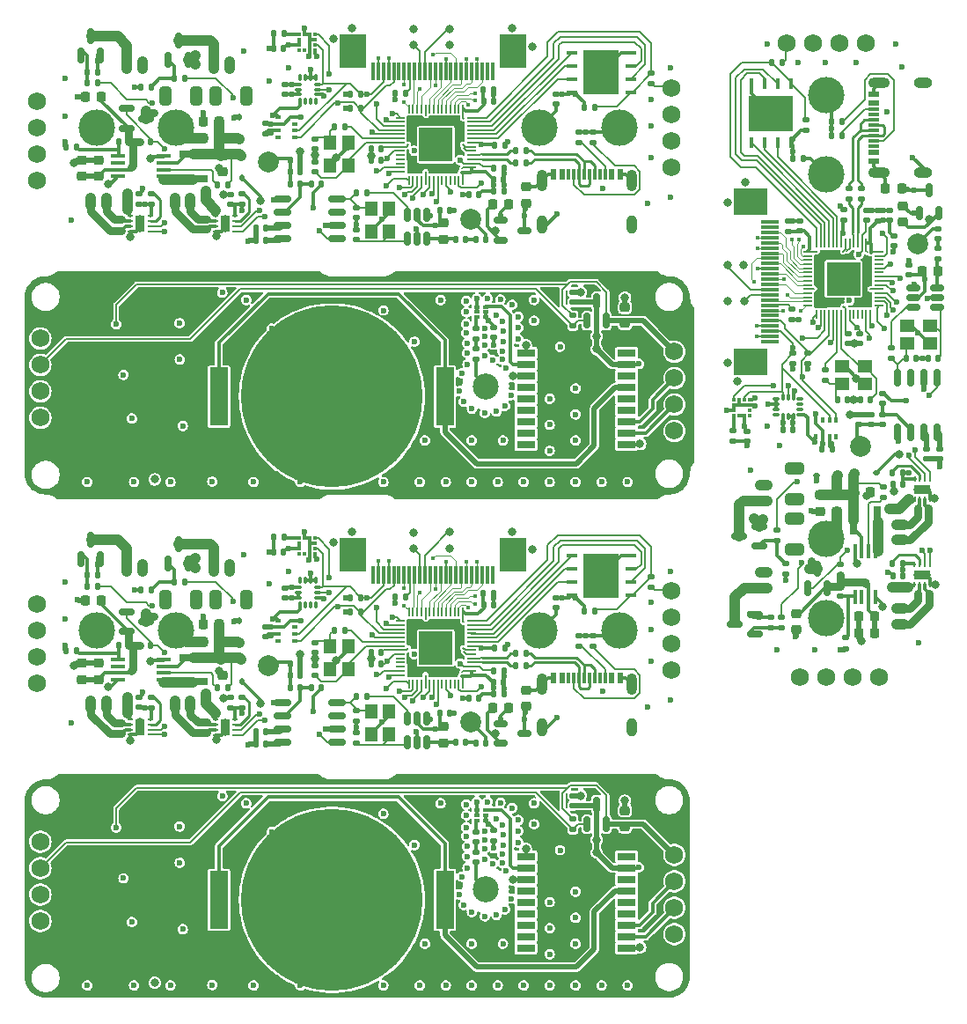
<source format=gbr>
%TF.GenerationSoftware,KiCad,Pcbnew,8.0.2*%
%TF.CreationDate,2024-05-05T17:49:43+09:00*%
%TF.ProjectId,ikafly_rev1_p,696b6166-6c79-45f7-9265-76315f702e6b,rev?*%
%TF.SameCoordinates,Original*%
%TF.FileFunction,Copper,L1,Top*%
%TF.FilePolarity,Positive*%
%FSLAX46Y46*%
G04 Gerber Fmt 4.6, Leading zero omitted, Abs format (unit mm)*
G04 Created by KiCad (PCBNEW 8.0.2) date 2024-05-05 17:49:43*
%MOMM*%
%LPD*%
G01*
G04 APERTURE LIST*
G04 Aperture macros list*
%AMRoundRect*
0 Rectangle with rounded corners*
0 $1 Rounding radius*
0 $2 $3 $4 $5 $6 $7 $8 $9 X,Y pos of 4 corners*
0 Add a 4 corners polygon primitive as box body*
4,1,4,$2,$3,$4,$5,$6,$7,$8,$9,$2,$3,0*
0 Add four circle primitives for the rounded corners*
1,1,$1+$1,$2,$3*
1,1,$1+$1,$4,$5*
1,1,$1+$1,$6,$7*
1,1,$1+$1,$8,$9*
0 Add four rect primitives between the rounded corners*
20,1,$1+$1,$2,$3,$4,$5,0*
20,1,$1+$1,$4,$5,$6,$7,0*
20,1,$1+$1,$6,$7,$8,$9,0*
20,1,$1+$1,$8,$9,$2,$3,0*%
G04 Aperture macros list end*
%TA.AperFunction,SMDPad,CuDef*%
%ADD10R,0.450000X1.425000*%
%TD*%
%TA.AperFunction,SMDPad,CuDef*%
%ADD11RoundRect,0.135000X0.185000X-0.135000X0.185000X0.135000X-0.185000X0.135000X-0.185000X-0.135000X0*%
%TD*%
%TA.AperFunction,SMDPad,CuDef*%
%ADD12RoundRect,0.140000X0.140000X0.170000X-0.140000X0.170000X-0.140000X-0.170000X0.140000X-0.170000X0*%
%TD*%
%TA.AperFunction,SMDPad,CuDef*%
%ADD13RoundRect,0.140000X0.170000X-0.140000X0.170000X0.140000X-0.170000X0.140000X-0.170000X-0.140000X0*%
%TD*%
%TA.AperFunction,SMDPad,CuDef*%
%ADD14RoundRect,0.135000X-0.185000X0.135000X-0.185000X-0.135000X0.185000X-0.135000X0.185000X0.135000X0*%
%TD*%
%TA.AperFunction,SMDPad,CuDef*%
%ADD15RoundRect,0.225000X0.250000X-0.225000X0.250000X0.225000X-0.250000X0.225000X-0.250000X-0.225000X0*%
%TD*%
%TA.AperFunction,ComponentPad*%
%ADD16O,1.730000X1.030000*%
%TD*%
%TA.AperFunction,SMDPad,CuDef*%
%ADD17RoundRect,0.225000X-0.250000X0.225000X-0.250000X-0.225000X0.250000X-0.225000X0.250000X0.225000X0*%
%TD*%
%TA.AperFunction,SMDPad,CuDef*%
%ADD18RoundRect,0.150000X0.150000X-0.675000X0.150000X0.675000X-0.150000X0.675000X-0.150000X-0.675000X0*%
%TD*%
%TA.AperFunction,SMDPad,CuDef*%
%ADD19RoundRect,0.250000X-0.650000X0.325000X-0.650000X-0.325000X0.650000X-0.325000X0.650000X0.325000X0*%
%TD*%
%TA.AperFunction,SMDPad,CuDef*%
%ADD20RoundRect,0.140000X-0.170000X0.140000X-0.170000X-0.140000X0.170000X-0.140000X0.170000X0.140000X0*%
%TD*%
%TA.AperFunction,SMDPad,CuDef*%
%ADD21RoundRect,0.147500X-0.172500X0.147500X-0.172500X-0.147500X0.172500X-0.147500X0.172500X0.147500X0*%
%TD*%
%TA.AperFunction,SMDPad,CuDef*%
%ADD22R,1.400000X1.200000*%
%TD*%
%TA.AperFunction,SMDPad,CuDef*%
%ADD23RoundRect,0.135000X0.135000X0.185000X-0.135000X0.185000X-0.135000X-0.185000X0.135000X-0.185000X0*%
%TD*%
%TA.AperFunction,SMDPad,CuDef*%
%ADD24RoundRect,0.147500X0.172500X-0.147500X0.172500X0.147500X-0.172500X0.147500X-0.172500X-0.147500X0*%
%TD*%
%TA.AperFunction,SMDPad,CuDef*%
%ADD25RoundRect,0.218750X0.256250X-0.218750X0.256250X0.218750X-0.256250X0.218750X-0.256250X-0.218750X0*%
%TD*%
%TA.AperFunction,SMDPad,CuDef*%
%ADD26R,0.250000X0.500000*%
%TD*%
%TA.AperFunction,SMDPad,CuDef*%
%ADD27R,1.600000X0.900000*%
%TD*%
%TA.AperFunction,SMDPad,CuDef*%
%ADD28RoundRect,0.225000X0.225000X0.250000X-0.225000X0.250000X-0.225000X-0.250000X0.225000X-0.250000X0*%
%TD*%
%TA.AperFunction,SMDPad,CuDef*%
%ADD29R,0.450000X1.050000*%
%TD*%
%TA.AperFunction,SMDPad,CuDef*%
%ADD30R,4.350000X3.450000*%
%TD*%
%TA.AperFunction,SMDPad,CuDef*%
%ADD31R,0.375000X0.350000*%
%TD*%
%TA.AperFunction,SMDPad,CuDef*%
%ADD32R,0.350000X0.375000*%
%TD*%
%TA.AperFunction,ComponentPad*%
%ADD33C,2.000000*%
%TD*%
%TA.AperFunction,SMDPad,CuDef*%
%ADD34RoundRect,0.150000X0.587500X0.150000X-0.587500X0.150000X-0.587500X-0.150000X0.587500X-0.150000X0*%
%TD*%
%TA.AperFunction,SMDPad,CuDef*%
%ADD35RoundRect,0.150000X0.150000X-0.512500X0.150000X0.512500X-0.150000X0.512500X-0.150000X-0.512500X0*%
%TD*%
%TA.AperFunction,SMDPad,CuDef*%
%ADD36RoundRect,0.150000X0.512500X0.150000X-0.512500X0.150000X-0.512500X-0.150000X0.512500X-0.150000X0*%
%TD*%
%TA.AperFunction,SMDPad,CuDef*%
%ADD37RoundRect,0.050000X-0.387500X-0.050000X0.387500X-0.050000X0.387500X0.050000X-0.387500X0.050000X0*%
%TD*%
%TA.AperFunction,SMDPad,CuDef*%
%ADD38RoundRect,0.050000X-0.050000X-0.387500X0.050000X-0.387500X0.050000X0.387500X-0.050000X0.387500X0*%
%TD*%
%TA.AperFunction,SMDPad,CuDef*%
%ADD39R,3.200000X3.200000*%
%TD*%
%TA.AperFunction,SMDPad,CuDef*%
%ADD40RoundRect,0.140000X-0.140000X-0.170000X0.140000X-0.170000X0.140000X0.170000X-0.140000X0.170000X0*%
%TD*%
%TA.AperFunction,SMDPad,CuDef*%
%ADD41R,0.350000X0.500000*%
%TD*%
%TA.AperFunction,SMDPad,CuDef*%
%ADD42RoundRect,0.150000X0.150000X-0.587500X0.150000X0.587500X-0.150000X0.587500X-0.150000X-0.587500X0*%
%TD*%
%TA.AperFunction,ComponentPad*%
%ADD43C,3.500000*%
%TD*%
%TA.AperFunction,SMDPad,CuDef*%
%ADD44RoundRect,0.087500X-0.225000X-0.087500X0.225000X-0.087500X0.225000X0.087500X-0.225000X0.087500X0*%
%TD*%
%TA.AperFunction,SMDPad,CuDef*%
%ADD45RoundRect,0.087500X-0.087500X-0.225000X0.087500X-0.225000X0.087500X0.225000X-0.087500X0.225000X0*%
%TD*%
%TA.AperFunction,SMDPad,CuDef*%
%ADD46RoundRect,0.218750X-0.218750X-0.256250X0.218750X-0.256250X0.218750X0.256250X-0.218750X0.256250X0*%
%TD*%
%TA.AperFunction,SMDPad,CuDef*%
%ADD47RoundRect,0.112500X-0.187500X-0.112500X0.187500X-0.112500X0.187500X0.112500X-0.187500X0.112500X0*%
%TD*%
%TA.AperFunction,SMDPad,CuDef*%
%ADD48RoundRect,0.112500X0.187500X0.112500X-0.187500X0.112500X-0.187500X-0.112500X0.187500X-0.112500X0*%
%TD*%
%TA.AperFunction,SMDPad,CuDef*%
%ADD49R,3.200000X2.500000*%
%TD*%
%TA.AperFunction,SMDPad,CuDef*%
%ADD50R,1.800000X0.350000*%
%TD*%
%TA.AperFunction,SMDPad,CuDef*%
%ADD51R,1.140000X0.600000*%
%TD*%
%TA.AperFunction,SMDPad,CuDef*%
%ADD52R,1.140000X0.300000*%
%TD*%
%TA.AperFunction,ComponentPad*%
%ADD53O,2.100000X1.000000*%
%TD*%
%TA.AperFunction,ComponentPad*%
%ADD54O,1.800000X1.000000*%
%TD*%
%TA.AperFunction,ComponentPad*%
%ADD55C,1.750000*%
%TD*%
%TA.AperFunction,SMDPad,CuDef*%
%ADD56RoundRect,0.225000X-0.225000X-0.250000X0.225000X-0.250000X0.225000X0.250000X-0.225000X0.250000X0*%
%TD*%
%TA.AperFunction,SMDPad,CuDef*%
%ADD57R,0.800000X2.700000*%
%TD*%
%TA.AperFunction,SMDPad,CuDef*%
%ADD58R,1.425000X0.450000*%
%TD*%
%TA.AperFunction,SMDPad,CuDef*%
%ADD59RoundRect,0.135000X-0.135000X-0.185000X0.135000X-0.185000X0.135000X0.185000X-0.135000X0.185000X0*%
%TD*%
%TA.AperFunction,ComponentPad*%
%ADD60O,1.030000X1.730000*%
%TD*%
%TA.AperFunction,SMDPad,CuDef*%
%ADD61RoundRect,0.150000X-0.675000X-0.150000X0.675000X-0.150000X0.675000X0.150000X-0.675000X0.150000X0*%
%TD*%
%TA.AperFunction,SMDPad,CuDef*%
%ADD62RoundRect,0.250000X0.325000X0.650000X-0.325000X0.650000X-0.325000X-0.650000X0.325000X-0.650000X0*%
%TD*%
%TA.AperFunction,SMDPad,CuDef*%
%ADD63RoundRect,0.147500X0.147500X0.172500X-0.147500X0.172500X-0.147500X-0.172500X0.147500X-0.172500X0*%
%TD*%
%TA.AperFunction,SMDPad,CuDef*%
%ADD64R,0.600000X0.300000*%
%TD*%
%TA.AperFunction,SMDPad,CuDef*%
%ADD65R,1.200000X1.400000*%
%TD*%
%TA.AperFunction,SMDPad,CuDef*%
%ADD66RoundRect,0.147500X-0.147500X-0.172500X0.147500X-0.172500X0.147500X0.172500X-0.147500X0.172500X0*%
%TD*%
%TA.AperFunction,SMDPad,CuDef*%
%ADD67R,0.500000X0.250000*%
%TD*%
%TA.AperFunction,SMDPad,CuDef*%
%ADD68R,0.900000X1.600000*%
%TD*%
%TA.AperFunction,SMDPad,CuDef*%
%ADD69R,1.050000X0.450000*%
%TD*%
%TA.AperFunction,SMDPad,CuDef*%
%ADD70R,3.450000X4.350000*%
%TD*%
%TA.AperFunction,SMDPad,CuDef*%
%ADD71RoundRect,0.150000X-0.512500X-0.150000X0.512500X-0.150000X0.512500X0.150000X-0.512500X0.150000X0*%
%TD*%
%TA.AperFunction,SMDPad,CuDef*%
%ADD72R,1.750000X5.600000*%
%TD*%
%TA.AperFunction,SMDPad,CuDef*%
%ADD73C,17.500000*%
%TD*%
%TA.AperFunction,SMDPad,CuDef*%
%ADD74RoundRect,0.050000X-0.050000X0.387500X-0.050000X-0.387500X0.050000X-0.387500X0.050000X0.387500X0*%
%TD*%
%TA.AperFunction,SMDPad,CuDef*%
%ADD75RoundRect,0.050000X-0.387500X0.050000X-0.387500X-0.050000X0.387500X-0.050000X0.387500X0.050000X0*%
%TD*%
%TA.AperFunction,SMDPad,CuDef*%
%ADD76R,0.500000X0.350000*%
%TD*%
%TA.AperFunction,SMDPad,CuDef*%
%ADD77RoundRect,0.150000X-0.587500X-0.150000X0.587500X-0.150000X0.587500X0.150000X-0.587500X0.150000X0*%
%TD*%
%TA.AperFunction,SMDPad,CuDef*%
%ADD78RoundRect,0.087500X-0.087500X0.225000X-0.087500X-0.225000X0.087500X-0.225000X0.087500X0.225000X0*%
%TD*%
%TA.AperFunction,SMDPad,CuDef*%
%ADD79RoundRect,0.087500X-0.225000X0.087500X-0.225000X-0.087500X0.225000X-0.087500X0.225000X0.087500X0*%
%TD*%
%TA.AperFunction,SMDPad,CuDef*%
%ADD80RoundRect,0.218750X-0.256250X0.218750X-0.256250X-0.218750X0.256250X-0.218750X0.256250X0.218750X0*%
%TD*%
%TA.AperFunction,ComponentPad*%
%ADD81C,2.500000*%
%TD*%
%TA.AperFunction,SMDPad,CuDef*%
%ADD82RoundRect,0.112500X-0.112500X0.187500X-0.112500X-0.187500X0.112500X-0.187500X0.112500X0.187500X0*%
%TD*%
%TA.AperFunction,SMDPad,CuDef*%
%ADD83RoundRect,0.112500X0.112500X-0.187500X0.112500X0.187500X-0.112500X0.187500X-0.112500X-0.187500X0*%
%TD*%
%TA.AperFunction,SMDPad,CuDef*%
%ADD84R,2.500000X3.200000*%
%TD*%
%TA.AperFunction,SMDPad,CuDef*%
%ADD85R,0.350000X1.800000*%
%TD*%
%TA.AperFunction,SMDPad,CuDef*%
%ADD86R,0.600000X1.140000*%
%TD*%
%TA.AperFunction,SMDPad,CuDef*%
%ADD87R,0.300000X1.140000*%
%TD*%
%TA.AperFunction,ComponentPad*%
%ADD88O,1.000000X2.100000*%
%TD*%
%TA.AperFunction,ComponentPad*%
%ADD89O,1.000000X1.800000*%
%TD*%
%TA.AperFunction,SMDPad,CuDef*%
%ADD90R,1.800000X0.800000*%
%TD*%
%TA.AperFunction,SMDPad,CuDef*%
%ADD91R,2.700000X0.800000*%
%TD*%
%TA.AperFunction,ViaPad*%
%ADD92C,0.600000*%
%TD*%
%TA.AperFunction,ViaPad*%
%ADD93C,0.450000*%
%TD*%
%TA.AperFunction,ViaPad*%
%ADD94C,0.800000*%
%TD*%
%TA.AperFunction,Conductor*%
%ADD95C,0.160000*%
%TD*%
%TA.AperFunction,Conductor*%
%ADD96C,0.250000*%
%TD*%
%TA.AperFunction,Conductor*%
%ADD97C,0.350000*%
%TD*%
%TA.AperFunction,Conductor*%
%ADD98C,0.200000*%
%TD*%
%TA.AperFunction,Conductor*%
%ADD99C,0.300000*%
%TD*%
%TA.AperFunction,Conductor*%
%ADD100C,0.280000*%
%TD*%
%TA.AperFunction,Conductor*%
%ADD101C,0.800000*%
%TD*%
%TA.AperFunction,Conductor*%
%ADD102C,1.000000*%
%TD*%
%TA.AperFunction,Conductor*%
%ADD103C,0.500000*%
%TD*%
%TA.AperFunction,Conductor*%
%ADD104C,0.120000*%
%TD*%
G04 APERTURE END LIST*
D10*
%TO.P,PS1,1,LX*%
%TO.N,N/C*%
X168375000Y-102313000D03*
%TO.P,PS1,2,EN*%
X167725000Y-102313000D03*
%TO.P,PS1,3,VIN*%
X167075000Y-102313000D03*
%TO.P,PS1,4,AGND*%
X166425000Y-102313000D03*
%TO.P,PS1,5,FB*%
X166425000Y-106737000D03*
%TO.P,PS1,6,RSET*%
X167075000Y-106737000D03*
%TO.P,PS1,7,OUT*%
X167725000Y-106737000D03*
%TO.P,PS1,8,PGND*%
X168375000Y-106737000D03*
%TD*%
D11*
%TO.P,R4,1*%
%TO.N,N/C*%
X163600000Y-85910000D03*
%TO.P,R4,2*%
X163600000Y-84890000D03*
%TD*%
D12*
%TO.P,C23,1*%
%TO.N,N/C*%
X160480000Y-90650000D03*
%TO.P,C23,2*%
X159520000Y-90650000D03*
%TD*%
D13*
%TO.P,C27,1*%
%TO.N,N/C*%
X167950000Y-90180000D03*
%TO.P,C27,2*%
X167950000Y-89220000D03*
%TD*%
D11*
%TO.P,R9,1*%
%TO.N,N/C*%
X161850000Y-84360000D03*
%TO.P,R9,2*%
X161850000Y-83340000D03*
%TD*%
D14*
%TO.P,R22,1*%
%TO.N,N/C*%
X169150000Y-96190000D03*
%TO.P,R22,2*%
X169150000Y-97210000D03*
%TD*%
D15*
%TO.P,C36,1*%
%TO.N,N/C*%
X171050000Y-70675000D03*
%TO.P,C36,2*%
X171050000Y-69125000D03*
%TD*%
D11*
%TO.P,R5,1*%
%TO.N,N/C*%
X161750000Y-61910000D03*
%TO.P,R5,2*%
X161750000Y-60890000D03*
%TD*%
D16*
%TO.P,J2,1,Pin_1*%
%TO.N,N/C*%
X170750000Y-99782500D03*
%TO.P,J2,2,Pin_2*%
X170750000Y-101282500D03*
%TD*%
D13*
%TO.P,C3,1*%
%TO.N,N/C*%
X165350000Y-70480000D03*
%TO.P,C3,2*%
X165350000Y-69520000D03*
%TD*%
D17*
%TO.P,C41,1*%
%TO.N,N/C*%
X160750000Y-108325000D03*
%TO.P,C41,2*%
X160750000Y-109875000D03*
%TD*%
D18*
%TO.P,IC10,1,GND*%
%TO.N,N/C*%
X170540000Y-90925000D03*
%TO.P,IC10,2,ANT*%
X171810000Y-90925000D03*
%TO.P,IC10,3,VDD*%
X173080000Y-90925000D03*
%TO.P,IC10,4,CTH*%
X174350000Y-90925000D03*
%TO.P,IC10,5,DO*%
X174350000Y-85675000D03*
%TO.P,IC10,6,SHUT*%
X173080000Y-85675000D03*
%TO.P,IC10,7,NC*%
X171810000Y-85675000D03*
%TO.P,IC10,8,RefOsc*%
X170540000Y-85675000D03*
%TD*%
D13*
%TO.P,C24,1*%
%TO.N,N/C*%
X154650000Y-91730000D03*
%TO.P,C24,2*%
X154650000Y-90770000D03*
%TD*%
D19*
%TO.P,C37,1*%
%TO.N,N/C*%
X160650000Y-99250000D03*
%TO.P,C37,2*%
X160650000Y-102200000D03*
%TD*%
D20*
%TO.P,C25,1*%
%TO.N,N/C*%
X156050000Y-90820000D03*
%TO.P,C25,2*%
X156050000Y-91780000D03*
%TD*%
D21*
%TO.P,L4,1,1*%
%TO.N,N/C*%
X174430000Y-71355000D03*
%TO.P,L4,2,2*%
X174430000Y-72325000D03*
%TD*%
D16*
%TO.P,J1,1,Pin_1*%
%TO.N,N/C*%
X170750000Y-107852500D03*
%TO.P,J1,2,Pin_2*%
X170750000Y-109352500D03*
%TD*%
D13*
%TO.P,C4,1*%
%TO.N,N/C*%
X167550000Y-70560000D03*
%TO.P,C4,2*%
X167550000Y-69600000D03*
%TD*%
D20*
%TO.P,C5,1*%
%TO.N,N/C*%
X166850000Y-81420000D03*
%TO.P,C5,2*%
X166850000Y-82380000D03*
%TD*%
D22*
%TO.P,Y2,1,1*%
%TO.N,N/C*%
X173650000Y-80640000D03*
%TO.P,Y2,2,2*%
X171450000Y-80640000D03*
%TO.P,Y2,3,3*%
X171450000Y-82340000D03*
%TO.P,Y2,4,4*%
X173650000Y-82340000D03*
%TD*%
D20*
%TO.P,C31,1*%
%TO.N,N/C*%
X174412500Y-73270000D03*
%TO.P,C31,2*%
X174412500Y-74230000D03*
%TD*%
D11*
%TO.P,R8,1*%
%TO.N,N/C*%
X160450000Y-84360000D03*
%TO.P,R8,2*%
X160450000Y-83340000D03*
%TD*%
D23*
%TO.P,R11,1*%
%TO.N,N/C*%
X165160000Y-62400000D03*
%TO.P,R11,2*%
X164140000Y-62400000D03*
%TD*%
D24*
%TO.P,L3,1,1*%
%TO.N,N/C*%
X169100000Y-88135000D03*
%TO.P,L3,2,2*%
X169100000Y-87165000D03*
%TD*%
D25*
%TO.P,F1,1*%
%TO.N,N/C*%
X164700000Y-98537500D03*
%TO.P,F1,2*%
X164700000Y-96962500D03*
%TD*%
D20*
%TO.P,C30,1*%
%TO.N,N/C*%
X174550000Y-92520000D03*
%TO.P,C30,2*%
X174550000Y-93480000D03*
%TD*%
D26*
%TO.P,IC14,1,VM*%
%TO.N,N/C*%
X172170000Y-97350000D03*
%TO.P,IC14,2,OUT1*%
X172670000Y-97350000D03*
%TO.P,IC14,3,OUT2*%
X173170000Y-97350000D03*
%TO.P,IC14,4,GND*%
X173670000Y-97350000D03*
%TO.P,IC14,5,IN2*%
X173670000Y-95450000D03*
%TO.P,IC14,6,IN1*%
X173170000Y-95450000D03*
%TO.P,IC14,7,~{SLEEP}*%
X172670000Y-95450000D03*
%TO.P,IC14,8,VCC*%
X172170000Y-95450000D03*
D27*
%TO.P,IC14,9,GND*%
X172920000Y-96400000D03*
%TD*%
D28*
%TO.P,C42,1*%
%TO.N,N/C*%
X168325000Y-108600000D03*
%TO.P,C42,2*%
X166775000Y-108600000D03*
%TD*%
D23*
%TO.P,R3,1*%
%TO.N,N/C*%
X159460000Y-55400000D03*
%TO.P,R3,2*%
X158440000Y-55400000D03*
%TD*%
D29*
%TO.P,IC1,1,~{CS}*%
%TO.N,N/C*%
X160250000Y-57400000D03*
%TO.P,IC1,2,DO_(IO1)*%
X158980000Y-57400000D03*
%TO.P,IC1,3,~{WP_(IO2)}*%
X157710000Y-57400000D03*
%TO.P,IC1,4,GND*%
X156440000Y-57400000D03*
%TO.P,IC1,5,DI_(IO0)*%
X156440000Y-63100000D03*
%TO.P,IC1,6,CLK*%
X157710000Y-63100000D03*
%TO.P,IC1,7,~{RESET_(IO3)}*%
X158980000Y-63100000D03*
%TO.P,IC1,8,VCC*%
X160250000Y-63100000D03*
D30*
%TO.P,IC1,9,EP*%
X158345000Y-60250000D03*
%TD*%
D31*
%TO.P,IC8,1,SCL*%
%TO.N,N/C*%
X154737500Y-87812500D03*
%TO.P,IC8,2,Reserved*%
X154737500Y-88312500D03*
%TO.P,IC8,3,GND*%
X154737500Y-88812500D03*
%TO.P,IC8,4,C1*%
X154737500Y-89312500D03*
D32*
%TO.P,IC8,5,Vdd*%
X155250000Y-89325000D03*
%TO.P,IC8,6,Vdd_IO*%
X155750000Y-89325000D03*
D31*
%TO.P,IC8,7,INT*%
X156262500Y-89312500D03*
%TO.P,IC8,8,DRDY*%
X156262500Y-88812500D03*
%TO.P,IC8,9,SDO_SA1*%
X156262500Y-88312500D03*
%TO.P,IC8,10,CS*%
X156262500Y-87812500D03*
D32*
%TO.P,IC8,11,SDA_SDI_SDO*%
X155750000Y-87800000D03*
%TO.P,IC8,12,Reserved*%
X155250000Y-87800000D03*
%TD*%
D33*
%TO.P,AE3,1,A*%
%TO.N,N/C*%
X172450000Y-72800000D03*
%TD*%
%TO.P,AE2,1,A*%
%TO.N,N/C*%
X167000000Y-92300000D03*
%TD*%
D34*
%TO.P,Q2,1,G*%
%TO.N,N/C*%
X157185000Y-101880000D03*
%TO.P,Q2,2,S*%
X157185000Y-99980000D03*
%TO.P,Q2,3,D*%
X155310000Y-100930000D03*
%TD*%
D23*
%TO.P,R28,1*%
%TO.N,N/C*%
X171060000Y-94800000D03*
%TO.P,R28,2*%
X170040000Y-94800000D03*
%TD*%
D13*
%TO.P,C28,1*%
%TO.N,N/C*%
X169100000Y-90180000D03*
%TO.P,C28,2*%
X169100000Y-89220000D03*
%TD*%
D35*
%TO.P,IC12,1,GND*%
%TO.N,N/C*%
X172600000Y-69875000D03*
%TO.P,IC12,2,VO*%
X174500000Y-69875000D03*
%TO.P,IC12,3,VI*%
X173550000Y-67600000D03*
%TD*%
D22*
%TO.P,Y1,1,1*%
%TO.N,N/C*%
X165150000Y-86300000D03*
%TO.P,Y1,2,2*%
X167350000Y-86300000D03*
%TO.P,Y1,3,3*%
X167350000Y-84600000D03*
%TO.P,Y1,4,4*%
X165150000Y-84600000D03*
%TD*%
D12*
%TO.P,C32,1*%
%TO.N,N/C*%
X174430000Y-83790000D03*
%TO.P,C32,2*%
X173470000Y-83790000D03*
%TD*%
D14*
%TO.P,R19,1*%
%TO.N,N/C*%
X158950000Y-100290000D03*
%TO.P,R19,2*%
X158950000Y-101310000D03*
%TD*%
D11*
%TO.P,R21,1*%
%TO.N,N/C*%
X165050000Y-104610000D03*
%TO.P,R21,2*%
X165050000Y-103590000D03*
%TD*%
D36*
%TO.P,IC11,1,XOUT*%
%TO.N,N/C*%
X174350000Y-78900000D03*
%TO.P,IC11,2,VSS*%
X174350000Y-77950000D03*
%TO.P,IC11,3,PAOUT*%
X174350000Y-77000000D03*
%TO.P,IC11,4,DIN*%
X172075000Y-77000000D03*
%TO.P,IC11,5,VDD*%
X172075000Y-77950000D03*
%TO.P,IC11,6,XIN*%
X172075000Y-78900000D03*
%TD*%
D37*
%TO.P,IC2,1,IOVDD*%
%TO.N,N/C*%
X161875000Y-73550000D03*
%TO.P,IC2,2,GPIO0*%
X161875000Y-73950000D03*
%TO.P,IC2,3,GPIO1*%
X161875000Y-74350000D03*
%TO.P,IC2,4,GPIO2*%
X161875000Y-74750000D03*
%TO.P,IC2,5,GPIO3*%
X161875000Y-75150000D03*
%TO.P,IC2,6,GPIO4*%
X161875000Y-75550000D03*
%TO.P,IC2,7,GPIO5*%
X161875000Y-75950000D03*
%TO.P,IC2,8,GPIO6*%
X161875000Y-76350000D03*
%TO.P,IC2,9,GPIO7*%
X161875000Y-76750000D03*
%TO.P,IC2,10,IOVDD*%
X161875000Y-77150000D03*
%TO.P,IC2,11,GPIO8*%
X161875000Y-77550000D03*
%TO.P,IC2,12,GPIO9*%
X161875000Y-77950000D03*
%TO.P,IC2,13,GPIO10*%
X161875000Y-78350000D03*
%TO.P,IC2,14,GPIO11*%
X161875000Y-78750000D03*
D38*
%TO.P,IC2,15,GPIO12*%
X162712500Y-79587500D03*
%TO.P,IC2,16,GPIO13*%
X163112500Y-79587500D03*
%TO.P,IC2,17,GPIO14*%
X163512500Y-79587500D03*
%TO.P,IC2,18,GPIO15*%
X163912500Y-79587500D03*
%TO.P,IC2,19,TESTEN*%
X164312500Y-79587500D03*
%TO.P,IC2,20,XIN*%
X164712500Y-79587500D03*
%TO.P,IC2,21,XOUT*%
X165112500Y-79587500D03*
%TO.P,IC2,22,IOVDD*%
X165512500Y-79587500D03*
%TO.P,IC2,23,DVDD*%
X165912500Y-79587500D03*
%TO.P,IC2,24,SWCLK*%
X166312500Y-79587500D03*
%TO.P,IC2,25,SWD*%
X166712500Y-79587500D03*
%TO.P,IC2,26,RUN*%
X167112500Y-79587500D03*
%TO.P,IC2,27,GPIO16*%
X167512500Y-79587500D03*
%TO.P,IC2,28,GPIO17*%
X167912500Y-79587500D03*
D37*
%TO.P,IC2,29,GPIO18*%
X168750000Y-78750000D03*
%TO.P,IC2,30,GPIO19*%
X168750000Y-78350000D03*
%TO.P,IC2,31,GPIO20*%
X168750000Y-77950000D03*
%TO.P,IC2,32,GPIO21*%
X168750000Y-77550000D03*
%TO.P,IC2,33,IOVDD*%
X168750000Y-77150000D03*
%TO.P,IC2,34,GPIO22*%
X168750000Y-76750000D03*
%TO.P,IC2,35,GPIO23*%
X168750000Y-76350000D03*
%TO.P,IC2,36,GPIO24*%
X168750000Y-75950000D03*
%TO.P,IC2,37,GPIO25*%
X168750000Y-75550000D03*
%TO.P,IC2,38,GPIO26_ADC0*%
X168750000Y-75150000D03*
%TO.P,IC2,39,GPIO27_ADC1*%
X168750000Y-74750000D03*
%TO.P,IC2,40,GPIO28_ADC2*%
X168750000Y-74350000D03*
%TO.P,IC2,41,GPIO29_ADC3*%
X168750000Y-73950000D03*
%TO.P,IC2,42,IOVDD*%
X168750000Y-73550000D03*
D38*
%TO.P,IC2,43,ADC_AVDD*%
X167912500Y-72712500D03*
%TO.P,IC2,44,VREG_IN*%
X167512500Y-72712500D03*
%TO.P,IC2,45,VREG_VOUT*%
X167112500Y-72712500D03*
%TO.P,IC2,46,USB_DM*%
X166712500Y-72712500D03*
%TO.P,IC2,47,USB_DP*%
X166312500Y-72712500D03*
%TO.P,IC2,48,USB_VDD*%
X165912500Y-72712500D03*
%TO.P,IC2,49,IOVDD*%
X165512500Y-72712500D03*
%TO.P,IC2,50,DVDD*%
X165112500Y-72712500D03*
%TO.P,IC2,51,QSPI_SD3*%
X164712500Y-72712500D03*
%TO.P,IC2,52,QSPI_SCLK*%
X164312500Y-72712500D03*
%TO.P,IC2,53,QSPI_SD0*%
X163912500Y-72712500D03*
%TO.P,IC2,54,QSPI_SD2*%
X163512500Y-72712500D03*
%TO.P,IC2,55,QSPI_SD1*%
X163112500Y-72712500D03*
%TO.P,IC2,56,QSPI_SS*%
X162712500Y-72712500D03*
D39*
%TO.P,IC2,57,GND*%
X165312500Y-76150000D03*
%TD*%
D12*
%TO.P,C46,1*%
%TO.N,N/C*%
X171050000Y-95900000D03*
%TO.P,C46,2*%
X170090000Y-95900000D03*
%TD*%
D14*
%TO.P,R2,1*%
%TO.N,N/C*%
X167050000Y-67490000D03*
%TO.P,R2,2*%
X167050000Y-68510000D03*
%TD*%
D11*
%TO.P,R15,1*%
%TO.N,N/C*%
X160400000Y-80110000D03*
%TO.P,R15,2*%
X160400000Y-79090000D03*
%TD*%
D13*
%TO.P,C6,1*%
%TO.N,N/C*%
X161150000Y-71560000D03*
%TO.P,C6,2*%
X161150000Y-70600000D03*
%TD*%
D14*
%TO.P,R23,1*%
%TO.N,N/C*%
X165050000Y-105680000D03*
%TO.P,R23,2*%
X165050000Y-106700000D03*
%TD*%
D20*
%TO.P,C12,1*%
%TO.N,N/C*%
X170150000Y-72020000D03*
%TO.P,C12,2*%
X170150000Y-72980000D03*
%TD*%
D40*
%TO.P,C11,1*%
%TO.N,N/C*%
X160470000Y-64600000D03*
%TO.P,C11,2*%
X161430000Y-64600000D03*
%TD*%
D20*
%TO.P,C8,1*%
%TO.N,N/C*%
X165750000Y-81400000D03*
%TO.P,C8,2*%
X165750000Y-82360000D03*
%TD*%
D13*
%TO.P,C33,1*%
%TO.N,N/C*%
X171600000Y-75760000D03*
%TO.P,C33,2*%
X171600000Y-74800000D03*
%TD*%
%TO.P,C7,1*%
%TO.N,N/C*%
X169750000Y-70560000D03*
%TO.P,C7,2*%
X169750000Y-69600000D03*
%TD*%
D12*
%TO.P,C44,1*%
%TO.N,N/C*%
X171030000Y-104700000D03*
%TO.P,C44,2*%
X170070000Y-104700000D03*
%TD*%
D41*
%TO.P,IC9,1,GND*%
%TO.N,N/C*%
X162669057Y-89705000D03*
%TO.P,IC9,2,CSB*%
X163319057Y-89705000D03*
%TO.P,IC9,3,SDA*%
X163969057Y-89705000D03*
%TO.P,IC9,4,SCL*%
X164619057Y-89705000D03*
%TO.P,IC9,5,SDO*%
X164609057Y-91305000D03*
%TO.P,IC9,6,VDDIO*%
X163959057Y-91305000D03*
%TO.P,IC9,7,GND*%
X163309057Y-91305000D03*
%TO.P,IC9,8,VDD*%
X162659057Y-91305000D03*
%TD*%
D14*
%TO.P,R1,1*%
%TO.N,N/C*%
X165850000Y-67490000D03*
%TO.P,R1,2*%
X165850000Y-68510000D03*
%TD*%
D20*
%TO.P,C29,1*%
%TO.N,N/C*%
X173350000Y-92520000D03*
%TO.P,C29,2*%
X173350000Y-93480000D03*
%TD*%
D42*
%TO.P,Q3,1,G*%
%TO.N,N/C*%
X161850000Y-105937500D03*
%TO.P,Q3,2,S*%
X163750000Y-105937500D03*
%TO.P,Q3,3,D*%
X162800000Y-104062500D03*
%TD*%
D19*
%TO.P,C38,1*%
%TO.N,N/C*%
X160650000Y-94400000D03*
%TO.P,C38,2*%
X160650000Y-97350000D03*
%TD*%
D43*
%TO.P,BT1,1,+*%
%TO.N,N/C*%
X163650000Y-108800000D03*
X163650000Y-101150000D03*
%TO.P,BT1,2,-*%
X163650000Y-66150000D03*
X163650000Y-58500000D03*
%TD*%
D11*
%TO.P,R16,1*%
%TO.N,N/C*%
X169950000Y-83800000D03*
%TO.P,R16,2*%
X169950000Y-82780000D03*
%TD*%
D13*
%TO.P,C9,1*%
%TO.N,N/C*%
X160050000Y-71580000D03*
%TO.P,C9,2*%
X160050000Y-70620000D03*
%TD*%
D28*
%TO.P,C43,1*%
%TO.N,N/C*%
X168325000Y-110200000D03*
%TO.P,C43,2*%
X166775000Y-110200000D03*
%TD*%
%TO.P,C35,1*%
%TO.N,N/C*%
X170925000Y-67500000D03*
%TO.P,C35,2*%
X169375000Y-67500000D03*
%TD*%
D14*
%TO.P,R20,1*%
%TO.N,N/C*%
X159750000Y-103560000D03*
%TO.P,R20,2*%
X159750000Y-104580000D03*
%TD*%
D44*
%TO.P,IC7,1,ADO/SA0*%
%TO.N,N/C*%
X158837500Y-87700000D03*
%TO.P,IC7,2,SDX*%
X158837500Y-88200000D03*
%TO.P,IC7,3,SCX*%
X158837500Y-88700000D03*
%TO.P,IC7,4,INT1*%
X158837500Y-89200000D03*
D45*
%TO.P,IC7,5,VDDIO*%
X159500000Y-89362500D03*
%TO.P,IC7,6,GND_1*%
X160000000Y-89362500D03*
%TO.P,IC7,7,GND_2*%
X160500000Y-89362500D03*
D44*
%TO.P,IC7,8,VDD*%
X161162500Y-89200000D03*
%TO.P,IC7,9,INT2*%
X161162500Y-88700000D03*
%TO.P,IC7,10,NC_1*%
X161162500Y-88200000D03*
%TO.P,IC7,11,NC_2*%
X161162500Y-87700000D03*
D45*
%TO.P,IC7,12,CS*%
X160500000Y-87537500D03*
%TO.P,IC7,13,SCL*%
X160000000Y-87537500D03*
%TO.P,IC7,14,SDA*%
X159500000Y-87537500D03*
%TD*%
D46*
%TO.P,L5,1,1*%
%TO.N,N/C*%
X172862500Y-75450000D03*
%TO.P,L5,2,2*%
X174437500Y-75450000D03*
%TD*%
D47*
%TO.P,D4,1,K*%
%TO.N,N/C*%
X166400000Y-94800000D03*
%TO.P,D4,2,A*%
X168500000Y-94800000D03*
%TD*%
D48*
%TO.P,D3,1,K*%
%TO.N,N/C*%
X164800000Y-95100000D03*
%TO.P,D3,2,A*%
X162700000Y-95100000D03*
%TD*%
D49*
%TO.P,J8,*%
%TO.N,*%
X156350000Y-84150000D03*
X156350000Y-68750000D03*
D50*
%TO.P,J8,1,STROEB*%
%TO.N,N/C*%
X158250000Y-82200000D03*
%TO.P,J8,2,AGND*%
X158250000Y-81700000D03*
%TO.P,J8,3,SIO_D*%
X158250000Y-81200000D03*
%TO.P,J8,4,AVDD*%
X158250000Y-80700000D03*
%TO.P,J8,5,SIO_C*%
X158250000Y-80200000D03*
%TO.P,J8,6,RESET*%
X158250000Y-79700000D03*
%TO.P,J8,7,VSYNC*%
X158250000Y-79200000D03*
%TO.P,J8,8,PWDN*%
X158250000Y-78700000D03*
%TO.P,J8,9,HREF*%
X158250000Y-78200000D03*
%TO.P,J8,10,DVDD*%
X158250000Y-77700000D03*
%TO.P,J8,11,DOVDD*%
X158250000Y-77200000D03*
%TO.P,J8,12,Y9*%
X158250000Y-76700000D03*
%TO.P,J8,13,MCLK*%
X158250000Y-76200000D03*
%TO.P,J8,14,Y8*%
X158250000Y-75700000D03*
%TO.P,J8,15,DGND*%
X158250000Y-75200000D03*
%TO.P,J8,16,Y7*%
X158250000Y-74700000D03*
%TO.P,J8,17,PCLK*%
X158250000Y-74200000D03*
%TO.P,J8,18,Y6*%
X158250000Y-73700000D03*
%TO.P,J8,19,Y2*%
X158250000Y-73200000D03*
%TO.P,J8,20,Y5*%
X158250000Y-72700000D03*
%TO.P,J8,21,Y3*%
X158250000Y-72200000D03*
%TO.P,J8,22,Y4*%
X158250000Y-71700000D03*
%TO.P,J8,23,Y1*%
X158250000Y-71200000D03*
%TO.P,J8,24,Y0*%
X158250000Y-70700000D03*
%TD*%
D23*
%TO.P,R10,1*%
%TO.N,N/C*%
X165160000Y-61000000D03*
%TO.P,R10,2*%
X164140000Y-61000000D03*
%TD*%
D34*
%TO.P,Q4,1,G*%
%TO.N,N/C*%
X156770000Y-110310000D03*
%TO.P,Q4,2,S*%
X156770000Y-108410000D03*
%TO.P,Q4,3,D*%
X154895000Y-109360000D03*
%TD*%
D26*
%TO.P,IC13,1,VM*%
%TO.N,N/C*%
X172150000Y-105550000D03*
%TO.P,IC13,2,OUT1*%
X172650000Y-105550000D03*
%TO.P,IC13,3,OUT2*%
X173150000Y-105550000D03*
%TO.P,IC13,4,GND*%
X173650000Y-105550000D03*
%TO.P,IC13,5,IN2*%
X173650000Y-103650000D03*
%TO.P,IC13,6,IN1*%
X173150000Y-103650000D03*
%TO.P,IC13,7,~{SLEEP}*%
X172650000Y-103650000D03*
%TO.P,IC13,8,VCC*%
X172150000Y-103650000D03*
D27*
%TO.P,IC13,9,GND*%
X172900000Y-104600000D03*
%TD*%
D16*
%TO.P,J3,1,Pin_1*%
%TO.N,N/C*%
X157650000Y-105900000D03*
%TO.P,J3,2,Pin_2*%
X157650000Y-104400000D03*
%TD*%
%TO.P,J4,1,Pin_1*%
%TO.N,N/C*%
X157650000Y-97487500D03*
%TO.P,J4,2,Pin_2*%
X157650000Y-95987500D03*
%TD*%
D11*
%TO.P,R26,1*%
%TO.N,N/C*%
X158320000Y-109730000D03*
%TO.P,R26,2*%
X158320000Y-108710000D03*
%TD*%
D14*
%TO.P,R25,1*%
%TO.N,N/C*%
X159380000Y-108700000D03*
%TO.P,R25,2*%
X159380000Y-109720000D03*
%TD*%
D51*
%TO.P,J6,1,A1-B12_GND*%
%TO.N,N/C*%
X168200000Y-64820000D03*
%TO.P,J6,2,A4-B9_VBUS*%
X168200000Y-64020000D03*
D52*
%TO.P,J6,3,B8_SBU2*%
X168200000Y-63370000D03*
%TO.P,J6,4,A5_CC1*%
X168200000Y-62870000D03*
%TO.P,J6,5,B7_DN2*%
X168200000Y-62370000D03*
%TO.P,J6,6,A6_DP1*%
X168200000Y-61870000D03*
%TO.P,J6,7,A7_DN1*%
X168200000Y-61370000D03*
%TO.P,J6,8,B6_DP2*%
X168200000Y-60870000D03*
%TO.P,J6,9,A8_SBU1*%
X168200000Y-60370000D03*
%TO.P,J6,10,B5_CC2*%
X168200000Y-59870000D03*
D51*
%TO.P,J6,11,A9-B4_VBUS*%
X168200000Y-59220000D03*
%TO.P,J6,12,A12-B1_GND*%
X168200000Y-58420000D03*
D53*
%TO.P,J6,S,SHIELD*%
X168770000Y-65940000D03*
D54*
X172950000Y-65940000D03*
D53*
X168770000Y-57300000D03*
D54*
X172950000Y-57300000D03*
%TD*%
D55*
%TO.P,J5,1,Pin_1*%
%TO.N,N/C*%
X161115000Y-114500000D03*
%TO.P,J5,2,Pin_2*%
X163655000Y-114500000D03*
%TO.P,J5,3,Pin_3*%
X166195000Y-114500000D03*
%TO.P,J5,4,Pin_4*%
X168735000Y-114500000D03*
%TO.P,J5,5,Pin_5*%
X159845000Y-53500000D03*
%TO.P,J5,6,Pin_6*%
X162385000Y-53500000D03*
%TO.P,J5,7,Pin_7*%
X164925000Y-53500000D03*
%TO.P,J5,8,Pin_8*%
X167465000Y-53500000D03*
%TD*%
D13*
%TO.P,C10,1*%
%TO.N,N/C*%
X168650000Y-70580000D03*
%TO.P,C10,2*%
X168650000Y-69620000D03*
%TD*%
D56*
%TO.P,C40,1*%
%TO.N,N/C*%
X166375000Y-96700000D03*
%TO.P,C40,2*%
X167925000Y-96700000D03*
%TD*%
D17*
%TO.P,C39,1*%
%TO.N,N/C*%
X163050000Y-96975000D03*
%TO.P,C39,2*%
X163050000Y-98525000D03*
%TD*%
D12*
%TO.P,C26,1*%
%TO.N,N/C*%
X164230000Y-92550000D03*
%TO.P,C26,2*%
X163270000Y-92550000D03*
%TD*%
D14*
%TO.P,R24,1*%
%TO.N,N/C*%
X165550000Y-110690000D03*
%TO.P,R24,2*%
X165550000Y-111710000D03*
%TD*%
D40*
%TO.P,C2,1*%
%TO.N,N/C*%
X166970000Y-87750000D03*
%TO.P,C2,2*%
X167930000Y-87750000D03*
%TD*%
D23*
%TO.P,R27,1*%
%TO.N,N/C*%
X171060000Y-103500000D03*
%TO.P,R27,2*%
X170040000Y-103500000D03*
%TD*%
D12*
%TO.P,C1,1*%
%TO.N,N/C*%
X165730000Y-87750000D03*
%TO.P,C1,2*%
X164770000Y-87750000D03*
%TD*%
D57*
%TO.P,L6,1,1*%
%TO.N,N/C*%
X166250000Y-99425000D03*
%TO.P,L6,2,2*%
X168550000Y-99425000D03*
%TD*%
D24*
%TO.P,L2,1,1*%
%TO.N,N/C*%
X166800000Y-90185000D03*
%TO.P,L2,2,2*%
X166800000Y-89215000D03*
%TD*%
D40*
%TO.P,C34,1*%
%TO.N,N/C*%
X171350000Y-83790000D03*
%TO.P,C34,2*%
X172310000Y-83790000D03*
%TD*%
D58*
%TO.P,PS1,1,LX*%
%TO.N,N/C*%
X99937000Y-114725000D03*
%TO.P,PS1,2,EN*%
X99937000Y-114075000D03*
%TO.P,PS1,3,VIN*%
X99937000Y-113425000D03*
%TO.P,PS1,4,AGND*%
X99937000Y-112775000D03*
%TO.P,PS1,5,FB*%
X95513000Y-112775000D03*
%TO.P,PS1,6,RSET*%
X95513000Y-113425000D03*
%TO.P,PS1,7,OUT*%
X95513000Y-114075000D03*
%TO.P,PS1,8,PGND*%
X95513000Y-114725000D03*
%TD*%
D59*
%TO.P,R4,1*%
%TO.N,N/C*%
X116340000Y-109950000D03*
%TO.P,R4,2*%
X117360000Y-109950000D03*
%TD*%
D13*
%TO.P,C23,1*%
%TO.N,N/C*%
X111600000Y-106830000D03*
%TO.P,C23,2*%
X111600000Y-105870000D03*
%TD*%
D40*
%TO.P,C27,1*%
%TO.N,N/C*%
X112070000Y-114300000D03*
%TO.P,C27,2*%
X113030000Y-114300000D03*
%TD*%
D59*
%TO.P,R9,1*%
%TO.N,N/C*%
X117890000Y-108200000D03*
%TO.P,R9,2*%
X118910000Y-108200000D03*
%TD*%
D23*
%TO.P,R22,1*%
%TO.N,N/C*%
X106060000Y-115500000D03*
%TO.P,R22,2*%
X105040000Y-115500000D03*
%TD*%
D56*
%TO.P,C36,1*%
%TO.N,N/C*%
X131575000Y-117400000D03*
%TO.P,C36,2*%
X133125000Y-117400000D03*
%TD*%
D59*
%TO.P,R5,1*%
%TO.N,N/C*%
X140340000Y-108100000D03*
%TO.P,R5,2*%
X141360000Y-108100000D03*
%TD*%
D60*
%TO.P,J2,1,Pin_1*%
%TO.N,N/C*%
X102467500Y-117100000D03*
%TO.P,J2,2,Pin_2*%
X100967500Y-117100000D03*
%TD*%
D40*
%TO.P,C3,1*%
%TO.N,N/C*%
X131770000Y-111700000D03*
%TO.P,C3,2*%
X132730000Y-111700000D03*
%TD*%
D28*
%TO.P,C41,1*%
%TO.N,N/C*%
X93925000Y-107100000D03*
%TO.P,C41,2*%
X92375000Y-107100000D03*
%TD*%
D61*
%TO.P,IC10,1,GND*%
%TO.N,N/C*%
X111325000Y-116890000D03*
%TO.P,IC10,2,ANT*%
X111325000Y-118160000D03*
%TO.P,IC10,3,VDD*%
X111325000Y-119430000D03*
%TO.P,IC10,4,CTH*%
X111325000Y-120700000D03*
%TO.P,IC10,5,DO*%
X116575000Y-120700000D03*
%TO.P,IC10,6,SHUT*%
X116575000Y-119430000D03*
%TO.P,IC10,7,NC*%
X116575000Y-118160000D03*
%TO.P,IC10,8,RefOsc*%
X116575000Y-116890000D03*
%TD*%
D40*
%TO.P,C24,1*%
%TO.N,N/C*%
X110520000Y-101000000D03*
%TO.P,C24,2*%
X111480000Y-101000000D03*
%TD*%
D13*
%TO.P,C13,1*%
%TO.N,N/C*%
X129950000Y-132280000D03*
%TO.P,C13,2*%
X129950000Y-131320000D03*
%TD*%
D62*
%TO.P,C37,1*%
%TO.N,N/C*%
X103000000Y-107000000D03*
%TO.P,C37,2*%
X100050000Y-107000000D03*
%TD*%
D12*
%TO.P,C25,1*%
%TO.N,N/C*%
X111430000Y-102400000D03*
%TO.P,C25,2*%
X110470000Y-102400000D03*
%TD*%
D24*
%TO.P,L1,1,1*%
%TO.N,N/C*%
X129950000Y-130320000D03*
%TO.P,L1,2,2*%
X129950000Y-129350000D03*
%TD*%
D63*
%TO.P,L4,1,1*%
%TO.N,N/C*%
X130895000Y-120780000D03*
%TO.P,L4,2,2*%
X129925000Y-120780000D03*
%TD*%
D60*
%TO.P,J1,1,Pin_1*%
%TO.N,N/C*%
X94397500Y-117100000D03*
%TO.P,J1,2,Pin_2*%
X92897500Y-117100000D03*
%TD*%
D64*
%TO.P,IC3,1,GND*%
%TO.N,N/C*%
X130030000Y-127262500D03*
%TO.P,IC3,2,GND*%
X130030000Y-127752500D03*
%TO.P,IC3,3,RFIN*%
X130030000Y-128272500D03*
%TO.P,IC3,4,VDD*%
X130870000Y-128262500D03*
%TO.P,IC3,5,~{STDN}*%
X130870000Y-127762500D03*
%TO.P,IC3,6,RFOUT*%
X130870000Y-127262500D03*
%TD*%
D40*
%TO.P,C4,1*%
%TO.N,N/C*%
X131690000Y-113900000D03*
%TO.P,C4,2*%
X132650000Y-113900000D03*
%TD*%
D12*
%TO.P,C5,1*%
%TO.N,N/C*%
X120830000Y-113200000D03*
%TO.P,C5,2*%
X119870000Y-113200000D03*
%TD*%
D65*
%TO.P,Y2,1,1*%
%TO.N,N/C*%
X121610000Y-120000000D03*
%TO.P,Y2,2,2*%
X121610000Y-117800000D03*
%TO.P,Y2,3,3*%
X119910000Y-117800000D03*
%TO.P,Y2,4,4*%
X119910000Y-120000000D03*
%TD*%
D12*
%TO.P,C31,1*%
%TO.N,N/C*%
X128980000Y-120762500D03*
%TO.P,C31,2*%
X128020000Y-120762500D03*
%TD*%
D15*
%TO.P,C16,1*%
%TO.N,N/C*%
X144300000Y-128850000D03*
%TO.P,C16,2*%
X144300000Y-127300000D03*
%TD*%
D59*
%TO.P,R8,1*%
%TO.N,N/C*%
X117890000Y-106800000D03*
%TO.P,R8,2*%
X118910000Y-106800000D03*
%TD*%
D11*
%TO.P,R11,1*%
%TO.N,N/C*%
X139850000Y-111510000D03*
%TO.P,R11,2*%
X139850000Y-110490000D03*
%TD*%
D66*
%TO.P,L3,1,1*%
%TO.N,N/C*%
X114115000Y-115450000D03*
%TO.P,L3,2,2*%
X115085000Y-115450000D03*
%TD*%
D46*
%TO.P,F1,1*%
%TO.N,N/C*%
X103712500Y-111050000D03*
%TO.P,F1,2*%
X105287500Y-111050000D03*
%TD*%
D12*
%TO.P,C30,1*%
%TO.N,N/C*%
X109730000Y-120900000D03*
%TO.P,C30,2*%
X108770000Y-120900000D03*
%TD*%
D67*
%TO.P,IC14,1,VM*%
%TO.N,N/C*%
X104900000Y-118520000D03*
%TO.P,IC14,2,OUT1*%
X104900000Y-119020000D03*
%TO.P,IC14,3,OUT2*%
X104900000Y-119520000D03*
%TO.P,IC14,4,GND*%
X104900000Y-120020000D03*
%TO.P,IC14,5,IN2*%
X106800000Y-120020000D03*
%TO.P,IC14,6,IN1*%
X106800000Y-119520000D03*
%TO.P,IC14,7,~{SLEEP}*%
X106800000Y-119020000D03*
%TO.P,IC14,8,VCC*%
X106800000Y-118520000D03*
D68*
%TO.P,IC14,9,GND*%
X105850000Y-119270000D03*
%TD*%
D15*
%TO.P,C42,1*%
%TO.N,N/C*%
X93650000Y-114675000D03*
%TO.P,C42,2*%
X93650000Y-113125000D03*
%TD*%
D11*
%TO.P,R3,1*%
%TO.N,N/C*%
X146850000Y-105810000D03*
%TO.P,R3,2*%
X146850000Y-104790000D03*
%TD*%
D69*
%TO.P,IC1,1,~{CS}*%
%TO.N,N/C*%
X144850000Y-106600000D03*
%TO.P,IC1,2,DO_(IO1)*%
X144850000Y-105330000D03*
%TO.P,IC1,3,~{WP_(IO2)}*%
X144850000Y-104060000D03*
%TO.P,IC1,4,GND*%
X144850000Y-102790000D03*
%TO.P,IC1,5,DI_(IO0)*%
X139150000Y-102790000D03*
%TO.P,IC1,6,CLK*%
X139150000Y-104060000D03*
%TO.P,IC1,7,~{RESET_(IO3)}*%
X139150000Y-105330000D03*
%TO.P,IC1,8,VCC*%
X139150000Y-106600000D03*
D70*
%TO.P,IC1,9,EP*%
X142000000Y-104695000D03*
%TD*%
D32*
%TO.P,IC8,1,SCL*%
%TO.N,N/C*%
X114437500Y-101087500D03*
%TO.P,IC8,2,Reserved*%
X113937500Y-101087500D03*
%TO.P,IC8,3,GND*%
X113437500Y-101087500D03*
%TO.P,IC8,4,C1*%
X112937500Y-101087500D03*
D31*
%TO.P,IC8,5,Vdd*%
X112925000Y-101600000D03*
%TO.P,IC8,6,Vdd_IO*%
X112925000Y-102100000D03*
D32*
%TO.P,IC8,7,INT*%
X112937500Y-102612500D03*
%TO.P,IC8,8,DRDY*%
X113437500Y-102612500D03*
%TO.P,IC8,9,SDO_SA1*%
X113937500Y-102612500D03*
%TO.P,IC8,10,CS*%
X114437500Y-102612500D03*
D31*
%TO.P,IC8,11,SDA_SDI_SDO*%
X114450000Y-102100000D03*
%TO.P,IC8,12,Reserved*%
X114450000Y-101600000D03*
%TD*%
D33*
%TO.P,AE3,1,A*%
%TO.N,N/C*%
X129450000Y-118800000D03*
%TD*%
D13*
%TO.P,C15,1*%
%TO.N,N/C*%
X139300000Y-126810000D03*
%TO.P,C15,2*%
X139300000Y-125850000D03*
%TD*%
D33*
%TO.P,AE2,1,A*%
%TO.N,N/C*%
X109950000Y-113350000D03*
%TD*%
D14*
%TO.P,R12,1*%
%TO.N,N/C*%
X139300000Y-128090000D03*
%TO.P,R12,2*%
X139300000Y-129110000D03*
%TD*%
D42*
%TO.P,Q1,1,G*%
%TO.N,N/C*%
X140620000Y-128600000D03*
%TO.P,Q1,2,S*%
X142520000Y-128600000D03*
%TO.P,Q1,3,D*%
X141570000Y-126725000D03*
%TD*%
%TO.P,Q2,1,G*%
%TO.N,N/C*%
X100370000Y-103535000D03*
%TO.P,Q2,2,S*%
X102270000Y-103535000D03*
%TO.P,Q2,3,D*%
X101320000Y-101660000D03*
%TD*%
D11*
%TO.P,R28,1*%
%TO.N,N/C*%
X107450000Y-117410000D03*
%TO.P,R28,2*%
X107450000Y-116390000D03*
%TD*%
D40*
%TO.P,C28,1*%
%TO.N,N/C*%
X112070000Y-115450000D03*
%TO.P,C28,2*%
X113030000Y-115450000D03*
%TD*%
D71*
%TO.P,IC12,1,GND*%
%TO.N,N/C*%
X132375000Y-118950000D03*
%TO.P,IC12,2,VO*%
X132375000Y-120850000D03*
%TO.P,IC12,3,VI*%
X134650000Y-119900000D03*
%TD*%
D72*
%TO.P,BT2,1,+*%
%TO.N,N/C*%
X105225000Y-135880000D03*
X126975000Y-135880000D03*
D73*
%TO.P,BT2,2,-*%
X116100000Y-135880000D03*
%TD*%
D65*
%TO.P,Y1,1,1*%
%TO.N,N/C*%
X115950000Y-111500000D03*
%TO.P,Y1,2,2*%
X115950000Y-113700000D03*
%TO.P,Y1,3,3*%
X117650000Y-113700000D03*
%TO.P,Y1,4,4*%
X117650000Y-111500000D03*
%TD*%
D13*
%TO.P,C32,1*%
%TO.N,N/C*%
X118460000Y-120780000D03*
%TO.P,C32,2*%
X118460000Y-119820000D03*
%TD*%
D23*
%TO.P,R19,1*%
%TO.N,N/C*%
X101960000Y-105300000D03*
%TO.P,R19,2*%
X100940000Y-105300000D03*
%TD*%
D59*
%TO.P,R21,1*%
%TO.N,N/C*%
X97640000Y-111400000D03*
%TO.P,R21,2*%
X98660000Y-111400000D03*
%TD*%
D35*
%TO.P,IC11,1,XOUT*%
%TO.N,N/C*%
X123350000Y-120700000D03*
%TO.P,IC11,2,VSS*%
X124300000Y-120700000D03*
%TO.P,IC11,3,PAOUT*%
X125250000Y-120700000D03*
%TO.P,IC11,4,DIN*%
X125250000Y-118425000D03*
%TO.P,IC11,5,VDD*%
X124300000Y-118425000D03*
%TO.P,IC11,6,XIN*%
X123350000Y-118425000D03*
%TD*%
D74*
%TO.P,IC2,1,IOVDD*%
%TO.N,N/C*%
X128700000Y-108225000D03*
%TO.P,IC2,2,GPIO0*%
X128300000Y-108225000D03*
%TO.P,IC2,3,GPIO1*%
X127900000Y-108225000D03*
%TO.P,IC2,4,GPIO2*%
X127500000Y-108225000D03*
%TO.P,IC2,5,GPIO3*%
X127100000Y-108225000D03*
%TO.P,IC2,6,GPIO4*%
X126700000Y-108225000D03*
%TO.P,IC2,7,GPIO5*%
X126300000Y-108225000D03*
%TO.P,IC2,8,GPIO6*%
X125900000Y-108225000D03*
%TO.P,IC2,9,GPIO7*%
X125500000Y-108225000D03*
%TO.P,IC2,10,IOVDD*%
X125100000Y-108225000D03*
%TO.P,IC2,11,GPIO8*%
X124700000Y-108225000D03*
%TO.P,IC2,12,GPIO9*%
X124300000Y-108225000D03*
%TO.P,IC2,13,GPIO10*%
X123900000Y-108225000D03*
%TO.P,IC2,14,GPIO11*%
X123500000Y-108225000D03*
D75*
%TO.P,IC2,15,GPIO12*%
X122662500Y-109062500D03*
%TO.P,IC2,16,GPIO13*%
X122662500Y-109462500D03*
%TO.P,IC2,17,GPIO14*%
X122662500Y-109862500D03*
%TO.P,IC2,18,GPIO15*%
X122662500Y-110262500D03*
%TO.P,IC2,19,TESTEN*%
X122662500Y-110662500D03*
%TO.P,IC2,20,XIN*%
X122662500Y-111062500D03*
%TO.P,IC2,21,XOUT*%
X122662500Y-111462500D03*
%TO.P,IC2,22,IOVDD*%
X122662500Y-111862500D03*
%TO.P,IC2,23,DVDD*%
X122662500Y-112262500D03*
%TO.P,IC2,24,SWCLK*%
X122662500Y-112662500D03*
%TO.P,IC2,25,SWD*%
X122662500Y-113062500D03*
%TO.P,IC2,26,RUN*%
X122662500Y-113462500D03*
%TO.P,IC2,27,GPIO16*%
X122662500Y-113862500D03*
%TO.P,IC2,28,GPIO17*%
X122662500Y-114262500D03*
D74*
%TO.P,IC2,29,GPIO18*%
X123500000Y-115100000D03*
%TO.P,IC2,30,GPIO19*%
X123900000Y-115100000D03*
%TO.P,IC2,31,GPIO20*%
X124300000Y-115100000D03*
%TO.P,IC2,32,GPIO21*%
X124700000Y-115100000D03*
%TO.P,IC2,33,IOVDD*%
X125100000Y-115100000D03*
%TO.P,IC2,34,GPIO22*%
X125500000Y-115100000D03*
%TO.P,IC2,35,GPIO23*%
X125900000Y-115100000D03*
%TO.P,IC2,36,GPIO24*%
X126300000Y-115100000D03*
%TO.P,IC2,37,GPIO25*%
X126700000Y-115100000D03*
%TO.P,IC2,38,GPIO26_ADC0*%
X127100000Y-115100000D03*
%TO.P,IC2,39,GPIO27_ADC1*%
X127500000Y-115100000D03*
%TO.P,IC2,40,GPIO28_ADC2*%
X127900000Y-115100000D03*
%TO.P,IC2,41,GPIO29_ADC3*%
X128300000Y-115100000D03*
%TO.P,IC2,42,IOVDD*%
X128700000Y-115100000D03*
D75*
%TO.P,IC2,43,ADC_AVDD*%
X129537500Y-114262500D03*
%TO.P,IC2,44,VREG_IN*%
X129537500Y-113862500D03*
%TO.P,IC2,45,VREG_VOUT*%
X129537500Y-113462500D03*
%TO.P,IC2,46,USB_DM*%
X129537500Y-113062500D03*
%TO.P,IC2,47,USB_DP*%
X129537500Y-112662500D03*
%TO.P,IC2,48,USB_VDD*%
X129537500Y-112262500D03*
%TO.P,IC2,49,IOVDD*%
X129537500Y-111862500D03*
%TO.P,IC2,50,DVDD*%
X129537500Y-111462500D03*
%TO.P,IC2,51,QSPI_SD3*%
X129537500Y-111062500D03*
%TO.P,IC2,52,QSPI_SCLK*%
X129537500Y-110662500D03*
%TO.P,IC2,53,QSPI_SD0*%
X129537500Y-110262500D03*
%TO.P,IC2,54,QSPI_SD2*%
X129537500Y-109862500D03*
%TO.P,IC2,55,QSPI_SD1*%
X129537500Y-109462500D03*
%TO.P,IC2,56,QSPI_SS*%
X129537500Y-109062500D03*
D39*
%TO.P,IC2,57,GND*%
X126100000Y-111662500D03*
%TD*%
D13*
%TO.P,C46,1*%
%TO.N,N/C*%
X106350000Y-117400000D03*
%TO.P,C46,2*%
X106350000Y-116440000D03*
%TD*%
D23*
%TO.P,R2,1*%
%TO.N,N/C*%
X134760000Y-113400000D03*
%TO.P,R2,2*%
X133740000Y-113400000D03*
%TD*%
D59*
%TO.P,R15,1*%
%TO.N,N/C*%
X122140000Y-106750000D03*
%TO.P,R15,2*%
X123160000Y-106750000D03*
%TD*%
D40*
%TO.P,C6,1*%
%TO.N,N/C*%
X130690000Y-107500000D03*
%TO.P,C6,2*%
X131650000Y-107500000D03*
%TD*%
D23*
%TO.P,R23,1*%
%TO.N,N/C*%
X96570000Y-111400000D03*
%TO.P,R23,2*%
X95550000Y-111400000D03*
%TD*%
D12*
%TO.P,C12,1*%
%TO.N,N/C*%
X130230000Y-116500000D03*
%TO.P,C12,2*%
X129270000Y-116500000D03*
%TD*%
D20*
%TO.P,C11,1*%
%TO.N,N/C*%
X137650000Y-106820000D03*
%TO.P,C11,2*%
X137650000Y-107780000D03*
%TD*%
D12*
%TO.P,C8,1*%
%TO.N,N/C*%
X120850000Y-112100000D03*
%TO.P,C8,2*%
X119890000Y-112100000D03*
%TD*%
D40*
%TO.P,C33,1*%
%TO.N,N/C*%
X126490000Y-117950000D03*
%TO.P,C33,2*%
X127450000Y-117950000D03*
%TD*%
%TO.P,C7,1*%
%TO.N,N/C*%
X131690000Y-116100000D03*
%TO.P,C7,2*%
X132650000Y-116100000D03*
%TD*%
D13*
%TO.P,C44,1*%
%TO.N,N/C*%
X97550000Y-117380000D03*
%TO.P,C44,2*%
X97550000Y-116420000D03*
%TD*%
D76*
%TO.P,IC9,1,GND*%
%TO.N,N/C*%
X112545000Y-109019057D03*
%TO.P,IC9,2,CSB*%
X112545000Y-109669057D03*
%TO.P,IC9,3,SDA*%
X112545000Y-110319057D03*
%TO.P,IC9,4,SCL*%
X112545000Y-110969057D03*
%TO.P,IC9,5,SDO*%
X110945000Y-110959057D03*
%TO.P,IC9,6,VDDIO*%
X110945000Y-110309057D03*
%TO.P,IC9,7,GND*%
X110945000Y-109659057D03*
%TO.P,IC9,8,VDD*%
X110945000Y-109009057D03*
%TD*%
D23*
%TO.P,R1,1*%
%TO.N,N/C*%
X134760000Y-112200000D03*
%TO.P,R1,2*%
X133740000Y-112200000D03*
%TD*%
D12*
%TO.P,C29,1*%
%TO.N,N/C*%
X109730000Y-119700000D03*
%TO.P,C29,2*%
X108770000Y-119700000D03*
%TD*%
D77*
%TO.P,Q3,1,G*%
%TO.N,N/C*%
X96312500Y-108200000D03*
%TO.P,Q3,2,S*%
X96312500Y-110100000D03*
%TO.P,Q3,3,D*%
X98187500Y-109150000D03*
%TD*%
D62*
%TO.P,C38,1*%
%TO.N,N/C*%
X107850000Y-107000000D03*
%TO.P,C38,2*%
X104900000Y-107000000D03*
%TD*%
D43*
%TO.P,BT1,1,+*%
%TO.N,N/C*%
X93450000Y-110000000D03*
X101100000Y-110000000D03*
%TO.P,BT1,2,-*%
X136100000Y-110000000D03*
X143750000Y-110000000D03*
%TD*%
D55*
%TO.P,J7,1,Pin_1*%
%TO.N,N/C*%
X149050000Y-131570000D03*
%TO.P,J7,2,Pin_2*%
X149050000Y-134110000D03*
%TO.P,J7,3,Pin_3*%
X149050000Y-136650000D03*
%TO.P,J7,4,Pin_4*%
X149050000Y-139190000D03*
%TO.P,J7,5,Pin_5*%
X88050000Y-130300000D03*
%TO.P,J7,6,Pin_6*%
X88050000Y-132840000D03*
%TO.P,J7,7,Pin_7*%
X88050000Y-135380000D03*
%TO.P,J7,8,Pin_8*%
X88050000Y-137920000D03*
%TD*%
D59*
%TO.P,R16,1*%
%TO.N,N/C*%
X118450000Y-116300000D03*
%TO.P,R16,2*%
X119470000Y-116300000D03*
%TD*%
D40*
%TO.P,C9,1*%
%TO.N,N/C*%
X130670000Y-106400000D03*
%TO.P,C9,2*%
X131630000Y-106400000D03*
%TD*%
D15*
%TO.P,C43,1*%
%TO.N,N/C*%
X92050000Y-114675000D03*
%TO.P,C43,2*%
X92050000Y-113125000D03*
%TD*%
%TO.P,C35,1*%
%TO.N,N/C*%
X134750000Y-117275000D03*
%TO.P,C35,2*%
X134750000Y-115725000D03*
%TD*%
D23*
%TO.P,R20,1*%
%TO.N,N/C*%
X98690000Y-106100000D03*
%TO.P,R20,2*%
X97670000Y-106100000D03*
%TD*%
D78*
%TO.P,IC7,1,ADO/SA0*%
%TO.N,N/C*%
X114550000Y-105187500D03*
%TO.P,IC7,2,SDX*%
X114050000Y-105187500D03*
%TO.P,IC7,3,SCX*%
X113550000Y-105187500D03*
%TO.P,IC7,4,INT1*%
X113050000Y-105187500D03*
D79*
%TO.P,IC7,5,VDDIO*%
X112887500Y-105850000D03*
%TO.P,IC7,6,GND_1*%
X112887500Y-106350000D03*
%TO.P,IC7,7,GND_2*%
X112887500Y-106850000D03*
D78*
%TO.P,IC7,8,VDD*%
X113050000Y-107512500D03*
%TO.P,IC7,9,INT2*%
X113550000Y-107512500D03*
%TO.P,IC7,10,NC_1*%
X114050000Y-107512500D03*
%TO.P,IC7,11,NC_2*%
X114550000Y-107512500D03*
D79*
%TO.P,IC7,12,CS*%
X114712500Y-106850000D03*
%TO.P,IC7,13,SCL*%
X114712500Y-106350000D03*
%TO.P,IC7,14,SDA*%
X114712500Y-105850000D03*
%TD*%
D80*
%TO.P,L5,1,1*%
%TO.N,N/C*%
X126800000Y-119212500D03*
%TO.P,L5,2,2*%
X126800000Y-120787500D03*
%TD*%
D20*
%TO.P,C14,1*%
%TO.N,N/C*%
X131650000Y-129220000D03*
%TO.P,C14,2*%
X131650000Y-130180000D03*
%TD*%
D81*
%TO.P,AE1,1,A*%
%TO.N,N/C*%
X130900000Y-134880000D03*
%TD*%
D82*
%TO.P,D4,1,K*%
%TO.N,N/C*%
X107450000Y-112750000D03*
%TO.P,D4,2,A*%
X107450000Y-114850000D03*
%TD*%
D83*
%TO.P,D3,1,K*%
%TO.N,N/C*%
X107150000Y-111150000D03*
%TO.P,D3,2,A*%
X107150000Y-109050000D03*
%TD*%
D84*
%TO.P,J8,*%
%TO.N,*%
X118100000Y-102700000D03*
X133500000Y-102700000D03*
D85*
%TO.P,J8,1,STROEB*%
%TO.N,N/C*%
X120050000Y-104600000D03*
%TO.P,J8,2,AGND*%
X120550000Y-104600000D03*
%TO.P,J8,3,SIO_D*%
X121050000Y-104600000D03*
%TO.P,J8,4,AVDD*%
X121550000Y-104600000D03*
%TO.P,J8,5,SIO_C*%
X122050000Y-104600000D03*
%TO.P,J8,6,RESET*%
X122550000Y-104600000D03*
%TO.P,J8,7,VSYNC*%
X123050000Y-104600000D03*
%TO.P,J8,8,PWDN*%
X123550000Y-104600000D03*
%TO.P,J8,9,HREF*%
X124050000Y-104600000D03*
%TO.P,J8,10,DVDD*%
X124550000Y-104600000D03*
%TO.P,J8,11,DOVDD*%
X125050000Y-104600000D03*
%TO.P,J8,12,Y9*%
X125550000Y-104600000D03*
%TO.P,J8,13,MCLK*%
X126050000Y-104600000D03*
%TO.P,J8,14,Y8*%
X126550000Y-104600000D03*
%TO.P,J8,15,DGND*%
X127050000Y-104600000D03*
%TO.P,J8,16,Y7*%
X127550000Y-104600000D03*
%TO.P,J8,17,PCLK*%
X128050000Y-104600000D03*
%TO.P,J8,18,Y6*%
X128550000Y-104600000D03*
%TO.P,J8,19,Y2*%
X129050000Y-104600000D03*
%TO.P,J8,20,Y5*%
X129550000Y-104600000D03*
%TO.P,J8,21,Y3*%
X130050000Y-104600000D03*
%TO.P,J8,22,Y4*%
X130550000Y-104600000D03*
%TO.P,J8,23,Y1*%
X131050000Y-104600000D03*
%TO.P,J8,24,Y0*%
X131550000Y-104600000D03*
%TD*%
D11*
%TO.P,R10,1*%
%TO.N,N/C*%
X141250000Y-111510000D03*
%TO.P,R10,2*%
X141250000Y-110490000D03*
%TD*%
D42*
%TO.P,Q4,1,G*%
%TO.N,N/C*%
X91940000Y-103120000D03*
%TO.P,Q4,2,S*%
X93840000Y-103120000D03*
%TO.P,Q4,3,D*%
X92890000Y-101245000D03*
%TD*%
D67*
%TO.P,IC13,1,VM*%
%TO.N,N/C*%
X96700000Y-118500000D03*
%TO.P,IC13,2,OUT1*%
X96700000Y-119000000D03*
%TO.P,IC13,3,OUT2*%
X96700000Y-119500000D03*
%TO.P,IC13,4,GND*%
X96700000Y-120000000D03*
%TO.P,IC13,5,IN2*%
X98600000Y-120000000D03*
%TO.P,IC13,6,IN1*%
X98600000Y-119500000D03*
%TO.P,IC13,7,~{SLEEP}*%
X98600000Y-119000000D03*
%TO.P,IC13,8,VCC*%
X98600000Y-118500000D03*
D68*
%TO.P,IC13,9,GND*%
X97650000Y-119250000D03*
%TD*%
D60*
%TO.P,J3,1,Pin_1*%
%TO.N,N/C*%
X96350000Y-104000000D03*
%TO.P,J3,2,Pin_2*%
X97850000Y-104000000D03*
%TD*%
%TO.P,J4,1,Pin_1*%
%TO.N,N/C*%
X104762500Y-104000000D03*
%TO.P,J4,2,Pin_2*%
X106262500Y-104000000D03*
%TD*%
D59*
%TO.P,R26,1*%
%TO.N,N/C*%
X92520000Y-104670000D03*
%TO.P,R26,2*%
X93540000Y-104670000D03*
%TD*%
D23*
%TO.P,R25,1*%
%TO.N,N/C*%
X93550000Y-105730000D03*
%TO.P,R25,2*%
X92530000Y-105730000D03*
%TD*%
D86*
%TO.P,J6,1,A1-B12_GND*%
%TO.N,N/C*%
X137430000Y-114550000D03*
%TO.P,J6,2,A4-B9_VBUS*%
X138230000Y-114550000D03*
D87*
%TO.P,J6,3,B8_SBU2*%
X138880000Y-114550000D03*
%TO.P,J6,4,A5_CC1*%
X139380000Y-114550000D03*
%TO.P,J6,5,B7_DN2*%
X139880000Y-114550000D03*
%TO.P,J6,6,A6_DP1*%
X140380000Y-114550000D03*
%TO.P,J6,7,A7_DN1*%
X140880000Y-114550000D03*
%TO.P,J6,8,B6_DP2*%
X141380000Y-114550000D03*
%TO.P,J6,9,A8_SBU1*%
X141880000Y-114550000D03*
%TO.P,J6,10,B5_CC2*%
X142380000Y-114550000D03*
D86*
%TO.P,J6,11,A9-B4_VBUS*%
X143030000Y-114550000D03*
%TO.P,J6,12,A12-B1_GND*%
X143830000Y-114550000D03*
D88*
%TO.P,J6,S,SHIELD*%
X136310000Y-115120000D03*
D89*
X136310000Y-119300000D03*
D88*
X144950000Y-115120000D03*
D89*
X144950000Y-119300000D03*
%TD*%
D55*
%TO.P,J5,1,Pin_1*%
%TO.N,N/C*%
X87750000Y-107465000D03*
%TO.P,J5,2,Pin_2*%
X87750000Y-110005000D03*
%TO.P,J5,3,Pin_3*%
X87750000Y-112545000D03*
%TO.P,J5,4,Pin_4*%
X87750000Y-115085000D03*
%TO.P,J5,5,Pin_5*%
X148750000Y-106195000D03*
%TO.P,J5,6,Pin_6*%
X148750000Y-108735000D03*
%TO.P,J5,7,Pin_7*%
X148750000Y-111275000D03*
%TO.P,J5,8,Pin_8*%
X148750000Y-113815000D03*
%TD*%
D40*
%TO.P,C10,1*%
%TO.N,N/C*%
X131670000Y-115000000D03*
%TO.P,C10,2*%
X132630000Y-115000000D03*
%TD*%
D17*
%TO.P,C40,1*%
%TO.N,N/C*%
X105550000Y-112725000D03*
%TO.P,C40,2*%
X105550000Y-114275000D03*
%TD*%
D28*
%TO.P,C39,1*%
%TO.N,N/C*%
X105275000Y-109400000D03*
%TO.P,C39,2*%
X103725000Y-109400000D03*
%TD*%
D13*
%TO.P,C26,1*%
%TO.N,N/C*%
X109700000Y-110580000D03*
%TO.P,C26,2*%
X109700000Y-109620000D03*
%TD*%
D23*
%TO.P,R24,1*%
%TO.N,N/C*%
X91560000Y-111900000D03*
%TO.P,R24,2*%
X90540000Y-111900000D03*
%TD*%
D20*
%TO.P,C2,1*%
%TO.N,N/C*%
X114500000Y-113320000D03*
%TO.P,C2,2*%
X114500000Y-114280000D03*
%TD*%
D90*
%TO.P,IC4,1,GND_1*%
%TO.N,N/C*%
X144450000Y-140500000D03*
%TO.P,IC4,2,TXD*%
X144450000Y-139400000D03*
%TO.P,IC4,3,RXD*%
X144450000Y-138300000D03*
%TO.P,IC4,4,1PPS*%
X144450000Y-137200000D03*
%TO.P,IC4,5,ON/OFF*%
X144450000Y-136100000D03*
%TO.P,IC4,6,VBAT*%
X144450000Y-135000000D03*
%TO.P,IC4,7,NC_1*%
X144450000Y-133900000D03*
%TO.P,IC4,8,VCC*%
X144450000Y-132800000D03*
%TO.P,IC4,9,NRESET*%
X144450000Y-131700000D03*
%TO.P,IC4,10,GND_2*%
X134750000Y-131700000D03*
%TO.P,IC4,11,RF_IN*%
X134750000Y-132800000D03*
%TO.P,IC4,12,GND_3*%
X134750000Y-133900000D03*
%TO.P,IC4,13,NC_2*%
X134750000Y-135000000D03*
%TO.P,IC4,14,VCC_RF*%
X134750000Y-136100000D03*
%TO.P,IC4,15,RESERVED_1*%
X134750000Y-137200000D03*
%TO.P,IC4,16,SDA*%
X134750000Y-138300000D03*
%TO.P,IC4,17,SCL*%
X134750000Y-139400000D03*
%TO.P,IC4,18,RESERVED_2*%
X134750000Y-140500000D03*
%TD*%
D11*
%TO.P,R27,1*%
%TO.N,N/C*%
X98750000Y-117410000D03*
%TO.P,R27,2*%
X98750000Y-116390000D03*
%TD*%
D13*
%TO.P,C1,1*%
%TO.N,N/C*%
X114500000Y-112080000D03*
%TO.P,C1,2*%
X114500000Y-111120000D03*
%TD*%
D91*
%TO.P,L6,1,1*%
%TO.N,N/C*%
X102825000Y-112600000D03*
%TO.P,L6,2,2*%
X102825000Y-114900000D03*
%TD*%
D66*
%TO.P,L2,1,1*%
%TO.N,N/C*%
X112065000Y-113150000D03*
%TO.P,L2,2,2*%
X113035000Y-113150000D03*
%TD*%
D20*
%TO.P,C34,1*%
%TO.N,N/C*%
X118460000Y-117700000D03*
%TO.P,C34,2*%
X118460000Y-118660000D03*
%TD*%
D13*
%TO.P,C23,1*%
%TO.N,N/C*%
X111600000Y-58430000D03*
%TO.P,C23,2*%
X111600000Y-57470000D03*
%TD*%
D56*
%TO.P,C36,1*%
%TO.N,N/C*%
X131575000Y-69000000D03*
%TO.P,C36,2*%
X133125000Y-69000000D03*
%TD*%
D59*
%TO.P,R5,1*%
%TO.N,N/C*%
X140340000Y-59700000D03*
%TO.P,R5,2*%
X141360000Y-59700000D03*
%TD*%
D40*
%TO.P,C27,1*%
%TO.N,N/C*%
X112070000Y-65900000D03*
%TO.P,C27,2*%
X113030000Y-65900000D03*
%TD*%
%TO.P,C3,1*%
%TO.N,N/C*%
X131770000Y-63300000D03*
%TO.P,C3,2*%
X132730000Y-63300000D03*
%TD*%
D28*
%TO.P,C41,1*%
%TO.N,N/C*%
X93925000Y-58700000D03*
%TO.P,C41,2*%
X92375000Y-58700000D03*
%TD*%
D12*
%TO.P,C25,1*%
%TO.N,N/C*%
X111430000Y-54000000D03*
%TO.P,C25,2*%
X110470000Y-54000000D03*
%TD*%
D63*
%TO.P,L4,1,1*%
%TO.N,N/C*%
X130895000Y-72380000D03*
%TO.P,L4,2,2*%
X129925000Y-72380000D03*
%TD*%
D23*
%TO.P,R22,1*%
%TO.N,N/C*%
X106060000Y-67100000D03*
%TO.P,R22,2*%
X105040000Y-67100000D03*
%TD*%
D40*
%TO.P,C24,1*%
%TO.N,N/C*%
X110520000Y-52600000D03*
%TO.P,C24,2*%
X111480000Y-52600000D03*
%TD*%
D24*
%TO.P,L1,1,1*%
%TO.N,N/C*%
X129950000Y-81920000D03*
%TO.P,L1,2,2*%
X129950000Y-80950000D03*
%TD*%
D59*
%TO.P,R4,1*%
%TO.N,N/C*%
X116340000Y-61550000D03*
%TO.P,R4,2*%
X117360000Y-61550000D03*
%TD*%
%TO.P,R9,1*%
%TO.N,N/C*%
X117890000Y-59800000D03*
%TO.P,R9,2*%
X118910000Y-59800000D03*
%TD*%
D58*
%TO.P,PS1,1,LX*%
%TO.N,N/C*%
X99937000Y-66325000D03*
%TO.P,PS1,2,EN*%
X99937000Y-65675000D03*
%TO.P,PS1,3,VIN*%
X99937000Y-65025000D03*
%TO.P,PS1,4,AGND*%
X99937000Y-64375000D03*
%TO.P,PS1,5,FB*%
X95513000Y-64375000D03*
%TO.P,PS1,6,RSET*%
X95513000Y-65025000D03*
%TO.P,PS1,7,OUT*%
X95513000Y-65675000D03*
%TO.P,PS1,8,PGND*%
X95513000Y-66325000D03*
%TD*%
D61*
%TO.P,IC10,1,GND*%
%TO.N,N/C*%
X111325000Y-68490000D03*
%TO.P,IC10,2,ANT*%
X111325000Y-69760000D03*
%TO.P,IC10,3,VDD*%
X111325000Y-71030000D03*
%TO.P,IC10,4,CTH*%
X111325000Y-72300000D03*
%TO.P,IC10,5,DO*%
X116575000Y-72300000D03*
%TO.P,IC10,6,SHUT*%
X116575000Y-71030000D03*
%TO.P,IC10,7,NC*%
X116575000Y-69760000D03*
%TO.P,IC10,8,RefOsc*%
X116575000Y-68490000D03*
%TD*%
D60*
%TO.P,J2,1,Pin_1*%
%TO.N,N/C*%
X102467500Y-68700000D03*
%TO.P,J2,2,Pin_2*%
X100967500Y-68700000D03*
%TD*%
D13*
%TO.P,C13,1*%
%TO.N,N/C*%
X129950000Y-83880000D03*
%TO.P,C13,2*%
X129950000Y-82920000D03*
%TD*%
D62*
%TO.P,C37,1*%
%TO.N,N/C*%
X103000000Y-58600000D03*
%TO.P,C37,2*%
X100050000Y-58600000D03*
%TD*%
D11*
%TO.P,R11,1*%
%TO.N,N/C*%
X139850000Y-63110000D03*
%TO.P,R11,2*%
X139850000Y-62090000D03*
%TD*%
D40*
%TO.P,C4,1*%
%TO.N,N/C*%
X131690000Y-65500000D03*
%TO.P,C4,2*%
X132650000Y-65500000D03*
%TD*%
D59*
%TO.P,R8,1*%
%TO.N,N/C*%
X117890000Y-58400000D03*
%TO.P,R8,2*%
X118910000Y-58400000D03*
%TD*%
D15*
%TO.P,C16,1*%
%TO.N,N/C*%
X144300000Y-80450000D03*
%TO.P,C16,2*%
X144300000Y-78900000D03*
%TD*%
D66*
%TO.P,L3,1,1*%
%TO.N,N/C*%
X114115000Y-67050000D03*
%TO.P,L3,2,2*%
X115085000Y-67050000D03*
%TD*%
D46*
%TO.P,F1,1*%
%TO.N,N/C*%
X103712500Y-62650000D03*
%TO.P,F1,2*%
X105287500Y-62650000D03*
%TD*%
D12*
%TO.P,C30,1*%
%TO.N,N/C*%
X109730000Y-72500000D03*
%TO.P,C30,2*%
X108770000Y-72500000D03*
%TD*%
D69*
%TO.P,IC1,1,~{CS}*%
%TO.N,N/C*%
X144850000Y-58200000D03*
%TO.P,IC1,2,DO_(IO1)*%
X144850000Y-56930000D03*
%TO.P,IC1,3,~{WP_(IO2)}*%
X144850000Y-55660000D03*
%TO.P,IC1,4,GND*%
X144850000Y-54390000D03*
%TO.P,IC1,5,DI_(IO0)*%
X139150000Y-54390000D03*
%TO.P,IC1,6,CLK*%
X139150000Y-55660000D03*
%TO.P,IC1,7,~{RESET_(IO3)}*%
X139150000Y-56930000D03*
%TO.P,IC1,8,VCC*%
X139150000Y-58200000D03*
D70*
%TO.P,IC1,9,EP*%
X142000000Y-56295000D03*
%TD*%
D67*
%TO.P,IC14,1,VM*%
%TO.N,N/C*%
X104900000Y-70120000D03*
%TO.P,IC14,2,OUT1*%
X104900000Y-70620000D03*
%TO.P,IC14,3,OUT2*%
X104900000Y-71120000D03*
%TO.P,IC14,4,GND*%
X104900000Y-71620000D03*
%TO.P,IC14,5,IN2*%
X106800000Y-71620000D03*
%TO.P,IC14,6,IN1*%
X106800000Y-71120000D03*
%TO.P,IC14,7,~{SLEEP}*%
X106800000Y-70620000D03*
%TO.P,IC14,8,VCC*%
X106800000Y-70120000D03*
D68*
%TO.P,IC14,9,GND*%
X105850000Y-70870000D03*
%TD*%
D11*
%TO.P,R3,1*%
%TO.N,N/C*%
X146850000Y-57410000D03*
%TO.P,R3,2*%
X146850000Y-56390000D03*
%TD*%
D15*
%TO.P,C42,1*%
%TO.N,N/C*%
X93650000Y-66275000D03*
%TO.P,C42,2*%
X93650000Y-64725000D03*
%TD*%
D32*
%TO.P,IC8,1,SCL*%
%TO.N,N/C*%
X114437500Y-52687500D03*
%TO.P,IC8,2,Reserved*%
X113937500Y-52687500D03*
%TO.P,IC8,3,GND*%
X113437500Y-52687500D03*
%TO.P,IC8,4,C1*%
X112937500Y-52687500D03*
D31*
%TO.P,IC8,5,Vdd*%
X112925000Y-53200000D03*
%TO.P,IC8,6,Vdd_IO*%
X112925000Y-53700000D03*
D32*
%TO.P,IC8,7,INT*%
X112937500Y-54212500D03*
%TO.P,IC8,8,DRDY*%
X113437500Y-54212500D03*
%TO.P,IC8,9,SDO_SA1*%
X113937500Y-54212500D03*
%TO.P,IC8,10,CS*%
X114437500Y-54212500D03*
D31*
%TO.P,IC8,11,SDA_SDI_SDO*%
X114450000Y-53700000D03*
%TO.P,IC8,12,Reserved*%
X114450000Y-53200000D03*
%TD*%
D64*
%TO.P,IC3,1,GND*%
%TO.N,N/C*%
X130030000Y-78862500D03*
%TO.P,IC3,2,GND*%
X130030000Y-79352500D03*
%TO.P,IC3,3,RFIN*%
X130030000Y-79872500D03*
%TO.P,IC3,4,VDD*%
X130870000Y-79862500D03*
%TO.P,IC3,5,~{STDN}*%
X130870000Y-79362500D03*
%TO.P,IC3,6,RFOUT*%
X130870000Y-78862500D03*
%TD*%
D60*
%TO.P,J1,1,Pin_1*%
%TO.N,N/C*%
X94397500Y-68700000D03*
%TO.P,J1,2,Pin_2*%
X92897500Y-68700000D03*
%TD*%
D65*
%TO.P,Y2,1,1*%
%TO.N,N/C*%
X121610000Y-71600000D03*
%TO.P,Y2,2,2*%
X121610000Y-69400000D03*
%TO.P,Y2,3,3*%
X119910000Y-69400000D03*
%TO.P,Y2,4,4*%
X119910000Y-71600000D03*
%TD*%
D12*
%TO.P,C31,1*%
%TO.N,N/C*%
X128980000Y-72362500D03*
%TO.P,C31,2*%
X128020000Y-72362500D03*
%TD*%
%TO.P,C5,1*%
%TO.N,N/C*%
X120830000Y-64800000D03*
%TO.P,C5,2*%
X119870000Y-64800000D03*
%TD*%
D13*
%TO.P,C46,1*%
%TO.N,N/C*%
X106350000Y-69000000D03*
%TO.P,C46,2*%
X106350000Y-68040000D03*
%TD*%
D33*
%TO.P,AE3,1,A*%
%TO.N,N/C*%
X129450000Y-70400000D03*
%TD*%
D42*
%TO.P,Q2,1,G*%
%TO.N,N/C*%
X100370000Y-55135000D03*
%TO.P,Q2,2,S*%
X102270000Y-55135000D03*
%TO.P,Q2,3,D*%
X101320000Y-53260000D03*
%TD*%
D13*
%TO.P,C15,1*%
%TO.N,N/C*%
X139300000Y-78410000D03*
%TO.P,C15,2*%
X139300000Y-77450000D03*
%TD*%
D23*
%TO.P,R2,1*%
%TO.N,N/C*%
X134760000Y-65000000D03*
%TO.P,R2,2*%
X133740000Y-65000000D03*
%TD*%
D40*
%TO.P,C28,1*%
%TO.N,N/C*%
X112070000Y-67050000D03*
%TO.P,C28,2*%
X113030000Y-67050000D03*
%TD*%
D71*
%TO.P,IC12,1,GND*%
%TO.N,N/C*%
X132375000Y-70550000D03*
%TO.P,IC12,2,VO*%
X132375000Y-72450000D03*
%TO.P,IC12,3,VI*%
X134650000Y-71500000D03*
%TD*%
D13*
%TO.P,C32,1*%
%TO.N,N/C*%
X118460000Y-72380000D03*
%TO.P,C32,2*%
X118460000Y-71420000D03*
%TD*%
D74*
%TO.P,IC2,1,IOVDD*%
%TO.N,N/C*%
X128700000Y-59825000D03*
%TO.P,IC2,2,GPIO0*%
X128300000Y-59825000D03*
%TO.P,IC2,3,GPIO1*%
X127900000Y-59825000D03*
%TO.P,IC2,4,GPIO2*%
X127500000Y-59825000D03*
%TO.P,IC2,5,GPIO3*%
X127100000Y-59825000D03*
%TO.P,IC2,6,GPIO4*%
X126700000Y-59825000D03*
%TO.P,IC2,7,GPIO5*%
X126300000Y-59825000D03*
%TO.P,IC2,8,GPIO6*%
X125900000Y-59825000D03*
%TO.P,IC2,9,GPIO7*%
X125500000Y-59825000D03*
%TO.P,IC2,10,IOVDD*%
X125100000Y-59825000D03*
%TO.P,IC2,11,GPIO8*%
X124700000Y-59825000D03*
%TO.P,IC2,12,GPIO9*%
X124300000Y-59825000D03*
%TO.P,IC2,13,GPIO10*%
X123900000Y-59825000D03*
%TO.P,IC2,14,GPIO11*%
X123500000Y-59825000D03*
D75*
%TO.P,IC2,15,GPIO12*%
X122662500Y-60662500D03*
%TO.P,IC2,16,GPIO13*%
X122662500Y-61062500D03*
%TO.P,IC2,17,GPIO14*%
X122662500Y-61462500D03*
%TO.P,IC2,18,GPIO15*%
X122662500Y-61862500D03*
%TO.P,IC2,19,TESTEN*%
X122662500Y-62262500D03*
%TO.P,IC2,20,XIN*%
X122662500Y-62662500D03*
%TO.P,IC2,21,XOUT*%
X122662500Y-63062500D03*
%TO.P,IC2,22,IOVDD*%
X122662500Y-63462500D03*
%TO.P,IC2,23,DVDD*%
X122662500Y-63862500D03*
%TO.P,IC2,24,SWCLK*%
X122662500Y-64262500D03*
%TO.P,IC2,25,SWD*%
X122662500Y-64662500D03*
%TO.P,IC2,26,RUN*%
X122662500Y-65062500D03*
%TO.P,IC2,27,GPIO16*%
X122662500Y-65462500D03*
%TO.P,IC2,28,GPIO17*%
X122662500Y-65862500D03*
D74*
%TO.P,IC2,29,GPIO18*%
X123500000Y-66700000D03*
%TO.P,IC2,30,GPIO19*%
X123900000Y-66700000D03*
%TO.P,IC2,31,GPIO20*%
X124300000Y-66700000D03*
%TO.P,IC2,32,GPIO21*%
X124700000Y-66700000D03*
%TO.P,IC2,33,IOVDD*%
X125100000Y-66700000D03*
%TO.P,IC2,34,GPIO22*%
X125500000Y-66700000D03*
%TO.P,IC2,35,GPIO23*%
X125900000Y-66700000D03*
%TO.P,IC2,36,GPIO24*%
X126300000Y-66700000D03*
%TO.P,IC2,37,GPIO25*%
X126700000Y-66700000D03*
%TO.P,IC2,38,GPIO26_ADC0*%
X127100000Y-66700000D03*
%TO.P,IC2,39,GPIO27_ADC1*%
X127500000Y-66700000D03*
%TO.P,IC2,40,GPIO28_ADC2*%
X127900000Y-66700000D03*
%TO.P,IC2,41,GPIO29_ADC3*%
X128300000Y-66700000D03*
%TO.P,IC2,42,IOVDD*%
X128700000Y-66700000D03*
D75*
%TO.P,IC2,43,ADC_AVDD*%
X129537500Y-65862500D03*
%TO.P,IC2,44,VREG_IN*%
X129537500Y-65462500D03*
%TO.P,IC2,45,VREG_VOUT*%
X129537500Y-65062500D03*
%TO.P,IC2,46,USB_DM*%
X129537500Y-64662500D03*
%TO.P,IC2,47,USB_DP*%
X129537500Y-64262500D03*
%TO.P,IC2,48,USB_VDD*%
X129537500Y-63862500D03*
%TO.P,IC2,49,IOVDD*%
X129537500Y-63462500D03*
%TO.P,IC2,50,DVDD*%
X129537500Y-63062500D03*
%TO.P,IC2,51,QSPI_SD3*%
X129537500Y-62662500D03*
%TO.P,IC2,52,QSPI_SCLK*%
X129537500Y-62262500D03*
%TO.P,IC2,53,QSPI_SD0*%
X129537500Y-61862500D03*
%TO.P,IC2,54,QSPI_SD2*%
X129537500Y-61462500D03*
%TO.P,IC2,55,QSPI_SD1*%
X129537500Y-61062500D03*
%TO.P,IC2,56,QSPI_SS*%
X129537500Y-60662500D03*
D39*
%TO.P,IC2,57,GND*%
X126100000Y-63262500D03*
%TD*%
D14*
%TO.P,R12,1*%
%TO.N,N/C*%
X139300000Y-79690000D03*
%TO.P,R12,2*%
X139300000Y-80710000D03*
%TD*%
D33*
%TO.P,AE2,1,A*%
%TO.N,N/C*%
X109950000Y-64950000D03*
%TD*%
D11*
%TO.P,R28,1*%
%TO.N,N/C*%
X107450000Y-69010000D03*
%TO.P,R28,2*%
X107450000Y-67990000D03*
%TD*%
D65*
%TO.P,Y1,1,1*%
%TO.N,N/C*%
X115950000Y-63100000D03*
%TO.P,Y1,2,2*%
X115950000Y-65300000D03*
%TO.P,Y1,3,3*%
X117650000Y-65300000D03*
%TO.P,Y1,4,4*%
X117650000Y-63100000D03*
%TD*%
D42*
%TO.P,Q1,1,G*%
%TO.N,N/C*%
X140620000Y-80200000D03*
%TO.P,Q1,2,S*%
X142520000Y-80200000D03*
%TO.P,Q1,3,D*%
X141570000Y-78325000D03*
%TD*%
D23*
%TO.P,R19,1*%
%TO.N,N/C*%
X101960000Y-56900000D03*
%TO.P,R19,2*%
X100940000Y-56900000D03*
%TD*%
D59*
%TO.P,R21,1*%
%TO.N,N/C*%
X97640000Y-63000000D03*
%TO.P,R21,2*%
X98660000Y-63000000D03*
%TD*%
D72*
%TO.P,BT2,1,+*%
%TO.N,N/C*%
X105225000Y-87480000D03*
X126975000Y-87480000D03*
D73*
%TO.P,BT2,2,-*%
X116100000Y-87480000D03*
%TD*%
D35*
%TO.P,IC11,1,XOUT*%
%TO.N,N/C*%
X123350000Y-72300000D03*
%TO.P,IC11,2,VSS*%
X124300000Y-72300000D03*
%TO.P,IC11,3,PAOUT*%
X125250000Y-72300000D03*
%TO.P,IC11,4,DIN*%
X125250000Y-70025000D03*
%TO.P,IC11,5,VDD*%
X124300000Y-70025000D03*
%TO.P,IC11,6,XIN*%
X123350000Y-70025000D03*
%TD*%
D59*
%TO.P,R15,1*%
%TO.N,N/C*%
X122140000Y-58350000D03*
%TO.P,R15,2*%
X123160000Y-58350000D03*
%TD*%
D77*
%TO.P,Q3,1,G*%
%TO.N,N/C*%
X96312500Y-59800000D03*
%TO.P,Q3,2,S*%
X96312500Y-61700000D03*
%TO.P,Q3,3,D*%
X98187500Y-60750000D03*
%TD*%
D62*
%TO.P,C38,1*%
%TO.N,N/C*%
X107850000Y-58600000D03*
%TO.P,C38,2*%
X104900000Y-58600000D03*
%TD*%
D20*
%TO.P,C11,1*%
%TO.N,N/C*%
X137650000Y-58420000D03*
%TO.P,C11,2*%
X137650000Y-59380000D03*
%TD*%
D12*
%TO.P,C12,1*%
%TO.N,N/C*%
X130230000Y-68100000D03*
%TO.P,C12,2*%
X129270000Y-68100000D03*
%TD*%
D40*
%TO.P,C6,1*%
%TO.N,N/C*%
X130690000Y-59100000D03*
%TO.P,C6,2*%
X131650000Y-59100000D03*
%TD*%
%TO.P,C33,1*%
%TO.N,N/C*%
X126490000Y-69550000D03*
%TO.P,C33,2*%
X127450000Y-69550000D03*
%TD*%
D13*
%TO.P,C44,1*%
%TO.N,N/C*%
X97550000Y-68980000D03*
%TO.P,C44,2*%
X97550000Y-68020000D03*
%TD*%
D76*
%TO.P,IC9,1,GND*%
%TO.N,N/C*%
X112545000Y-60619057D03*
%TO.P,IC9,2,CSB*%
X112545000Y-61269057D03*
%TO.P,IC9,3,SDA*%
X112545000Y-61919057D03*
%TO.P,IC9,4,SCL*%
X112545000Y-62569057D03*
%TO.P,IC9,5,SDO*%
X110945000Y-62559057D03*
%TO.P,IC9,6,VDDIO*%
X110945000Y-61909057D03*
%TO.P,IC9,7,GND*%
X110945000Y-61259057D03*
%TO.P,IC9,8,VDD*%
X110945000Y-60609057D03*
%TD*%
D23*
%TO.P,R23,1*%
%TO.N,N/C*%
X96570000Y-63000000D03*
%TO.P,R23,2*%
X95550000Y-63000000D03*
%TD*%
D12*
%TO.P,C8,1*%
%TO.N,N/C*%
X120850000Y-63700000D03*
%TO.P,C8,2*%
X119890000Y-63700000D03*
%TD*%
D40*
%TO.P,C7,1*%
%TO.N,N/C*%
X131690000Y-67700000D03*
%TO.P,C7,2*%
X132650000Y-67700000D03*
%TD*%
D23*
%TO.P,R1,1*%
%TO.N,N/C*%
X134760000Y-63800000D03*
%TO.P,R1,2*%
X133740000Y-63800000D03*
%TD*%
D12*
%TO.P,C29,1*%
%TO.N,N/C*%
X109730000Y-71300000D03*
%TO.P,C29,2*%
X108770000Y-71300000D03*
%TD*%
D43*
%TO.P,BT1,1,+*%
%TO.N,N/C*%
X93450000Y-61600000D03*
X101100000Y-61600000D03*
%TO.P,BT1,2,-*%
X136100000Y-61600000D03*
X143750000Y-61600000D03*
%TD*%
D55*
%TO.P,J7,1,Pin_1*%
%TO.N,N/C*%
X149050000Y-83170000D03*
%TO.P,J7,2,Pin_2*%
X149050000Y-85710000D03*
%TO.P,J7,3,Pin_3*%
X149050000Y-88250000D03*
%TO.P,J7,4,Pin_4*%
X149050000Y-90790000D03*
%TO.P,J7,5,Pin_5*%
X88050000Y-81900000D03*
%TO.P,J7,6,Pin_6*%
X88050000Y-84440000D03*
%TO.P,J7,7,Pin_7*%
X88050000Y-86980000D03*
%TO.P,J7,8,Pin_8*%
X88050000Y-89520000D03*
%TD*%
D82*
%TO.P,D4,1,K*%
%TO.N,N/C*%
X107450000Y-64350000D03*
%TO.P,D4,2,A*%
X107450000Y-66450000D03*
%TD*%
D80*
%TO.P,L5,1,1*%
%TO.N,N/C*%
X126800000Y-70812500D03*
%TO.P,L5,2,2*%
X126800000Y-72387500D03*
%TD*%
D81*
%TO.P,AE1,1,A*%
%TO.N,N/C*%
X130900000Y-86480000D03*
%TD*%
D59*
%TO.P,R16,1*%
%TO.N,N/C*%
X118450000Y-67900000D03*
%TO.P,R16,2*%
X119470000Y-67900000D03*
%TD*%
D40*
%TO.P,C9,1*%
%TO.N,N/C*%
X130670000Y-58000000D03*
%TO.P,C9,2*%
X131630000Y-58000000D03*
%TD*%
D83*
%TO.P,D3,1,K*%
%TO.N,N/C*%
X107150000Y-62750000D03*
%TO.P,D3,2,A*%
X107150000Y-60650000D03*
%TD*%
D15*
%TO.P,C43,1*%
%TO.N,N/C*%
X92050000Y-66275000D03*
%TO.P,C43,2*%
X92050000Y-64725000D03*
%TD*%
D78*
%TO.P,IC7,1,ADO/SA0*%
%TO.N,N/C*%
X114550000Y-56787500D03*
%TO.P,IC7,2,SDX*%
X114050000Y-56787500D03*
%TO.P,IC7,3,SCX*%
X113550000Y-56787500D03*
%TO.P,IC7,4,INT1*%
X113050000Y-56787500D03*
D79*
%TO.P,IC7,5,VDDIO*%
X112887500Y-57450000D03*
%TO.P,IC7,6,GND_1*%
X112887500Y-57950000D03*
%TO.P,IC7,7,GND_2*%
X112887500Y-58450000D03*
D78*
%TO.P,IC7,8,VDD*%
X113050000Y-59112500D03*
%TO.P,IC7,9,INT2*%
X113550000Y-59112500D03*
%TO.P,IC7,10,NC_1*%
X114050000Y-59112500D03*
%TO.P,IC7,11,NC_2*%
X114550000Y-59112500D03*
D79*
%TO.P,IC7,12,CS*%
X114712500Y-58450000D03*
%TO.P,IC7,13,SCL*%
X114712500Y-57950000D03*
%TO.P,IC7,14,SDA*%
X114712500Y-57450000D03*
%TD*%
D23*
%TO.P,R20,1*%
%TO.N,N/C*%
X98690000Y-57700000D03*
%TO.P,R20,2*%
X97670000Y-57700000D03*
%TD*%
D20*
%TO.P,C14,1*%
%TO.N,N/C*%
X131650000Y-80820000D03*
%TO.P,C14,2*%
X131650000Y-81780000D03*
%TD*%
D15*
%TO.P,C35,1*%
%TO.N,N/C*%
X134750000Y-68875000D03*
%TO.P,C35,2*%
X134750000Y-67325000D03*
%TD*%
D42*
%TO.P,Q4,1,G*%
%TO.N,N/C*%
X91940000Y-54720000D03*
%TO.P,Q4,2,S*%
X93840000Y-54720000D03*
%TO.P,Q4,3,D*%
X92890000Y-52845000D03*
%TD*%
D23*
%TO.P,R25,1*%
%TO.N,N/C*%
X93550000Y-57330000D03*
%TO.P,R25,2*%
X92530000Y-57330000D03*
%TD*%
D60*
%TO.P,J3,1,Pin_1*%
%TO.N,N/C*%
X96350000Y-55600000D03*
%TO.P,J3,2,Pin_2*%
X97850000Y-55600000D03*
%TD*%
D67*
%TO.P,IC13,1,VM*%
%TO.N,N/C*%
X96700000Y-70100000D03*
%TO.P,IC13,2,OUT1*%
X96700000Y-70600000D03*
%TO.P,IC13,3,OUT2*%
X96700000Y-71100000D03*
%TO.P,IC13,4,GND*%
X96700000Y-71600000D03*
%TO.P,IC13,5,IN2*%
X98600000Y-71600000D03*
%TO.P,IC13,6,IN1*%
X98600000Y-71100000D03*
%TO.P,IC13,7,~{SLEEP}*%
X98600000Y-70600000D03*
%TO.P,IC13,8,VCC*%
X98600000Y-70100000D03*
D68*
%TO.P,IC13,9,GND*%
X97650000Y-70850000D03*
%TD*%
D86*
%TO.P,J6,1,A1-B12_GND*%
%TO.N,N/C*%
X137430000Y-66150000D03*
%TO.P,J6,2,A4-B9_VBUS*%
X138230000Y-66150000D03*
D87*
%TO.P,J6,3,B8_SBU2*%
X138880000Y-66150000D03*
%TO.P,J6,4,A5_CC1*%
X139380000Y-66150000D03*
%TO.P,J6,5,B7_DN2*%
X139880000Y-66150000D03*
%TO.P,J6,6,A6_DP1*%
X140380000Y-66150000D03*
%TO.P,J6,7,A7_DN1*%
X140880000Y-66150000D03*
%TO.P,J6,8,B6_DP2*%
X141380000Y-66150000D03*
%TO.P,J6,9,A8_SBU1*%
X141880000Y-66150000D03*
%TO.P,J6,10,B5_CC2*%
X142380000Y-66150000D03*
D86*
%TO.P,J6,11,A9-B4_VBUS*%
X143030000Y-66150000D03*
%TO.P,J6,12,A12-B1_GND*%
X143830000Y-66150000D03*
D88*
%TO.P,J6,S,SHIELD*%
X136310000Y-66720000D03*
D89*
X136310000Y-70900000D03*
D88*
X144950000Y-66720000D03*
D89*
X144950000Y-70900000D03*
%TD*%
D55*
%TO.P,J5,1,Pin_1*%
%TO.N,N/C*%
X87750000Y-59065000D03*
%TO.P,J5,2,Pin_2*%
X87750000Y-61605000D03*
%TO.P,J5,3,Pin_3*%
X87750000Y-64145000D03*
%TO.P,J5,4,Pin_4*%
X87750000Y-66685000D03*
%TO.P,J5,5,Pin_5*%
X148750000Y-57795000D03*
%TO.P,J5,6,Pin_6*%
X148750000Y-60335000D03*
%TO.P,J5,7,Pin_7*%
X148750000Y-62875000D03*
%TO.P,J5,8,Pin_8*%
X148750000Y-65415000D03*
%TD*%
D59*
%TO.P,R26,1*%
%TO.N,N/C*%
X92520000Y-56270000D03*
%TO.P,R26,2*%
X93540000Y-56270000D03*
%TD*%
D60*
%TO.P,J4,1,Pin_1*%
%TO.N,N/C*%
X104762500Y-55600000D03*
%TO.P,J4,2,Pin_2*%
X106262500Y-55600000D03*
%TD*%
D90*
%TO.P,IC4,1,GND_1*%
%TO.N,N/C*%
X144450000Y-92100000D03*
%TO.P,IC4,2,TXD*%
X144450000Y-91000000D03*
%TO.P,IC4,3,RXD*%
X144450000Y-89900000D03*
%TO.P,IC4,4,1PPS*%
X144450000Y-88800000D03*
%TO.P,IC4,5,ON/OFF*%
X144450000Y-87700000D03*
%TO.P,IC4,6,VBAT*%
X144450000Y-86600000D03*
%TO.P,IC4,7,NC_1*%
X144450000Y-85500000D03*
%TO.P,IC4,8,VCC*%
X144450000Y-84400000D03*
%TO.P,IC4,9,NRESET*%
X144450000Y-83300000D03*
%TO.P,IC4,10,GND_2*%
X134750000Y-83300000D03*
%TO.P,IC4,11,RF_IN*%
X134750000Y-84400000D03*
%TO.P,IC4,12,GND_3*%
X134750000Y-85500000D03*
%TO.P,IC4,13,NC_2*%
X134750000Y-86600000D03*
%TO.P,IC4,14,VCC_RF*%
X134750000Y-87700000D03*
%TO.P,IC4,15,RESERVED_1*%
X134750000Y-88800000D03*
%TO.P,IC4,16,SDA*%
X134750000Y-89900000D03*
%TO.P,IC4,17,SCL*%
X134750000Y-91000000D03*
%TO.P,IC4,18,RESERVED_2*%
X134750000Y-92100000D03*
%TD*%
D11*
%TO.P,R27,1*%
%TO.N,N/C*%
X98750000Y-69010000D03*
%TO.P,R27,2*%
X98750000Y-67990000D03*
%TD*%
D13*
%TO.P,C1,1*%
%TO.N,N/C*%
X114500000Y-63680000D03*
%TO.P,C1,2*%
X114500000Y-62720000D03*
%TD*%
D91*
%TO.P,L6,1,1*%
%TO.N,N/C*%
X102825000Y-64200000D03*
%TO.P,L6,2,2*%
X102825000Y-66500000D03*
%TD*%
D66*
%TO.P,L2,1,1*%
%TO.N,N/C*%
X112065000Y-64750000D03*
%TO.P,L2,2,2*%
X113035000Y-64750000D03*
%TD*%
D23*
%TO.P,R24,1*%
%TO.N,N/C*%
X91560000Y-63500000D03*
%TO.P,R24,2*%
X90540000Y-63500000D03*
%TD*%
D20*
%TO.P,C2,1*%
%TO.N,N/C*%
X114500000Y-64920000D03*
%TO.P,C2,2*%
X114500000Y-65880000D03*
%TD*%
D84*
%TO.P,J8,*%
%TO.N,*%
X118100000Y-54300000D03*
X133500000Y-54300000D03*
D85*
%TO.P,J8,1,STROEB*%
%TO.N,N/C*%
X120050000Y-56200000D03*
%TO.P,J8,2,AGND*%
X120550000Y-56200000D03*
%TO.P,J8,3,SIO_D*%
X121050000Y-56200000D03*
%TO.P,J8,4,AVDD*%
X121550000Y-56200000D03*
%TO.P,J8,5,SIO_C*%
X122050000Y-56200000D03*
%TO.P,J8,6,RESET*%
X122550000Y-56200000D03*
%TO.P,J8,7,VSYNC*%
X123050000Y-56200000D03*
%TO.P,J8,8,PWDN*%
X123550000Y-56200000D03*
%TO.P,J8,9,HREF*%
X124050000Y-56200000D03*
%TO.P,J8,10,DVDD*%
X124550000Y-56200000D03*
%TO.P,J8,11,DOVDD*%
X125050000Y-56200000D03*
%TO.P,J8,12,Y9*%
X125550000Y-56200000D03*
%TO.P,J8,13,MCLK*%
X126050000Y-56200000D03*
%TO.P,J8,14,Y8*%
X126550000Y-56200000D03*
%TO.P,J8,15,DGND*%
X127050000Y-56200000D03*
%TO.P,J8,16,Y7*%
X127550000Y-56200000D03*
%TO.P,J8,17,PCLK*%
X128050000Y-56200000D03*
%TO.P,J8,18,Y6*%
X128550000Y-56200000D03*
%TO.P,J8,19,Y2*%
X129050000Y-56200000D03*
%TO.P,J8,20,Y5*%
X129550000Y-56200000D03*
%TO.P,J8,21,Y3*%
X130050000Y-56200000D03*
%TO.P,J8,22,Y4*%
X130550000Y-56200000D03*
%TO.P,J8,23,Y1*%
X131050000Y-56200000D03*
%TO.P,J8,24,Y0*%
X131550000Y-56200000D03*
%TD*%
D11*
%TO.P,R10,1*%
%TO.N,N/C*%
X141250000Y-63110000D03*
%TO.P,R10,2*%
X141250000Y-62090000D03*
%TD*%
D40*
%TO.P,C10,1*%
%TO.N,N/C*%
X131670000Y-66600000D03*
%TO.P,C10,2*%
X132630000Y-66600000D03*
%TD*%
D13*
%TO.P,C26,1*%
%TO.N,N/C*%
X109700000Y-62180000D03*
%TO.P,C26,2*%
X109700000Y-61220000D03*
%TD*%
D20*
%TO.P,C34,1*%
%TO.N,N/C*%
X118460000Y-69300000D03*
%TO.P,C34,2*%
X118460000Y-70260000D03*
%TD*%
D17*
%TO.P,C40,1*%
%TO.N,N/C*%
X105550000Y-64325000D03*
%TO.P,C40,2*%
X105550000Y-65875000D03*
%TD*%
D28*
%TO.P,C39,1*%
%TO.N,N/C*%
X105275000Y-61000000D03*
%TO.P,C39,2*%
X103725000Y-61000000D03*
%TD*%
D92*
%TO.N,*%
X173575000Y-87378470D03*
D93*
X160350000Y-72380000D03*
D92*
X172850000Y-102300000D03*
X167830000Y-81880000D03*
X160450000Y-82800000D03*
D94*
X170680000Y-93000000D03*
D92*
X170039999Y-76529999D03*
X168200000Y-59220000D03*
X160839878Y-95689878D03*
X162527386Y-91829723D03*
X161350000Y-85600000D03*
X170436475Y-78387026D03*
X166800000Y-73800000D03*
X168070000Y-80651921D03*
X170350000Y-53600000D03*
D94*
X170950000Y-105800000D03*
D92*
X165699998Y-102300000D03*
X170950000Y-55800000D03*
D94*
X169750000Y-98300000D03*
D92*
X169880000Y-74710000D03*
D93*
X161244167Y-79200000D03*
X157050000Y-73200000D03*
D92*
X169467099Y-79650381D03*
D94*
X170691914Y-98158086D03*
D92*
X172150000Y-76700000D03*
D93*
X161060000Y-72400000D03*
D92*
X161273899Y-103437498D03*
X166550000Y-55400000D03*
D94*
X170050000Y-105800000D03*
D92*
X170072337Y-79127227D03*
D93*
X157050000Y-72200000D03*
D92*
X171634288Y-93127210D03*
D94*
X173550000Y-70400000D03*
D92*
X173649503Y-102300000D03*
X158550000Y-86415500D03*
X164150000Y-92000000D03*
X172235996Y-92600000D03*
X170072023Y-77329357D03*
X169050000Y-71800000D03*
X169230000Y-80900000D03*
X156839281Y-88411755D03*
X165000000Y-69200000D03*
X169500000Y-60110000D03*
X160700000Y-110600000D03*
X171379500Y-87909500D03*
D94*
X160650000Y-97400000D03*
X174200000Y-105550000D03*
X154200000Y-78300000D03*
D92*
X161000000Y-80100000D03*
D93*
X156690964Y-76440251D03*
D92*
X162352500Y-80300000D03*
X166600000Y-80850000D03*
X171460000Y-67575000D03*
X165900000Y-78250000D03*
X161850000Y-84800000D03*
X160450000Y-84800000D03*
X162932500Y-80889878D03*
X168200000Y-64020000D03*
X161410122Y-81839878D03*
X160470000Y-63950000D03*
D94*
X154150498Y-68800000D03*
D92*
X171620866Y-94829134D03*
X162050000Y-104068107D03*
X162250000Y-103250000D03*
X171060000Y-104100000D03*
X170759017Y-76121250D03*
X164070000Y-82300000D03*
D94*
X160650000Y-99250000D03*
D92*
X160000000Y-86400000D03*
X155750000Y-90300000D03*
X165292000Y-71750000D03*
X173112500Y-76200000D03*
D93*
X159611559Y-76200001D03*
X159950000Y-77700000D03*
D92*
X172140000Y-67600000D03*
X173400000Y-78050000D03*
X160450000Y-62700000D03*
D93*
X161445000Y-73026646D03*
D92*
X173350000Y-91900000D03*
D93*
X159550000Y-79200000D03*
D94*
X167548716Y-96996238D03*
X155850000Y-66900498D03*
D92*
X172150000Y-69875000D03*
X156350000Y-94600000D03*
D94*
X174100000Y-97300000D03*
X173350000Y-96400000D03*
D92*
X172970000Y-83790000D03*
X157950000Y-90300000D03*
X157950000Y-53600000D03*
D94*
X154150498Y-84200000D03*
X154165000Y-74800000D03*
X166450000Y-77300000D03*
D93*
X156950000Y-80700000D03*
D92*
X160605329Y-86922285D03*
X156800000Y-87600000D03*
D94*
X160550000Y-94400000D03*
D92*
X159500000Y-90000000D03*
D94*
X165300000Y-77300000D03*
D92*
X162950000Y-104050000D03*
D94*
X167050000Y-111000000D03*
X164150000Y-76150000D03*
D92*
X169150000Y-70560000D03*
X168050000Y-69600000D03*
X160450000Y-70600000D03*
X162250000Y-98500000D03*
D94*
X166300000Y-87750000D03*
D92*
X159770000Y-105130000D03*
X159350000Y-60300000D03*
X169550000Y-104400000D03*
X162669057Y-89169057D03*
X165050000Y-111800000D03*
D94*
X166450000Y-76150000D03*
D92*
X154100000Y-88800000D03*
X170580000Y-91800000D03*
X172462110Y-81349374D03*
D94*
X169059235Y-107698316D03*
D93*
X156950000Y-81700000D03*
D94*
X155725000Y-74800000D03*
X170150000Y-96600000D03*
X155150000Y-85999502D03*
D92*
X156720000Y-99260000D03*
D93*
X157050000Y-75200000D03*
D92*
X162550000Y-111800000D03*
X162750000Y-95600000D03*
X158950000Y-111800000D03*
D94*
X166450000Y-75000000D03*
X166350000Y-82380000D03*
D92*
X171990000Y-64490000D03*
X158100000Y-88200000D03*
X157250000Y-108680000D03*
X160480000Y-89950000D03*
X156050000Y-92200000D03*
D94*
X166519950Y-85785225D03*
D92*
X164140000Y-61700000D03*
D94*
X173300000Y-104600000D03*
D92*
X160950000Y-55400000D03*
D94*
X166602708Y-103572170D03*
D92*
X173080000Y-86750000D03*
X174600000Y-94200000D03*
D94*
X165300000Y-76150000D03*
X165300000Y-75000000D03*
D92*
X170130000Y-73590000D03*
X157590000Y-99280000D03*
X169200000Y-69600000D03*
X157000000Y-60250000D03*
X171600000Y-74400000D03*
X163550000Y-55400000D03*
D94*
X160650000Y-102200000D03*
D92*
X163309057Y-92000000D03*
D94*
X172500497Y-96400000D03*
D92*
X159150000Y-92200000D03*
X172550000Y-111200000D03*
D94*
X164150000Y-75000000D03*
X165950000Y-89200000D03*
X164150000Y-77300000D03*
X172450497Y-104600000D03*
X155750000Y-78300000D03*
D92*
X101750000Y-138700000D03*
X114871530Y-119925000D03*
D93*
X129870000Y-106700000D03*
D92*
X105550000Y-125900000D03*
X96050000Y-133800000D03*
X96850000Y-138000000D03*
X99950000Y-119200000D03*
X120370000Y-114180000D03*
X119450000Y-106800000D03*
D94*
X109250000Y-117030000D03*
D92*
X125720001Y-116389999D03*
X143030000Y-114550000D03*
X106560122Y-107189878D03*
X110420277Y-108877386D03*
X116650000Y-107700000D03*
X123862974Y-116786475D03*
X128450000Y-113150000D03*
X121598079Y-114420000D03*
X148650000Y-116700000D03*
D94*
X96450000Y-117300000D03*
D92*
X99950000Y-112049998D03*
X146450000Y-117300000D03*
D94*
X103950000Y-116100000D03*
D92*
X127540000Y-116230000D03*
D93*
X123050000Y-107594167D03*
X129050000Y-103400000D03*
D92*
X122599619Y-115817099D03*
D94*
X104091914Y-117041914D03*
D92*
X125550000Y-118500000D03*
D93*
X129850000Y-107410000D03*
D92*
X98812502Y-107623899D03*
X146850000Y-112900000D03*
D94*
X96450000Y-116400000D03*
D92*
X123122773Y-116422337D03*
D93*
X130050000Y-103400000D03*
D92*
X109122790Y-117984288D03*
D94*
X131850000Y-119900000D03*
D92*
X99950000Y-119999503D03*
X115834500Y-104900000D03*
X110250000Y-110500000D03*
X109650000Y-118585996D03*
X124920643Y-116422023D03*
X130450000Y-115400000D03*
X121350000Y-115580000D03*
X113838245Y-103189281D03*
X132500500Y-131500000D03*
X133050000Y-111350000D03*
X132550000Y-129600000D03*
X142140000Y-115850000D03*
X132550000Y-140100000D03*
X118550000Y-129100000D03*
X91650000Y-107050000D03*
X134030000Y-129260000D03*
X114340500Y-117729500D03*
X129550000Y-140100000D03*
X134030000Y-130360000D03*
D94*
X104850000Y-107000000D03*
D92*
X129550000Y-144100000D03*
D94*
X96700000Y-120550000D03*
X123950000Y-100550000D03*
D92*
X100550000Y-144100000D03*
X122150000Y-107350000D03*
X130800000Y-130100000D03*
D93*
X125809749Y-103040964D03*
D92*
X121950000Y-108702500D03*
X121400000Y-112950000D03*
X134675000Y-117810000D03*
X124000000Y-112250000D03*
X117450000Y-108200000D03*
D94*
X141570000Y-130100000D03*
D92*
X117450000Y-106800000D03*
X121360122Y-109282500D03*
X138230000Y-114550000D03*
X120410122Y-107760122D03*
X131175000Y-128575000D03*
X138300000Y-106820000D03*
D94*
X133450000Y-100500498D03*
D92*
X107420866Y-117970866D03*
D94*
X140050000Y-125850000D03*
D92*
X98181893Y-108400000D03*
X145650000Y-132750000D03*
X99000000Y-108600000D03*
X98150000Y-117410000D03*
X126128750Y-117109017D03*
X119950000Y-110420000D03*
D94*
X103000000Y-107000000D03*
X141570000Y-131320000D03*
D92*
X115850000Y-106350000D03*
X111950000Y-102100000D03*
X130500000Y-111642000D03*
X126050000Y-119462500D03*
D93*
X126049999Y-105961559D03*
X124550000Y-106300000D03*
D92*
X134650000Y-118490000D03*
X124200000Y-119750000D03*
X139550000Y-106800000D03*
D93*
X129223354Y-107795000D03*
D92*
X110350000Y-119700000D03*
D93*
X123050000Y-105900000D03*
D92*
X129000000Y-126700000D03*
X137050000Y-136100000D03*
D94*
X105253762Y-113898716D03*
X135349502Y-102200000D03*
D92*
X129566985Y-137053840D03*
X118550000Y-131850000D03*
X116050000Y-134600000D03*
X121050000Y-130600000D03*
X121050000Y-127600000D03*
X121050000Y-137350000D03*
X101437500Y-128820000D03*
X132375000Y-118500000D03*
X134550000Y-144100000D03*
X107650000Y-102700000D03*
X131890000Y-128080000D03*
X113550000Y-134600000D03*
X115800000Y-140225000D03*
X132300000Y-126550000D03*
X128790000Y-136370000D03*
X108550000Y-144100000D03*
X110300000Y-129350000D03*
X130810000Y-137460000D03*
D94*
X104950000Y-120450000D03*
X105850000Y-119700000D03*
D92*
X118460000Y-119320000D03*
X111950000Y-104300000D03*
X118550000Y-142100000D03*
X129100000Y-130750000D03*
X148650000Y-104300000D03*
X131650000Y-130900000D03*
X139550000Y-135100000D03*
X121050000Y-139850000D03*
X132050000Y-144100000D03*
D94*
X118050000Y-100500498D03*
X127450000Y-100515000D03*
X124950000Y-112800000D03*
D92*
X121050000Y-144100000D03*
X131950000Y-137330000D03*
X95337500Y-128920000D03*
D93*
X121550000Y-103300000D03*
D92*
X115327715Y-106955329D03*
X114650000Y-103150000D03*
X144550000Y-144100000D03*
D94*
X107850000Y-106900000D03*
D92*
X112250000Y-105850000D03*
D94*
X124950000Y-111650000D03*
D92*
X98200000Y-109300000D03*
X121050000Y-135600000D03*
D94*
X91250000Y-113400000D03*
D92*
X135550000Y-128600000D03*
X111800000Y-139975000D03*
D94*
X126100000Y-110500000D03*
D92*
X131690000Y-115500000D03*
X127050000Y-144100000D03*
X116050000Y-142100000D03*
D94*
X134750000Y-130950000D03*
X144300000Y-126350000D03*
X99050000Y-143850000D03*
D92*
X129000000Y-128900000D03*
X113550000Y-129100000D03*
X132650000Y-114400000D03*
X137050000Y-138600000D03*
X131650000Y-106800000D03*
X103750000Y-108600000D03*
D94*
X114500000Y-112650000D03*
D92*
X97120000Y-106120000D03*
X141950000Y-105700000D03*
X97850000Y-115900000D03*
X113080943Y-109019057D03*
X97050000Y-144100000D03*
X132500500Y-132318772D03*
X132873056Y-133126944D03*
X90450000Y-111400000D03*
X131590000Y-132390000D03*
X107850000Y-126600000D03*
D94*
X126100000Y-112800000D03*
D92*
X113450000Y-100450000D03*
X113050000Y-144100000D03*
X110450000Y-116930000D03*
X120900626Y-118812110D03*
X118550000Y-134600000D03*
D94*
X94551684Y-115409235D03*
D92*
X110300000Y-141850000D03*
X129100000Y-131700000D03*
D93*
X120550000Y-103300000D03*
D94*
X127450000Y-102075000D03*
D92*
X113550000Y-131850000D03*
D94*
X105650000Y-116500000D03*
X116250498Y-101500000D03*
D92*
X102990000Y-103070000D03*
X116050000Y-131850000D03*
D93*
X127050000Y-103400000D03*
D92*
X137050000Y-141100000D03*
X134030000Y-128210000D03*
X90450000Y-108900000D03*
X126550000Y-126600000D03*
X106650000Y-109100000D03*
X129050000Y-127750000D03*
X90450000Y-105300000D03*
D94*
X127250000Y-112800000D03*
D92*
X133450000Y-127050000D03*
D94*
X119870000Y-112700000D03*
D92*
X137760000Y-118340000D03*
X124050000Y-130600000D03*
X101462500Y-132320000D03*
X114050000Y-104450000D03*
X130820000Y-129310000D03*
X130850000Y-131950000D03*
X93570000Y-103600000D03*
X112300000Y-106830000D03*
X110050000Y-102400000D03*
X113550000Y-142100000D03*
X116050000Y-129100000D03*
D94*
X116464775Y-112869950D03*
D92*
X140550000Y-110490000D03*
X139550000Y-140100000D03*
X139550000Y-144100000D03*
D94*
X97650000Y-119650000D03*
D92*
X129050000Y-129750000D03*
X146850000Y-107300000D03*
D94*
X98677830Y-112952708D03*
D92*
X115500000Y-119430000D03*
X108050000Y-120950000D03*
D94*
X126100000Y-111650000D03*
D92*
X129150000Y-132800000D03*
X125050000Y-140100000D03*
D94*
X127250000Y-111650000D03*
D92*
X128660000Y-116480000D03*
X132750000Y-136780000D03*
X132550000Y-130600000D03*
X102970000Y-103940000D03*
X124550000Y-144100000D03*
X135550000Y-126600000D03*
X132650000Y-115550000D03*
X139550000Y-137600000D03*
X132500500Y-128650000D03*
X142000000Y-103350000D03*
X142050000Y-144100000D03*
X137050000Y-144100000D03*
D94*
X133500000Y-133900000D03*
D92*
X127850000Y-117950000D03*
X146850000Y-109900000D03*
D94*
X145750000Y-140450000D03*
X100050000Y-107000000D03*
D92*
X92550000Y-144100000D03*
X110250000Y-109659057D03*
X128370000Y-135350000D03*
X131100000Y-126450000D03*
D94*
X105850000Y-118850497D03*
D92*
X110050000Y-105500000D03*
X130800000Y-130950000D03*
X124050000Y-135600000D03*
X128600000Y-133650000D03*
X91050000Y-118900000D03*
D94*
X127250000Y-110500000D03*
D92*
X121050000Y-133100000D03*
X130050000Y-126450000D03*
D94*
X113050000Y-112300000D03*
D92*
X104587381Y-144061634D03*
X124050000Y-133100000D03*
X121050000Y-142350000D03*
X133320000Y-135760000D03*
D94*
X124950000Y-110500000D03*
X97650000Y-118800497D03*
D92*
X138050000Y-131100000D03*
D94*
X123950000Y-102100000D03*
D92*
X101750000Y-90300000D03*
X96850000Y-89600000D03*
X105550000Y-77500000D03*
X96050000Y-85400000D03*
X114871530Y-71525000D03*
D93*
X129870000Y-58300000D03*
D92*
X99950000Y-70800000D03*
X120370000Y-65780000D03*
X148650000Y-68300000D03*
X99950000Y-71599503D03*
X99950000Y-63649998D03*
X146450000Y-68900000D03*
D94*
X103950000Y-67700000D03*
D92*
X124920643Y-68022023D03*
X106560122Y-58789878D03*
X130450000Y-67000000D03*
D94*
X104091914Y-68641914D03*
D92*
X109650000Y-70185996D03*
X125550000Y-70100000D03*
X127540000Y-67830000D03*
D93*
X129850000Y-59010000D03*
D92*
X146850000Y-64500000D03*
X98812502Y-59223899D03*
X109122790Y-69584288D03*
D94*
X109250000Y-68630000D03*
D92*
X123122773Y-68022337D03*
D94*
X131850000Y-71500000D03*
D93*
X130050000Y-55000000D03*
D94*
X96450000Y-68000000D03*
D92*
X123862974Y-68386475D03*
X121350000Y-67180000D03*
X125720001Y-67989999D03*
X122599619Y-67417099D03*
D93*
X129050000Y-55000000D03*
D94*
X96450000Y-68900000D03*
D92*
X121598079Y-66020000D03*
X110250000Y-62100000D03*
X110420277Y-60477386D03*
D93*
X123050000Y-59194167D03*
D92*
X115834500Y-56500000D03*
X116650000Y-59300000D03*
X119450000Y-58400000D03*
X143030000Y-66150000D03*
X128450000Y-64750000D03*
X117450000Y-58400000D03*
X121360122Y-60882500D03*
D93*
X129223354Y-59395000D03*
D92*
X120410122Y-59360122D03*
X98150000Y-69010000D03*
X134675000Y-69410000D03*
X126128750Y-68709017D03*
X110350000Y-71300000D03*
D94*
X103000000Y-58600000D03*
D92*
X126050000Y-71062500D03*
D93*
X126049999Y-57561559D03*
X123050000Y-57500000D03*
D92*
X138300000Y-58420000D03*
D93*
X124550000Y-57900000D03*
X125809749Y-54640964D03*
D92*
X121950000Y-60302500D03*
D94*
X141570000Y-82920000D03*
D92*
X134650000Y-70090000D03*
X115850000Y-57950000D03*
X124000000Y-63850000D03*
X131175000Y-80175000D03*
X145650000Y-84350000D03*
D94*
X141570000Y-81700000D03*
X133450000Y-52100498D03*
D92*
X130500000Y-63242000D03*
X138230000Y-66150000D03*
X111950000Y-53700000D03*
X99000000Y-60200000D03*
X121400000Y-64550000D03*
X139550000Y-58400000D03*
X107420866Y-69570866D03*
X124200000Y-71350000D03*
X130800000Y-81700000D03*
X117450000Y-59800000D03*
D94*
X140050000Y-77450000D03*
D92*
X119950000Y-62020000D03*
X98181893Y-60000000D03*
X95337500Y-80520000D03*
D93*
X121550000Y-54900000D03*
D94*
X126100000Y-62100000D03*
D92*
X127050000Y-95700000D03*
D94*
X91250000Y-65000000D03*
D92*
X111800000Y-91575000D03*
X131650000Y-82500000D03*
X148650000Y-55900000D03*
X139550000Y-86700000D03*
X108550000Y-95700000D03*
X110300000Y-80950000D03*
X114650000Y-54750000D03*
X98200000Y-60900000D03*
D94*
X107850000Y-58500000D03*
D92*
X132050000Y-95700000D03*
X130810000Y-89060000D03*
X144550000Y-95700000D03*
D94*
X105850000Y-71300000D03*
D92*
X128790000Y-87970000D03*
X112250000Y-57450000D03*
D94*
X124950000Y-63250000D03*
X118050000Y-52100498D03*
D92*
X118460000Y-70920000D03*
D94*
X127450000Y-52115000D03*
X124950000Y-64400000D03*
D92*
X115327715Y-58555329D03*
X131690000Y-67100000D03*
D94*
X104950000Y-72050000D03*
D92*
X135550000Y-80200000D03*
X129100000Y-82350000D03*
X121050000Y-95700000D03*
X121050000Y-87200000D03*
X121050000Y-91450000D03*
X131950000Y-88930000D03*
X116050000Y-93700000D03*
X118550000Y-93700000D03*
X111950000Y-55900000D03*
X130850000Y-83550000D03*
X93570000Y-55200000D03*
D94*
X127250000Y-64400000D03*
D92*
X90450000Y-56900000D03*
X107850000Y-78200000D03*
D94*
X119870000Y-64300000D03*
D92*
X113450000Y-52050000D03*
D94*
X126100000Y-64400000D03*
D92*
X113050000Y-95700000D03*
X112300000Y-58430000D03*
X110450000Y-68530000D03*
X118550000Y-86200000D03*
D94*
X127450000Y-53675000D03*
D92*
X113550000Y-83450000D03*
X130820000Y-80910000D03*
D94*
X105650000Y-68100000D03*
D92*
X101462500Y-83920000D03*
X134030000Y-79810000D03*
X120900626Y-70412110D03*
X131590000Y-83990000D03*
X90450000Y-60500000D03*
X129100000Y-83300000D03*
X126550000Y-78200000D03*
X102990000Y-54670000D03*
X106650000Y-60700000D03*
X110300000Y-93450000D03*
D93*
X120550000Y-54900000D03*
D94*
X116250498Y-53100000D03*
D92*
X129050000Y-79350000D03*
D94*
X94551684Y-67009235D03*
D92*
X116050000Y-83450000D03*
D93*
X127050000Y-55000000D03*
D92*
X137760000Y-69940000D03*
X114050000Y-56050000D03*
X124050000Y-82200000D03*
X137050000Y-92700000D03*
X133450000Y-78650000D03*
D94*
X99050000Y-95450000D03*
D92*
X113550000Y-80700000D03*
X137050000Y-90200000D03*
X131650000Y-58400000D03*
X90450000Y-63000000D03*
X97050000Y-95700000D03*
D94*
X114500000Y-64250000D03*
D92*
X132873056Y-84726944D03*
X132650000Y-66000000D03*
X113080943Y-60619057D03*
D94*
X134750000Y-82550000D03*
D92*
X129000000Y-80500000D03*
X97850000Y-67500000D03*
X97120000Y-57720000D03*
X103750000Y-60200000D03*
X132500500Y-83918772D03*
X141950000Y-57300000D03*
D94*
X144300000Y-77950000D03*
D92*
X129550000Y-95700000D03*
X132550000Y-81200000D03*
X142140000Y-67450000D03*
D94*
X96700000Y-72150000D03*
D92*
X114340500Y-69329500D03*
X113838245Y-54789281D03*
X100550000Y-95700000D03*
X134030000Y-81960000D03*
D94*
X104850000Y-58600000D03*
D92*
X118550000Y-80700000D03*
X132500500Y-83100000D03*
X91650000Y-58650000D03*
X134030000Y-80860000D03*
X129550000Y-91700000D03*
X122150000Y-58950000D03*
X133050000Y-62950000D03*
D94*
X123950000Y-52150000D03*
D92*
X132550000Y-91700000D03*
D94*
X135349502Y-53800000D03*
X105253762Y-65498716D03*
D92*
X118550000Y-83450000D03*
X129566985Y-88653840D03*
X121050000Y-79200000D03*
X113550000Y-86200000D03*
X121050000Y-88950000D03*
X101437500Y-80420000D03*
X137050000Y-87700000D03*
X116050000Y-86200000D03*
X121050000Y-82200000D03*
X132375000Y-70100000D03*
X134550000Y-95700000D03*
X107650000Y-54300000D03*
X115800000Y-91825000D03*
X131890000Y-79680000D03*
X129000000Y-78300000D03*
X132300000Y-78150000D03*
X140550000Y-62090000D03*
X139550000Y-95700000D03*
X113550000Y-93700000D03*
X129050000Y-81350000D03*
X115500000Y-71030000D03*
D94*
X116464775Y-64469950D03*
D92*
X129150000Y-84400000D03*
D94*
X126100000Y-63250000D03*
D92*
X110050000Y-54000000D03*
X128660000Y-68080000D03*
X116050000Y-80700000D03*
D94*
X97650000Y-71250000D03*
D92*
X125050000Y-91700000D03*
X108050000Y-72550000D03*
X139550000Y-91700000D03*
X146850000Y-58900000D03*
D94*
X127250000Y-63250000D03*
X98677830Y-64552708D03*
D92*
X124550000Y-95700000D03*
X146850000Y-61500000D03*
D94*
X145750000Y-92050000D03*
X100050000Y-58600000D03*
D92*
X135550000Y-78200000D03*
X132550000Y-82200000D03*
X92550000Y-95700000D03*
D94*
X133500000Y-85500000D03*
D92*
X127850000Y-69550000D03*
X132650000Y-67150000D03*
X102970000Y-55540000D03*
X132500500Y-80250000D03*
X142000000Y-54950000D03*
X137050000Y-95700000D03*
X110250000Y-61259057D03*
X132750000Y-88380000D03*
X139550000Y-89200000D03*
X142050000Y-95700000D03*
X104587381Y-95661634D03*
X124050000Y-84700000D03*
X121050000Y-93950000D03*
X133320000Y-87360000D03*
X121050000Y-84700000D03*
D94*
X113050000Y-63900000D03*
X124950000Y-62100000D03*
X97650000Y-70400497D03*
D92*
X130050000Y-78050000D03*
X110050000Y-57100000D03*
X130800000Y-82550000D03*
X124050000Y-87200000D03*
D94*
X105850000Y-70450497D03*
D92*
X128600000Y-85250000D03*
D94*
X127250000Y-62100000D03*
D92*
X131100000Y-78050000D03*
X91050000Y-70500000D03*
X128370000Y-86950000D03*
D94*
X123950000Y-53700000D03*
D92*
X138050000Y-82700000D03*
%TD*%
D95*
%TO.N,*%
X170150000Y-61900000D02*
X169180000Y-62870000D01*
D96*
X170650000Y-102700000D02*
X170040000Y-103310000D01*
D95*
X167350000Y-57066913D02*
X167916913Y-56500000D01*
X164600000Y-87580000D02*
X164600000Y-86850000D01*
X168500000Y-87180000D02*
X168500000Y-85750000D01*
X160400000Y-79050000D02*
X159990000Y-78640000D01*
X160400000Y-79220000D02*
X160400000Y-79050000D01*
X167916913Y-56500000D02*
X169623087Y-56500000D01*
D97*
X174350000Y-77000000D02*
X174350000Y-74292500D01*
D96*
X172670000Y-95450000D02*
X172670000Y-94994384D01*
D98*
X172150000Y-76925000D02*
X172075000Y-77000000D01*
D95*
X169950000Y-82780000D02*
X169950000Y-80280000D01*
X159990000Y-78640000D02*
X158310000Y-78640000D01*
X164770000Y-87750000D02*
X164600000Y-87580000D01*
X165250000Y-61000000D02*
X167350000Y-58900000D01*
X159460000Y-55400000D02*
X159730000Y-55130000D01*
X169623087Y-56500000D02*
X170150000Y-57026913D01*
X170150000Y-57026913D02*
X170150000Y-61900000D01*
X165160000Y-62090000D02*
X167380000Y-59870000D01*
X166850000Y-84600000D02*
X165112500Y-82862500D01*
D96*
X172650000Y-103125000D02*
X172225000Y-102700000D01*
D95*
X169180000Y-62870000D02*
X168200000Y-62870000D01*
X174630000Y-79180000D02*
X174350000Y-78900000D01*
X163990000Y-86300000D02*
X165150000Y-86300000D01*
X165160000Y-62400000D02*
X165160000Y-62090000D01*
X167350000Y-58900000D02*
X167350000Y-57066913D01*
D98*
X172150000Y-76700000D02*
X172150000Y-76925000D01*
D95*
X169950000Y-80280000D02*
X171330000Y-78900000D01*
D96*
X172670000Y-94994384D02*
X171830616Y-94155000D01*
D95*
X159730000Y-55130000D02*
X159730000Y-53250000D01*
D96*
X172225000Y-102700000D02*
X170650000Y-102700000D01*
D95*
X167380000Y-59870000D02*
X168200000Y-59870000D01*
X165160000Y-61000000D02*
X165250000Y-61000000D01*
D96*
X170040000Y-94610000D02*
X170040000Y-94800000D01*
X170495000Y-94155000D02*
X170040000Y-94610000D01*
X171830616Y-94155000D02*
X170495000Y-94155000D01*
D95*
X171330000Y-78900000D02*
X172075000Y-78900000D01*
X174630000Y-81250000D02*
X174630000Y-79180000D01*
D96*
X172650000Y-103650000D02*
X172650000Y-103125000D01*
X170040000Y-103310000D02*
X170040000Y-103500000D01*
D95*
X158310000Y-78640000D02*
X158250000Y-78700000D01*
D97*
X173650000Y-70400000D02*
X173550000Y-70400000D01*
D95*
X174630000Y-83590000D02*
X174630000Y-81250000D01*
D97*
X170300000Y-93000000D02*
X168500000Y-94800000D01*
X170680000Y-93000000D02*
X170300000Y-93000000D01*
X174350000Y-74292500D02*
X174412500Y-74230000D01*
D95*
X165112500Y-82862500D02*
X165112500Y-79587500D01*
X173650000Y-80640000D02*
X174020000Y-80640000D01*
D99*
X156740000Y-109710000D02*
X156250000Y-110200000D01*
D95*
X169255578Y-75150000D02*
X168750000Y-75150000D01*
X170540000Y-85675000D02*
X170540000Y-84390000D01*
X164712500Y-83187500D02*
X163600000Y-84300000D01*
X171350000Y-83790000D02*
X171140000Y-83790000D01*
X163600000Y-84300000D02*
X163600000Y-84890000D01*
X164600000Y-86850000D02*
X165150000Y-86300000D01*
X167350000Y-84600000D02*
X166850000Y-84600000D01*
X162404388Y-105937500D02*
X164751888Y-103590000D01*
X167930000Y-87750000D02*
X168500000Y-87180000D01*
X168500000Y-85750000D02*
X167350000Y-84600000D01*
X169880000Y-74710000D02*
X169695578Y-74710000D01*
X174430000Y-83790000D02*
X174630000Y-83590000D01*
D97*
X173175000Y-71200000D02*
X171575000Y-71200000D01*
D95*
X163600000Y-85910000D02*
X163990000Y-86300000D01*
X164712500Y-79587500D02*
X164712500Y-83187500D01*
X174020000Y-80640000D02*
X174630000Y-81250000D01*
D97*
X165030000Y-105700000D02*
X165050000Y-105680000D01*
D95*
X161762500Y-105850000D02*
X161850000Y-105937500D01*
D97*
X174412500Y-73270000D02*
X174412500Y-72335000D01*
D95*
X165050000Y-102949998D02*
X165050000Y-103590000D01*
D97*
X174250000Y-79000000D02*
X174350000Y-78900000D01*
X173812500Y-70562500D02*
X173650000Y-70400000D01*
D95*
X169695578Y-74710000D02*
X169255578Y-75150000D01*
X169467500Y-72217500D02*
X169050000Y-71800000D01*
D100*
X167334999Y-61880000D02*
X167344999Y-61870000D01*
X166930588Y-61880000D02*
X167334999Y-61880000D01*
D101*
X170750000Y-107852500D02*
X171715000Y-107852500D01*
D97*
X165550000Y-110690000D02*
X165800000Y-110440000D01*
D101*
X163987500Y-105700000D02*
X165030000Y-105700000D01*
D97*
X172145000Y-97375000D02*
X172145000Y-97350000D01*
X167725000Y-106737000D02*
X167725000Y-108000000D01*
D96*
X168200000Y-60870000D02*
X167330000Y-60870000D01*
D101*
X171715000Y-99782500D02*
X172450000Y-99047500D01*
X171715000Y-109352500D02*
X173550000Y-107517500D01*
D102*
X164800000Y-95100000D02*
X164700000Y-95200000D01*
D100*
X167250000Y-62360000D02*
X167260000Y-62370000D01*
X167260000Y-62370000D02*
X168200000Y-62370000D01*
D97*
X161119796Y-108325000D02*
X163507296Y-105937500D01*
X171947818Y-97572182D02*
X172145000Y-97375000D01*
X163750000Y-105937500D02*
X163987500Y-105700000D01*
D101*
X167500500Y-105450000D02*
X167350500Y-105300000D01*
D97*
X166388000Y-106700000D02*
X166425000Y-106737000D01*
D96*
X169250000Y-61550000D02*
X169070000Y-61370000D01*
D101*
X165200000Y-105300000D02*
X165050000Y-105450000D01*
D102*
X166250000Y-99425000D02*
X166250000Y-95800000D01*
D96*
X169070000Y-61370000D02*
X168200000Y-61370000D01*
D100*
X167129412Y-62360000D02*
X167250000Y-62360000D01*
X167050000Y-67490000D02*
X167050000Y-67009999D01*
D98*
X168785000Y-97575000D02*
X169150000Y-97210000D01*
D97*
X165700000Y-106700000D02*
X166388000Y-106700000D01*
D96*
X167330000Y-60870000D02*
X166930588Y-61269412D01*
D100*
X165850000Y-67009999D02*
X166210000Y-66649999D01*
D103*
X174550000Y-92520000D02*
X174550000Y-91125000D01*
D102*
X157650000Y-105887500D02*
X155785000Y-105887500D01*
D98*
X167725000Y-97792462D02*
X167942462Y-97575000D01*
D101*
X171715000Y-107852500D02*
X172500000Y-107067500D01*
X167350500Y-105300000D02*
X165200000Y-105300000D01*
D95*
X172235996Y-93273846D02*
X173670000Y-94707850D01*
D96*
X169250000Y-62190000D02*
X169250000Y-61550000D01*
D101*
X165050000Y-105450000D02*
X165050000Y-104610000D01*
D97*
X165800000Y-110440000D02*
X165800000Y-106800000D01*
D102*
X155785000Y-105887500D02*
X154895000Y-106777500D01*
X166225000Y-96975000D02*
X166400000Y-96800000D01*
D100*
X167344999Y-61870000D02*
X168200000Y-61870000D01*
X165850000Y-67490000D02*
X165850000Y-67009999D01*
D102*
X157650000Y-97487500D02*
X155662500Y-97487500D01*
D101*
X170750000Y-109352500D02*
X171715000Y-109352500D01*
D98*
X168760000Y-95800000D02*
X166250000Y-95800000D01*
D96*
X169070000Y-62370000D02*
X169250000Y-62190000D01*
D102*
X155662500Y-97487500D02*
X155310000Y-97840000D01*
D97*
X165800000Y-106800000D02*
X165700000Y-106700000D01*
D100*
X166210000Y-62600588D02*
X166930588Y-61880000D01*
D97*
X171900000Y-105800000D02*
X172125000Y-105575000D01*
D102*
X163650000Y-101150000D02*
X164700000Y-100100000D01*
D104*
X161875000Y-76750000D02*
X160847452Y-76750000D01*
D99*
X172670000Y-97350000D02*
X172670000Y-97980000D01*
D102*
X170650000Y-98300000D02*
X171600000Y-97350000D01*
D99*
X173170000Y-97350000D02*
X173170000Y-97920000D01*
X172650000Y-105550000D02*
X172650000Y-106250000D01*
D104*
X159797452Y-75700000D02*
X158250000Y-75700000D01*
D102*
X164700000Y-100100000D02*
X164700000Y-98537500D01*
D101*
X171715000Y-101282500D02*
X173450000Y-99547500D01*
X170750000Y-99782500D02*
X171715000Y-99782500D01*
D95*
X174350000Y-86603470D02*
X174350000Y-85675000D01*
X168750000Y-76750000D02*
X169439756Y-76750000D01*
D102*
X169750000Y-98300000D02*
X170650000Y-98300000D01*
D104*
X161875000Y-75150000D02*
X161057644Y-75150000D01*
D99*
X173150000Y-105550000D02*
X173150000Y-106000000D01*
D101*
X172450000Y-99047500D02*
X172450000Y-98200000D01*
X170750000Y-101282500D02*
X171715000Y-101282500D01*
D97*
X171544365Y-105800000D02*
X171900000Y-105800000D01*
D104*
X159550000Y-73800000D02*
X159450000Y-73700000D01*
X161057644Y-75150000D02*
X160190000Y-74282356D01*
X160952548Y-75950000D02*
X159550000Y-74547452D01*
D101*
X173550000Y-107517500D02*
X173550000Y-106400000D01*
D102*
X170050000Y-105800000D02*
X171544365Y-105800000D01*
D104*
X161875000Y-76350000D02*
X160900000Y-76350000D01*
D97*
X171522182Y-97572182D02*
X171744364Y-97350000D01*
D95*
X170019113Y-77329357D02*
X170072023Y-77329357D01*
D97*
X171522182Y-97572182D02*
X171947818Y-97572182D01*
D95*
X173575000Y-87378470D02*
X174350000Y-86603470D01*
D99*
X172670000Y-97980000D02*
X172450000Y-98200000D01*
X172650000Y-106250000D02*
X172500000Y-106400000D01*
X173150000Y-106000000D02*
X173550000Y-106400000D01*
D97*
X171600000Y-97350000D02*
X172145000Y-97350000D01*
D101*
X173450000Y-99547500D02*
X173450000Y-98200000D01*
D99*
X173170000Y-97920000D02*
X173450000Y-98200000D01*
D95*
X169439756Y-76750000D02*
X170019113Y-77329357D01*
D97*
X171744364Y-97350000D02*
X172145000Y-97350000D01*
D104*
X160900000Y-76350000D02*
X159250000Y-74700000D01*
D101*
X172500000Y-107067500D02*
X172500000Y-106400000D01*
D104*
X161005096Y-75550000D02*
X159870000Y-74414904D01*
X160510000Y-74149808D02*
X161110192Y-74750000D01*
X161875000Y-75550000D02*
X161005096Y-75550000D01*
X161110192Y-74750000D02*
X161875000Y-74750000D01*
D95*
X160940000Y-104075021D02*
X160940000Y-105890000D01*
D104*
X159450000Y-72905000D02*
X159245000Y-72700000D01*
X159770000Y-73067452D02*
X159770000Y-72225000D01*
X159870000Y-73620000D02*
X159450000Y-73200000D01*
D95*
X169860000Y-76350000D02*
X168750000Y-76350000D01*
D104*
X161200000Y-74350000D02*
X161875000Y-74350000D01*
X156450000Y-76199287D02*
X156450000Y-74700000D01*
D95*
X161850000Y-83340000D02*
X161850000Y-83100000D01*
X162200000Y-83340000D02*
X161850000Y-83340000D01*
D104*
X160647500Y-77550000D02*
X159797500Y-76700000D01*
X161875000Y-77550000D02*
X160647500Y-77550000D01*
D95*
X164619057Y-89169057D02*
X164619057Y-89705000D01*
X154737500Y-87812500D02*
X154737500Y-87477500D01*
X163912500Y-79587500D02*
X163912500Y-81627500D01*
D104*
X160350000Y-72900000D02*
X160510000Y-73060000D01*
X159450000Y-73200000D02*
X159450000Y-72905000D01*
X159550000Y-74547452D02*
X159550000Y-73800000D01*
X160857500Y-74007500D02*
X161200000Y-74350000D01*
X161397708Y-73950000D02*
X161875000Y-73950000D01*
X161875000Y-75950000D02*
X160952548Y-75950000D01*
X159450000Y-73700000D02*
X158250000Y-73700000D01*
X159245000Y-72700000D02*
X158250000Y-72700000D01*
X160847452Y-76750000D02*
X159797452Y-75700000D01*
X156450000Y-74700000D02*
X156950000Y-74200000D01*
X159770000Y-72225000D02*
X159245000Y-71700000D01*
X156950000Y-74200000D02*
X158250000Y-74200000D01*
D95*
X170039999Y-76529999D02*
X169860000Y-76350000D01*
D104*
X159870000Y-74414904D02*
X159870000Y-73620000D01*
X160510000Y-73060000D02*
X160510000Y-74149808D01*
D97*
X169100000Y-89220000D02*
X169100000Y-88135000D01*
D95*
X160000000Y-87537500D02*
X160000000Y-86400000D01*
D104*
X159797500Y-76700000D02*
X158250000Y-76700000D01*
D95*
X163912500Y-81627500D02*
X162200000Y-83340000D01*
D104*
X161177500Y-73729792D02*
X161397708Y-73950000D01*
X158250000Y-73200000D02*
X157050000Y-73200000D01*
D97*
X171810000Y-90627538D02*
X171810000Y-90925000D01*
D104*
X159250000Y-74700000D02*
X158250000Y-74700000D01*
X160190000Y-73487452D02*
X159770000Y-73067452D01*
X159245000Y-71700000D02*
X158250000Y-71700000D01*
X158250000Y-72200000D02*
X157050000Y-72200000D01*
X160190000Y-74282356D02*
X160190000Y-73487452D01*
X160350000Y-72380000D02*
X160350000Y-72900000D01*
X161060000Y-72581954D02*
X160857500Y-72784454D01*
X161349094Y-78300000D02*
X158350000Y-78300000D01*
D99*
X154737500Y-90682500D02*
X154650000Y-90770000D01*
D95*
X161410122Y-81839878D02*
X162810122Y-81839878D01*
D98*
X166712500Y-71739420D02*
X166690000Y-71716920D01*
X166312500Y-71961674D02*
X166210000Y-71859174D01*
D95*
X155799500Y-86415500D02*
X158550000Y-86415500D01*
X159650000Y-80565000D02*
X159285000Y-80200000D01*
D104*
X161875000Y-78350000D02*
X161399094Y-78350000D01*
X156690964Y-76440251D02*
X156450000Y-76199287D01*
D95*
X159409013Y-84380987D02*
X159409013Y-86150000D01*
D104*
X161060000Y-72400000D02*
X161060000Y-72581954D01*
D95*
X161250000Y-85500000D02*
X161250000Y-84049360D01*
X159500000Y-87200000D02*
X159500000Y-87537500D01*
X161350000Y-85600000D02*
X161250000Y-85500000D01*
D104*
X158250001Y-76200001D02*
X158250000Y-76200000D01*
X159950000Y-77700000D02*
X160200000Y-77950000D01*
X159611559Y-76200001D02*
X158250001Y-76200001D01*
X161399094Y-78350000D02*
X161349094Y-78300000D01*
X158350000Y-78300000D02*
X158250000Y-78200000D01*
D95*
X155750000Y-87800000D02*
X155750000Y-87502500D01*
X160450000Y-82800000D02*
X160450000Y-83340000D01*
D97*
X169100000Y-89220000D02*
X170402462Y-89220000D01*
D104*
X160200000Y-77950000D02*
X161875000Y-77950000D01*
D95*
X161350000Y-85900000D02*
X164619057Y-89169057D01*
D104*
X161445000Y-73026646D02*
X161177500Y-73294146D01*
D95*
X159650000Y-80900000D02*
X159650000Y-80565000D01*
D104*
X161244167Y-79200000D02*
X161694167Y-78750000D01*
X159550000Y-79200000D02*
X158250000Y-79200000D01*
D95*
X161250000Y-84049360D02*
X161959360Y-83340000D01*
D104*
X160857500Y-72784454D02*
X160857500Y-74007500D01*
X161694167Y-78750000D02*
X161875000Y-78750000D01*
D97*
X171485000Y-67600000D02*
X173550000Y-67600000D01*
D95*
X161350000Y-85600000D02*
X161350000Y-85900000D01*
X159285000Y-81200000D02*
X158250000Y-81200000D01*
D98*
X166210000Y-71859174D02*
X166210000Y-71500000D01*
D97*
X170402462Y-89220000D02*
X171810000Y-90627538D01*
D95*
X161850000Y-83100000D02*
X159650000Y-80900000D01*
D100*
X166210000Y-71500000D02*
X166210000Y-71716920D01*
D95*
X159409013Y-86150000D02*
X159409013Y-86995000D01*
D104*
X161177500Y-73294146D02*
X161177500Y-73729792D01*
D95*
X163512500Y-81137500D02*
X163512500Y-79587500D01*
D100*
X165850000Y-68510000D02*
X165850000Y-68990001D01*
D98*
X166712500Y-72712500D02*
X166712500Y-71739420D01*
D97*
X171000000Y-67575000D02*
X170925000Y-67500000D01*
D100*
X167050000Y-68510000D02*
X167050000Y-68990001D01*
D97*
X173812500Y-70562500D02*
X173175000Y-71200000D01*
D100*
X166690000Y-66649999D02*
X166690000Y-62799412D01*
D96*
X166930588Y-61269412D02*
X166930588Y-61880000D01*
D97*
X167725000Y-105674500D02*
X167500500Y-105450000D01*
D102*
X166250000Y-95050000D02*
X166400000Y-94900000D01*
D95*
X161850000Y-105937500D02*
X162404388Y-105937500D01*
D102*
X164700000Y-95200000D02*
X164700000Y-96962500D01*
D95*
X165699998Y-102300000D02*
X165050000Y-102949998D01*
X171350000Y-82440000D02*
X171450000Y-82340000D01*
D97*
X159750000Y-103560000D02*
X158950000Y-102760000D01*
D99*
X157755000Y-101310000D02*
X157265000Y-101800000D01*
D95*
X171350000Y-83790000D02*
X171350000Y-82440000D01*
D99*
X158950000Y-101310000D02*
X157755000Y-101310000D01*
D97*
X165050000Y-105680000D02*
X165050000Y-104610000D01*
D95*
X164751888Y-103590000D02*
X165050000Y-103590000D01*
X169260256Y-73950000D02*
X169467500Y-73742756D01*
D97*
X167725000Y-106737000D02*
X167725000Y-105674500D01*
X167725000Y-108000000D02*
X168325000Y-108600000D01*
D95*
X170540000Y-84390000D02*
X169950000Y-83800000D01*
D97*
X166250000Y-100150000D02*
X167075000Y-100975000D01*
D98*
X167942462Y-97575000D02*
X168785000Y-97575000D01*
D95*
X171140000Y-83790000D02*
X170540000Y-84390000D01*
D98*
X167725000Y-102313000D02*
X167725000Y-97792462D01*
D102*
X155310000Y-97840000D02*
X155310000Y-100930000D01*
D97*
X171575000Y-71200000D02*
X171050000Y-70675000D01*
D103*
X168325000Y-110200000D02*
X168325000Y-108600000D01*
D97*
X165050000Y-106700000D02*
X165700000Y-106700000D01*
D102*
X168650000Y-99525000D02*
X168650000Y-102313000D01*
D97*
X160750000Y-108325000D02*
X161119796Y-108325000D01*
D99*
X159050000Y-109710000D02*
X156740000Y-109710000D01*
D102*
X166250000Y-95800000D02*
X166250000Y-95050000D01*
X163050000Y-96975000D02*
X166225000Y-96975000D01*
D97*
X167075000Y-100975000D02*
X167075000Y-102313000D01*
X174500000Y-69875000D02*
X173812500Y-70562500D01*
X163507296Y-105937500D02*
X163750000Y-105937500D01*
D98*
X169150000Y-96190000D02*
X168760000Y-95800000D01*
D103*
X174550000Y-91125000D02*
X174350000Y-90925000D01*
D96*
X168200000Y-62370000D02*
X169070000Y-62370000D01*
D95*
X169467500Y-73742756D02*
X169467500Y-72217500D01*
X168750000Y-73950000D02*
X169260256Y-73950000D01*
D97*
X158950000Y-102760000D02*
X158950000Y-101310000D01*
D100*
X166690000Y-62799412D02*
X167129412Y-62360000D01*
X166210000Y-66649999D02*
X166210000Y-62600588D01*
D102*
X154895000Y-106777500D02*
X154895000Y-109250000D01*
D100*
X167050000Y-67009999D02*
X166690000Y-66649999D01*
D97*
X166250000Y-99425000D02*
X166250000Y-100150000D01*
D95*
X167112500Y-73487500D02*
X166800000Y-73800000D01*
D97*
X171460000Y-67575000D02*
X171000000Y-67575000D01*
D95*
X159285000Y-80200000D02*
X158250000Y-80200000D01*
D99*
X154737500Y-89312500D02*
X154737500Y-90682500D01*
D95*
X161959360Y-83340000D02*
X162200000Y-83340000D01*
D97*
X171460000Y-67575000D02*
X171485000Y-67600000D01*
D95*
X162810122Y-81839878D02*
X163512500Y-81137500D01*
X159409013Y-86995000D02*
X159500000Y-87085987D01*
D98*
X167437500Y-71591674D02*
X167437500Y-70672500D01*
D95*
X155750000Y-87502500D02*
X156257500Y-86995000D01*
D98*
X166850000Y-81100000D02*
X166850000Y-81420000D01*
D95*
X154737500Y-87477500D02*
X155799500Y-86415500D01*
X160450000Y-83340000D02*
X159409013Y-84380987D01*
D100*
X166690000Y-69350001D02*
X166690000Y-71716920D01*
D95*
X163969057Y-89295000D02*
X159409013Y-84734956D01*
X162352500Y-80300000D02*
X162352500Y-79947500D01*
D100*
X167050000Y-68990001D02*
X166690000Y-69350001D01*
D95*
X156257500Y-86995000D02*
X159409013Y-86995000D01*
D98*
X166312500Y-72712500D02*
X166312500Y-71961674D01*
D95*
X162352500Y-79947500D02*
X162712500Y-79587500D01*
X162932500Y-80889878D02*
X163112500Y-80709878D01*
D98*
X165112500Y-72712500D02*
X165112500Y-71929500D01*
D95*
X159500000Y-87085987D02*
X159500000Y-87200000D01*
X163969057Y-89705000D02*
X163969057Y-89295000D01*
X160450000Y-82800000D02*
X160450000Y-82365000D01*
D100*
X166210000Y-69350001D02*
X166210000Y-71500000D01*
X165850000Y-68990001D02*
X166210000Y-69350001D01*
D95*
X159409013Y-84734956D02*
X159409013Y-84700000D01*
X160450000Y-82365000D02*
X159285000Y-81200000D01*
D98*
X167112500Y-71916674D02*
X167437500Y-71591674D01*
D95*
X165912500Y-78262500D02*
X165900000Y-78250000D01*
X173649503Y-102300000D02*
X173649503Y-103649503D01*
X161273899Y-103437498D02*
X161273899Y-103741122D01*
X169859500Y-78914390D02*
X169859500Y-78446194D01*
X173649503Y-103649503D02*
X173650000Y-103650000D01*
X167830000Y-81492150D02*
X167490000Y-81152150D01*
X170587767Y-75950000D02*
X168750000Y-75950000D01*
X163112500Y-80709878D02*
X163112500Y-79587500D01*
X168070000Y-80651921D02*
X167912500Y-80494421D01*
D99*
X165292000Y-71750000D02*
X165292000Y-70538000D01*
D95*
X173150000Y-102600000D02*
X172850000Y-102300000D01*
X167112500Y-72712500D02*
X167112500Y-73487500D01*
X168750000Y-75950000D02*
X168770000Y-75930000D01*
X168550000Y-78950000D02*
X168750000Y-78750000D01*
D99*
X165292000Y-70538000D02*
X165350000Y-70480000D01*
D95*
X170759017Y-76121250D02*
X170587767Y-75950000D01*
X169230000Y-80900000D02*
X168550000Y-80220000D01*
D98*
X165912500Y-80162500D02*
X166850000Y-81100000D01*
D95*
X168550000Y-80220000D02*
X168550000Y-78950000D01*
D98*
X165912500Y-79587500D02*
X165912500Y-80162500D01*
X167437500Y-70672500D02*
X167550000Y-70560000D01*
D95*
X173150000Y-103650000D02*
X173150000Y-102600000D01*
X169467099Y-78562909D02*
X169254190Y-78350000D01*
D98*
X165112500Y-71929500D02*
X165292000Y-71750000D01*
D95*
X170072337Y-79127227D02*
X169859500Y-78914390D01*
X173170000Y-94921628D02*
X173170000Y-95450000D01*
D98*
X167112500Y-72712500D02*
X167112500Y-71916674D01*
D95*
X161273899Y-103741122D02*
X160940000Y-104075021D01*
X158950000Y-97318540D02*
X158950000Y-100290000D01*
D97*
X172529962Y-77950000D02*
X173112500Y-77367462D01*
D99*
X160500000Y-87027614D02*
X160605329Y-86922285D01*
D95*
X171634288Y-93385916D02*
X173170000Y-94921628D01*
D97*
X160050000Y-71580000D02*
X161130000Y-71580000D01*
X162050000Y-73300000D02*
X161875000Y-73475000D01*
X160450000Y-84360000D02*
X160450000Y-84800000D01*
D99*
X163959057Y-92279057D02*
X164230000Y-92550000D01*
D97*
X171060000Y-95400000D02*
X171110000Y-95450000D01*
X160450000Y-62700000D02*
X161240000Y-61910000D01*
D95*
X167830000Y-81880000D02*
X167830000Y-81492150D01*
X167490000Y-80115578D02*
X167512500Y-80093078D01*
X160940000Y-105890000D02*
X159380000Y-107450000D01*
X159380000Y-107450000D02*
X159380000Y-108700000D01*
X164312500Y-70362500D02*
X157710000Y-63760000D01*
X169472422Y-77550000D02*
X168750000Y-77550000D01*
X160839878Y-95689878D02*
X160578662Y-95689878D01*
X156440000Y-63100000D02*
X156450000Y-63100000D01*
X158980000Y-64430000D02*
X158980000Y-63100000D01*
X167912500Y-80494421D02*
X167912500Y-79587500D01*
X171634288Y-93127210D02*
X171634288Y-93385916D01*
X170309448Y-78387026D02*
X169472422Y-77550000D01*
D97*
X164150000Y-92000000D02*
X163959057Y-91809057D01*
D95*
X169254190Y-78350000D02*
X168750000Y-78350000D01*
X167512500Y-80093078D02*
X167512500Y-79587500D01*
X170436475Y-78387026D02*
X170309448Y-78387026D01*
X173670000Y-94707850D02*
X173670000Y-95450000D01*
X164712500Y-72712500D02*
X164712500Y-70162500D01*
X167490000Y-81152150D02*
X167490000Y-80115578D01*
X160578662Y-95689878D02*
X158950000Y-97318540D01*
X172235996Y-92600000D02*
X172235996Y-93273846D01*
X169859500Y-78446194D02*
X169363306Y-77950000D01*
D99*
X159500000Y-90630000D02*
X159500000Y-90000000D01*
D95*
X165912500Y-72712500D02*
X165912500Y-73187500D01*
X168750000Y-77150000D02*
X167900000Y-77150000D01*
X169467099Y-79650381D02*
X169467099Y-78562909D01*
D97*
X171060000Y-104670000D02*
X171030000Y-104700000D01*
D95*
X169363306Y-77950000D02*
X168750000Y-77950000D01*
D99*
X171591732Y-94800000D02*
X171620866Y-94829134D01*
D95*
X167912500Y-73362500D02*
X168100000Y-73550000D01*
X162750000Y-73550000D02*
X162800000Y-73500000D01*
X155750000Y-64300000D02*
X155450000Y-64000000D01*
X155550000Y-55400000D02*
X158440000Y-55400000D01*
X157050000Y-64300000D02*
X155750000Y-64300000D01*
X155450000Y-65400000D02*
X154450000Y-64400000D01*
D97*
X170200000Y-72140000D02*
X169750000Y-71690000D01*
D95*
X160250000Y-57210000D02*
X160250000Y-57400000D01*
X164712500Y-70162500D02*
X158980000Y-64430000D01*
X155550000Y-64800000D02*
X154950000Y-64200000D01*
X164312500Y-72712500D02*
X164312500Y-70362500D01*
D97*
X160470000Y-64600000D02*
X160470000Y-63320000D01*
D95*
X157250000Y-56400000D02*
X157710000Y-56860000D01*
D102*
X160650000Y-94400000D02*
X160550000Y-94400000D01*
D99*
X162527386Y-91829723D02*
X162527386Y-91436671D01*
D97*
X161550000Y-89200000D02*
X161162500Y-89200000D01*
X173050000Y-90955000D02*
X173080000Y-90925000D01*
X160450000Y-62900000D02*
X160450000Y-62700000D01*
D98*
X156950000Y-80700000D02*
X158250000Y-80700000D01*
D97*
X173112500Y-75700000D02*
X172862500Y-75450000D01*
D99*
X156587500Y-87812500D02*
X156262500Y-87812500D01*
D98*
X155821111Y-76628889D02*
X154165000Y-74972778D01*
D99*
X155750000Y-89325000D02*
X155750000Y-90520000D01*
D97*
X167912500Y-72712500D02*
X167912500Y-71317500D01*
D98*
X165512500Y-81162500D02*
X165750000Y-81400000D01*
D95*
X163932500Y-72692500D02*
X163912500Y-72712500D01*
D101*
X162250000Y-103512500D02*
X162800000Y-104062500D01*
D95*
X163932500Y-70582500D02*
X163932500Y-72692500D01*
D97*
X161510000Y-71560000D02*
X162050000Y-72100000D01*
X166650000Y-90335000D02*
X166800000Y-90185000D01*
D99*
X171060000Y-94800000D02*
X171591732Y-94800000D01*
D97*
X171600000Y-75760000D02*
X172552500Y-75760000D01*
X167912500Y-72712500D02*
X168000000Y-72800000D01*
D95*
X161875000Y-77150000D02*
X162450000Y-77150000D01*
D98*
X158250000Y-77200000D02*
X158228916Y-77221084D01*
D95*
X157710000Y-56860000D02*
X157710000Y-57400000D01*
X156070000Y-56400000D02*
X157250000Y-56400000D01*
X157710000Y-63760000D02*
X157710000Y-63100000D01*
X163512500Y-72712500D02*
X163512500Y-70762500D01*
X163512500Y-70762500D02*
X157050000Y-64300000D01*
X165912500Y-73187500D02*
X165650000Y-73450000D01*
D99*
X162527386Y-91436671D02*
X162659057Y-91305000D01*
D95*
X165512500Y-73337500D02*
X165300000Y-73550000D01*
X156853970Y-65400000D02*
X155450000Y-65400000D01*
X161750000Y-60890000D02*
X161620000Y-60760000D01*
X167912500Y-72712500D02*
X167912500Y-73362500D01*
D97*
X161850000Y-89500000D02*
X161550000Y-89200000D01*
D99*
X163959057Y-91700000D02*
X163959057Y-92279057D01*
D95*
X156450000Y-63100000D02*
X163932500Y-70582500D01*
X154450000Y-64400000D02*
X154450000Y-56500000D01*
D97*
X174412500Y-71365000D02*
X173885000Y-71365000D01*
X166800000Y-90185000D02*
X169095000Y-90185000D01*
X162050000Y-72100000D02*
X162050000Y-73300000D01*
X165500000Y-84600000D02*
X165150000Y-84600000D01*
X161430000Y-64600000D02*
X162100000Y-64600000D01*
X169095000Y-90185000D02*
X169100000Y-90180000D01*
D95*
X163112500Y-70962500D02*
X156950000Y-64800000D01*
D97*
X166650000Y-92400000D02*
X166650000Y-90335000D01*
D95*
X157580000Y-56000000D02*
X158980000Y-57400000D01*
D97*
X173885000Y-71365000D02*
X172450000Y-72800000D01*
D98*
X158228916Y-77221084D02*
X156413306Y-77221084D01*
D99*
X173650000Y-105550000D02*
X173650000Y-104950000D01*
D98*
X156413306Y-77221084D02*
X155821111Y-76628889D01*
D95*
X162712500Y-71258530D02*
X156853970Y-65400000D01*
D102*
X160650000Y-97350000D02*
X160650000Y-97400000D01*
D95*
X158440000Y-55400000D02*
X160250000Y-57210000D01*
D99*
X162669057Y-89169057D02*
X162669057Y-89705000D01*
X156630000Y-108680000D02*
X156250000Y-108300000D01*
D97*
X164140000Y-61000000D02*
X164140000Y-61700000D01*
D95*
X154950000Y-64200000D02*
X154950000Y-56800000D01*
D99*
X158837500Y-88200000D02*
X158100000Y-88200000D01*
D97*
X160990000Y-80110000D02*
X161000000Y-80100000D01*
X167550000Y-69600000D02*
X169750000Y-69600000D01*
D95*
X162712500Y-72712500D02*
X162712500Y-71258530D01*
D103*
X167950000Y-89220000D02*
X166805000Y-89220000D01*
D97*
X159750000Y-104580000D02*
X159750000Y-105110000D01*
D99*
X156839281Y-88411755D02*
X156740026Y-88312500D01*
D97*
X171600000Y-74800000D02*
X171600000Y-74400000D01*
D99*
X155225000Y-88312500D02*
X154737500Y-88312500D01*
D97*
X166475000Y-103444462D02*
X166475000Y-102363000D01*
D103*
X165965000Y-89215000D02*
X165950000Y-89200000D01*
D97*
X160050000Y-70620000D02*
X161130000Y-70620000D01*
X166519950Y-85619950D02*
X166519950Y-85785225D01*
D99*
X155250000Y-87800000D02*
X155250000Y-88287500D01*
D95*
X154950000Y-56800000D02*
X155750000Y-56000000D01*
D97*
X168200000Y-57870000D02*
X168770000Y-57300000D01*
D95*
X155450000Y-57020000D02*
X156070000Y-56400000D01*
X161620000Y-58770000D02*
X160250000Y-57400000D01*
X161620000Y-60760000D02*
X161620000Y-58770000D01*
X154450000Y-56500000D02*
X155550000Y-55400000D01*
X163112500Y-72712500D02*
X163112500Y-70962500D01*
X155750000Y-56000000D02*
X157580000Y-56000000D01*
D97*
X171800000Y-69875000D02*
X171050000Y-69125000D01*
D98*
X154165000Y-74972778D02*
X154165000Y-74800000D01*
D95*
X155450000Y-64000000D02*
X155450000Y-57020000D01*
X156950000Y-64800000D02*
X155550000Y-64800000D01*
D99*
X160480000Y-89382500D02*
X160480000Y-89950000D01*
D103*
X162275000Y-98525000D02*
X162250000Y-98500000D01*
D97*
X164140000Y-58990000D02*
X163650000Y-58500000D01*
X169059235Y-107421235D02*
X168375000Y-106737000D01*
D99*
X172466484Y-81345000D02*
X172462110Y-81349374D01*
X172555000Y-81345000D02*
X172466484Y-81345000D01*
X171990000Y-64490000D02*
X172950000Y-65450000D01*
X173750000Y-82350000D02*
X173650000Y-82350000D01*
D97*
X159750000Y-105110000D02*
X159770000Y-105130000D01*
D99*
X163309057Y-92410943D02*
X163309057Y-91305000D01*
D102*
X157185000Y-99725000D02*
X156720000Y-99260000D01*
D98*
X165350000Y-69520000D02*
X165320000Y-69520000D01*
D99*
X172555000Y-81345000D02*
X171850000Y-80640000D01*
D97*
X170150000Y-95960000D02*
X170090000Y-95900000D01*
D102*
X157185000Y-99685000D02*
X157590000Y-99280000D01*
D103*
X174550000Y-94150000D02*
X174600000Y-94200000D01*
D97*
X169188927Y-87165000D02*
X169933427Y-87909500D01*
D99*
X156262500Y-88312500D02*
X155275000Y-88312500D01*
X165770000Y-82380000D02*
X165750000Y-82360000D01*
D97*
X166375000Y-85475000D02*
X165500000Y-84600000D01*
X174350000Y-77950000D02*
X173500000Y-77950000D01*
X167200000Y-86300000D02*
X166375000Y-85475000D01*
D103*
X165460000Y-111800000D02*
X165550000Y-111710000D01*
D97*
X169550000Y-104400000D02*
X169770000Y-104400000D01*
D103*
X162700000Y-95550000D02*
X162750000Y-95600000D01*
D99*
X154737500Y-88312500D02*
X154737500Y-88812500D01*
D97*
X172600000Y-69875000D02*
X172150000Y-69875000D01*
D103*
X166805000Y-89220000D02*
X166800000Y-89215000D01*
D99*
X173670000Y-97350000D02*
X173670000Y-96720000D01*
X162669057Y-90115000D02*
X162669057Y-89705000D01*
D97*
X169059235Y-107698316D02*
X169059235Y-107421235D01*
D99*
X157950000Y-108680000D02*
X156630000Y-108680000D01*
D97*
X167844954Y-96700000D02*
X167548716Y-96996238D01*
X169770000Y-104400000D02*
X170070000Y-104700000D01*
D99*
X156740026Y-88312500D02*
X156262500Y-88312500D01*
X163309057Y-90755000D02*
X162669057Y-90115000D01*
X171850000Y-80640000D02*
X171450000Y-80640000D01*
D103*
X165607315Y-84600000D02*
X165350000Y-84600000D01*
D99*
X163309057Y-91305000D02*
X163309057Y-90755000D01*
X154700000Y-91780000D02*
X154650000Y-91730000D01*
D97*
X167925000Y-96700000D02*
X167844954Y-96700000D01*
X162100000Y-64600000D02*
X163650000Y-66150000D01*
D103*
X166775000Y-110200000D02*
X166775000Y-110725000D01*
D99*
X160480000Y-90650000D02*
X160480000Y-89950000D01*
D97*
X169375000Y-67500000D02*
X169375000Y-66545000D01*
D99*
X154737500Y-88812500D02*
X154112500Y-88812500D01*
D97*
X156440000Y-57400000D02*
X156440000Y-58345000D01*
D103*
X173080000Y-86750000D02*
X173080000Y-85675000D01*
D99*
X174100000Y-97300000D02*
X174050000Y-97350000D01*
D97*
X167350000Y-86300000D02*
X167200000Y-86300000D01*
D102*
X157185000Y-99980000D02*
X157185000Y-99725000D01*
D99*
X166850000Y-82380000D02*
X165770000Y-82380000D01*
D97*
X166375000Y-85475000D02*
X166519950Y-85619950D01*
X158345000Y-60250000D02*
X157000000Y-60250000D01*
D95*
X158250000Y-75200000D02*
X157050000Y-75200000D01*
D99*
X173550000Y-82340000D02*
X172555000Y-81345000D01*
D97*
X156440000Y-58345000D02*
X158345000Y-60250000D01*
X156050000Y-91780000D02*
X156050000Y-92200000D01*
X160400000Y-80110000D02*
X160990000Y-80110000D01*
X170150000Y-73570000D02*
X170150000Y-72980000D01*
D103*
X163050000Y-98525000D02*
X162275000Y-98525000D01*
X165050000Y-111800000D02*
X165460000Y-111800000D01*
D97*
X169933427Y-87909500D02*
X171379500Y-87909500D01*
D103*
X162700000Y-95100000D02*
X162700000Y-95550000D01*
D95*
X164070000Y-82300000D02*
X164312500Y-82057500D01*
D103*
X166775000Y-110725000D02*
X167050000Y-111000000D01*
D97*
X164140000Y-61000000D02*
X164140000Y-58990000D01*
D99*
X160500000Y-89362500D02*
X160000000Y-89362500D01*
D103*
X166970000Y-87750000D02*
X165730000Y-87750000D01*
D98*
X165320000Y-69520000D02*
X165000000Y-69200000D01*
D99*
X174050000Y-97350000D02*
X173670000Y-97350000D01*
D103*
X166800000Y-89215000D02*
X165965000Y-89215000D01*
X166775000Y-108600000D02*
X166775000Y-110725000D01*
D99*
X173650000Y-104950000D02*
X173300000Y-104600000D01*
D97*
X168200000Y-58420000D02*
X168200000Y-57870000D01*
D99*
X158837500Y-88700000D02*
X158837500Y-87700000D01*
X156050000Y-91780000D02*
X154700000Y-91780000D01*
D97*
X169375000Y-66545000D02*
X168770000Y-65940000D01*
D95*
X158250000Y-81700000D02*
X156950000Y-81700000D01*
D103*
X174550000Y-93480000D02*
X173350000Y-93480000D01*
D99*
X160500000Y-89362500D02*
X160480000Y-89382500D01*
D97*
X169100000Y-87165000D02*
X169188927Y-87165000D01*
D99*
X163170000Y-92400000D02*
X163170000Y-92550000D01*
D97*
X161850000Y-84800000D02*
X161850000Y-84360000D01*
D99*
X163959057Y-91305000D02*
X163959057Y-91700000D01*
X159520000Y-90650000D02*
X159500000Y-90630000D01*
D97*
X171060000Y-103500000D02*
X172000000Y-103500000D01*
X161150000Y-71560000D02*
X161510000Y-71560000D01*
X171060000Y-95890000D02*
X171050000Y-95900000D01*
X171060000Y-103500000D02*
X171060000Y-104670000D01*
D95*
X165512500Y-79587500D02*
X165512500Y-79012500D01*
D97*
X172552500Y-75760000D02*
X172862500Y-75450000D01*
D99*
X155750000Y-90520000D02*
X156050000Y-90820000D01*
D97*
X172075000Y-77950000D02*
X172529962Y-77950000D01*
D95*
X168750000Y-73550000D02*
X168100000Y-73550000D01*
D99*
X155250000Y-89325000D02*
X155750000Y-89325000D01*
D98*
X165512500Y-79587500D02*
X165512500Y-81162500D01*
D99*
X164230000Y-92550000D02*
X164130000Y-92550000D01*
D97*
X172000000Y-103500000D02*
X172150000Y-103650000D01*
X173112500Y-77367462D02*
X173112500Y-75700000D01*
X171110000Y-95450000D02*
X172170000Y-95450000D01*
X169750000Y-70560000D02*
X168670000Y-70560000D01*
D99*
X160500000Y-87537500D02*
X160500000Y-87027614D01*
D95*
X167512500Y-73512500D02*
X167600000Y-73600000D01*
D97*
X163959057Y-91809057D02*
X163959057Y-91700000D01*
D102*
X162055607Y-104062500D02*
X162800000Y-104062500D01*
D97*
X160250000Y-63100000D02*
X160450000Y-62900000D01*
D95*
X165512500Y-72712500D02*
X165512500Y-73337500D01*
D97*
X170130000Y-73590000D02*
X170150000Y-73570000D01*
D101*
X162250000Y-103250000D02*
X162250000Y-103512500D01*
D95*
X168100000Y-73550000D02*
X168000000Y-73650000D01*
D97*
X162527386Y-91829723D02*
X161850000Y-91152337D01*
X167912500Y-71317500D02*
X168650000Y-70580000D01*
X161130000Y-71580000D02*
X161150000Y-71560000D01*
X167912500Y-72712500D02*
X167587500Y-72712500D01*
X166475000Y-102363000D02*
X166425000Y-102313000D01*
X161850000Y-91152337D02*
X161850000Y-89500000D01*
D103*
X173350000Y-92520000D02*
X173350000Y-91195000D01*
D97*
X171060000Y-94800000D02*
X171060000Y-95400000D01*
D95*
X161875000Y-73550000D02*
X162750000Y-73550000D01*
D97*
X161130000Y-70620000D02*
X161150000Y-70600000D01*
D99*
X163170000Y-92550000D02*
X163309057Y-92410943D01*
D97*
X166602708Y-103572170D02*
X166475000Y-103444462D01*
X168000000Y-72800000D02*
X168000000Y-73650000D01*
D95*
X167512500Y-72712500D02*
X167512500Y-73512500D01*
X162450000Y-77150000D02*
X162500000Y-77100000D01*
X165512500Y-79012500D02*
X165300000Y-78800000D01*
D97*
X160470000Y-63320000D02*
X160250000Y-63100000D01*
X168670000Y-70560000D02*
X168650000Y-70580000D01*
X161240000Y-61910000D02*
X161750000Y-61910000D01*
D95*
X164312500Y-82057500D02*
X164312500Y-79587500D01*
D98*
X158250000Y-77700000D02*
X156350000Y-77700000D01*
D97*
X170540000Y-91760000D02*
X170540000Y-90925000D01*
D99*
X173650000Y-82340000D02*
X173550000Y-82340000D01*
X154112500Y-88812500D02*
X154100000Y-88800000D01*
D97*
X168200000Y-65370000D02*
X168770000Y-65940000D01*
D102*
X157185000Y-99980000D02*
X157185000Y-99685000D01*
D97*
X170580000Y-91800000D02*
X170540000Y-91760000D01*
D99*
X173470000Y-83790000D02*
X172310000Y-83790000D01*
D103*
X160750000Y-110550000D02*
X160700000Y-110600000D01*
D98*
X156350000Y-77700000D02*
X155750000Y-78300000D01*
D99*
X155275000Y-88312500D02*
X155250000Y-88287500D01*
D103*
X160750000Y-109875000D02*
X160750000Y-110550000D01*
D99*
X173650000Y-105550000D02*
X174200000Y-105550000D01*
D103*
X173350000Y-91195000D02*
X173080000Y-90925000D01*
D97*
X169750000Y-71690000D02*
X169750000Y-70560000D01*
X171060000Y-95400000D02*
X171060000Y-95890000D01*
D99*
X156800000Y-87600000D02*
X156587500Y-87812500D01*
X159500000Y-89362500D02*
X159500000Y-90000000D01*
D102*
X162050000Y-104068107D02*
X162055607Y-104062500D01*
D99*
X173670000Y-96720000D02*
X173350000Y-96400000D01*
D97*
X164140000Y-61700000D02*
X164140000Y-62400000D01*
D99*
X155250000Y-88287500D02*
X155225000Y-88312500D01*
D97*
X170150000Y-96600000D02*
X170150000Y-95960000D01*
X168200000Y-64820000D02*
X168200000Y-65370000D01*
D103*
X174550000Y-93480000D02*
X174550000Y-94150000D01*
D97*
X173500000Y-77950000D02*
X173400000Y-78050000D01*
D99*
X172950000Y-65450000D02*
X172950000Y-65940000D01*
D97*
X172150000Y-69875000D02*
X171800000Y-69875000D01*
D95*
X139300000Y-129110000D02*
X135735000Y-125545000D01*
X102479756Y-130350000D02*
X90540000Y-130350000D01*
X107284756Y-125545000D02*
X102479756Y-130350000D01*
X90540000Y-130350000D02*
X88050000Y-132840000D01*
X135735000Y-125545000D02*
X107284756Y-125545000D01*
X140350000Y-116500000D02*
X139380000Y-115530000D01*
D96*
X99550000Y-117000000D02*
X98940000Y-116390000D01*
D95*
X145183087Y-113700000D02*
X145750000Y-114266913D01*
X114670000Y-110950000D02*
X115400000Y-110950000D01*
X115070000Y-114850000D02*
X116500000Y-114850000D01*
X123200000Y-106750000D02*
X123610000Y-106340000D01*
X123030000Y-106750000D02*
X123200000Y-106750000D01*
D103*
X130050000Y-142350000D02*
X139600000Y-142350000D01*
D95*
X145750000Y-114266913D02*
X145750000Y-115973087D01*
D97*
X125250000Y-120700000D02*
X127957500Y-120700000D01*
D96*
X106800000Y-119020000D02*
X107255616Y-119020000D01*
D97*
X105225000Y-130715000D02*
X109940000Y-126000000D01*
D98*
X125325000Y-118500000D02*
X125250000Y-118425000D01*
D95*
X119470000Y-116300000D02*
X121970000Y-116300000D01*
X123610000Y-106340000D02*
X123610000Y-104660000D01*
X114500000Y-111120000D02*
X114670000Y-110950000D01*
X141250000Y-111600000D02*
X143350000Y-113700000D01*
D103*
X143350000Y-135000000D02*
X144450000Y-135000000D01*
D95*
X146850000Y-105810000D02*
X147120000Y-106080000D01*
X145750000Y-115973087D02*
X145223087Y-116500000D01*
X145223087Y-116500000D02*
X140350000Y-116500000D01*
X140160000Y-111510000D02*
X142380000Y-113730000D01*
X117650000Y-113200000D02*
X119387500Y-111462500D01*
D96*
X99125000Y-119000000D02*
X99550000Y-118575000D01*
D95*
X139380000Y-115530000D02*
X139380000Y-114550000D01*
X123070000Y-120980000D02*
X123350000Y-120700000D01*
X115950000Y-110340000D02*
X115950000Y-111500000D01*
X139850000Y-111510000D02*
X140160000Y-111510000D01*
X143350000Y-113700000D02*
X145183087Y-113700000D01*
D98*
X125550000Y-118500000D02*
X125325000Y-118500000D01*
D95*
X121970000Y-116300000D02*
X123350000Y-117680000D01*
D103*
X126975000Y-135880000D02*
X126975000Y-139275000D01*
D96*
X107255616Y-119020000D02*
X108095000Y-118180616D01*
D95*
X147120000Y-106080000D02*
X149000000Y-106080000D01*
D96*
X99550000Y-118575000D02*
X99550000Y-117000000D01*
D97*
X134750000Y-132800000D02*
X133500000Y-132800000D01*
D95*
X142380000Y-113730000D02*
X142380000Y-114550000D01*
X141250000Y-111510000D02*
X141250000Y-111600000D01*
D96*
X107640000Y-116390000D02*
X107450000Y-116390000D01*
X108095000Y-116845000D02*
X107640000Y-116390000D01*
D97*
X133500000Y-132800000D02*
X133270000Y-132570000D01*
D96*
X108095000Y-118180616D02*
X108095000Y-116845000D01*
D95*
X123350000Y-117680000D02*
X123350000Y-118425000D01*
X121000000Y-120980000D02*
X123070000Y-120980000D01*
D96*
X98600000Y-119000000D02*
X99125000Y-119000000D01*
X98940000Y-116390000D02*
X98750000Y-116390000D01*
D95*
X123610000Y-104660000D02*
X123550000Y-104600000D01*
D97*
X131850000Y-120000000D02*
X131850000Y-119900000D01*
D95*
X118660000Y-120980000D02*
X121000000Y-120980000D01*
D97*
X109250000Y-116650000D02*
X107450000Y-114850000D01*
X109250000Y-117030000D02*
X109250000Y-116650000D01*
X127957500Y-120700000D02*
X128020000Y-120762500D01*
D95*
X119387500Y-111462500D02*
X122662500Y-111462500D01*
D103*
X139600000Y-142350000D02*
X141350000Y-140600000D01*
X127000000Y-139300000D02*
X130050000Y-142350000D01*
D97*
X133270000Y-128077500D02*
X132450000Y-127257500D01*
D95*
X121610000Y-120000000D02*
X121610000Y-120370000D01*
D99*
X92540000Y-103090000D02*
X92050000Y-102600000D01*
D95*
X127100000Y-115605578D02*
X127100000Y-115100000D01*
X116575000Y-116890000D02*
X117860000Y-116890000D01*
X119062500Y-111062500D02*
X117950000Y-109950000D01*
D97*
X129950000Y-129350000D02*
X129950000Y-128352500D01*
D103*
X141350000Y-137000000D02*
X143350000Y-135000000D01*
X126975000Y-139275000D02*
X127000000Y-139300000D01*
D95*
X118460000Y-117700000D02*
X118460000Y-117490000D01*
X117950000Y-109950000D02*
X117360000Y-109950000D01*
D103*
X141350000Y-140600000D02*
X141350000Y-137000000D01*
D95*
X115400000Y-110950000D02*
X115950000Y-111500000D01*
X117650000Y-113700000D02*
X117650000Y-113200000D01*
X96312500Y-108754388D02*
X98660000Y-111101888D01*
X114500000Y-114280000D02*
X115070000Y-114850000D01*
D97*
X126975000Y-130465000D02*
X126975000Y-135880000D01*
D95*
X116500000Y-114850000D02*
X117650000Y-113700000D01*
D97*
X133270000Y-132570000D02*
X133270000Y-128077500D01*
D95*
X127540000Y-116230000D02*
X127540000Y-116045578D01*
X118460000Y-120780000D02*
X118660000Y-120980000D01*
D97*
X129950000Y-128352500D02*
X130030000Y-128272500D01*
X131050000Y-119525000D02*
X131050000Y-117925000D01*
D95*
X116340000Y-109950000D02*
X115950000Y-110340000D01*
X122662500Y-111062500D02*
X119062500Y-111062500D01*
X121610000Y-120370000D02*
X121000000Y-120980000D01*
D97*
X122510000Y-126000000D02*
X126975000Y-130465000D01*
X96550000Y-111380000D02*
X96570000Y-111400000D01*
D95*
X96400000Y-108112500D02*
X96312500Y-108200000D01*
D97*
X128980000Y-120762500D02*
X129915000Y-120762500D01*
X132450000Y-127257500D02*
X130870000Y-127257500D01*
X109940000Y-126000000D02*
X122510000Y-126000000D01*
D95*
X99300002Y-111400000D02*
X98660000Y-111400000D01*
D97*
X123250000Y-120600000D02*
X123350000Y-120700000D01*
X131687500Y-120162500D02*
X131850000Y-120000000D01*
D95*
X127540000Y-116045578D02*
X127100000Y-115605578D01*
D97*
X105225000Y-135880000D02*
X105225000Y-130715000D01*
D95*
X130032500Y-115817500D02*
X130450000Y-115400000D01*
D100*
X140370000Y-113684999D02*
X140380000Y-113694999D01*
X140370000Y-113280588D02*
X140370000Y-113684999D01*
D101*
X94397500Y-117100000D02*
X94397500Y-118065000D01*
D97*
X91560000Y-111900000D02*
X91810000Y-112150000D01*
D101*
X96550000Y-110337500D02*
X96550000Y-111380000D01*
D97*
X104875000Y-118495000D02*
X104900000Y-118495000D01*
X95513000Y-114075000D02*
X94250000Y-114075000D01*
D96*
X141380000Y-114550000D02*
X141380000Y-113680000D01*
D101*
X102467500Y-118065000D02*
X103202500Y-118800000D01*
X92897500Y-118065000D02*
X94732500Y-119900000D01*
D102*
X107150000Y-111150000D02*
X107050000Y-111050000D01*
D100*
X139890000Y-113600000D02*
X139880000Y-113610000D01*
X139880000Y-113610000D02*
X139880000Y-114550000D01*
D97*
X93925000Y-107469796D02*
X96312500Y-109857296D01*
X104677818Y-118297818D02*
X104875000Y-118495000D01*
X96312500Y-110100000D02*
X96550000Y-110337500D01*
D101*
X96800000Y-113850500D02*
X96950000Y-113700500D01*
D97*
X95550000Y-112738000D02*
X95513000Y-112775000D01*
D96*
X140700000Y-115600000D02*
X140880000Y-115420000D01*
D101*
X96950000Y-111550000D02*
X96800000Y-111400000D01*
D102*
X102825000Y-112600000D02*
X106450000Y-112600000D01*
D96*
X140880000Y-115420000D02*
X140880000Y-114550000D01*
D100*
X139890000Y-113479412D02*
X139890000Y-113600000D01*
X134760000Y-113400000D02*
X135240001Y-113400000D01*
D98*
X104675000Y-115135000D02*
X105040000Y-115500000D01*
D97*
X95550000Y-112050000D02*
X95550000Y-112738000D01*
D96*
X141380000Y-113680000D02*
X140980588Y-113280588D01*
D100*
X135240001Y-112200000D02*
X135600001Y-112560000D01*
D103*
X109730000Y-120900000D02*
X111125000Y-120900000D01*
D102*
X96362500Y-104000000D02*
X96362500Y-102135000D01*
D98*
X104457538Y-114075000D02*
X104675000Y-114292462D01*
D101*
X94397500Y-118065000D02*
X95182500Y-118850000D01*
X96950000Y-113700500D02*
X96950000Y-111550000D01*
D95*
X108976154Y-118585996D02*
X107542150Y-120020000D01*
D96*
X140060000Y-115600000D02*
X140700000Y-115600000D01*
D101*
X96800000Y-111400000D02*
X97640000Y-111400000D01*
D97*
X91810000Y-112150000D02*
X95450000Y-112150000D01*
D102*
X96362500Y-102135000D02*
X95472500Y-101245000D01*
X105275000Y-112575000D02*
X105450000Y-112750000D01*
D100*
X140380000Y-113694999D02*
X140380000Y-114550000D01*
X134760000Y-112200000D02*
X135240001Y-112200000D01*
D102*
X104762500Y-104000000D02*
X104762500Y-102012500D01*
D101*
X92897500Y-117100000D02*
X92897500Y-118065000D01*
D98*
X106450000Y-115110000D02*
X106450000Y-112600000D01*
D96*
X139880000Y-115420000D02*
X140060000Y-115600000D01*
D102*
X104762500Y-102012500D02*
X104410000Y-101660000D01*
D97*
X95450000Y-112150000D02*
X95550000Y-112050000D01*
D100*
X139649412Y-112560000D02*
X140370000Y-113280588D01*
D97*
X96450000Y-118250000D02*
X96675000Y-118475000D01*
D102*
X101100000Y-110000000D02*
X102150000Y-111050000D01*
D104*
X125500000Y-108225000D02*
X125500000Y-107197452D01*
D99*
X104900000Y-119020000D02*
X104270000Y-119020000D01*
D102*
X103950000Y-117000000D02*
X104900000Y-117950000D01*
D99*
X104900000Y-119520000D02*
X104330000Y-119520000D01*
X96700000Y-119000000D02*
X96000000Y-119000000D01*
D104*
X126550000Y-106147452D02*
X126550000Y-104600000D01*
D102*
X102150000Y-111050000D02*
X103712500Y-111050000D01*
D101*
X100967500Y-118065000D02*
X102702500Y-119800000D01*
X102467500Y-117100000D02*
X102467500Y-118065000D01*
D95*
X115646530Y-120700000D02*
X116575000Y-120700000D01*
X125500000Y-115100000D02*
X125500000Y-115789756D01*
D102*
X103950000Y-116100000D02*
X103950000Y-117000000D01*
D104*
X127100000Y-108225000D02*
X127100000Y-107407644D01*
D99*
X96700000Y-119500000D02*
X96250000Y-119500000D01*
D101*
X103202500Y-118800000D02*
X104050000Y-118800000D01*
X100967500Y-117100000D02*
X100967500Y-118065000D01*
D97*
X96450000Y-117894365D02*
X96450000Y-118250000D01*
D104*
X128450000Y-105900000D02*
X128550000Y-105800000D01*
X127100000Y-107407644D02*
X127967644Y-106540000D01*
X126300000Y-107302548D02*
X127702548Y-105900000D01*
D101*
X94732500Y-119900000D02*
X95850000Y-119900000D01*
D102*
X96450000Y-116400000D02*
X96450000Y-117894365D01*
D104*
X125900000Y-108225000D02*
X125900000Y-107250000D01*
D97*
X104677818Y-117872182D02*
X104900000Y-118094364D01*
D95*
X124920643Y-116369113D02*
X124920643Y-116422023D01*
D97*
X104677818Y-117872182D02*
X104677818Y-118297818D01*
D95*
X114871530Y-119925000D02*
X115646530Y-120700000D01*
D99*
X104270000Y-119020000D02*
X104050000Y-118800000D01*
X96000000Y-119000000D02*
X95850000Y-118850000D01*
X96250000Y-119500000D02*
X95850000Y-119900000D01*
D97*
X104900000Y-117950000D02*
X104900000Y-118495000D01*
D101*
X102702500Y-119800000D02*
X104050000Y-119800000D01*
D99*
X104330000Y-119520000D02*
X104050000Y-119800000D01*
D95*
X125500000Y-115789756D02*
X124920643Y-116369113D01*
D97*
X104900000Y-118094364D02*
X104900000Y-118495000D01*
D104*
X125900000Y-107250000D02*
X127550000Y-105600000D01*
D101*
X95182500Y-118850000D02*
X95850000Y-118850000D01*
D104*
X126700000Y-107355096D02*
X127835096Y-106220000D01*
X128100192Y-106860000D02*
X127500000Y-107460192D01*
X126700000Y-108225000D02*
X126700000Y-107355096D01*
X127500000Y-107460192D02*
X127500000Y-108225000D01*
D95*
X98174979Y-107290000D02*
X96360000Y-107290000D01*
D104*
X129345000Y-105800000D02*
X129550000Y-105595000D01*
X129182548Y-106120000D02*
X130025000Y-106120000D01*
X128630000Y-106220000D02*
X129050000Y-105800000D01*
D95*
X125900000Y-116210000D02*
X125900000Y-115100000D01*
D104*
X127900000Y-107550000D02*
X127900000Y-108225000D01*
X126050713Y-102800000D02*
X127550000Y-102800000D01*
D95*
X118910000Y-108200000D02*
X119150000Y-108200000D01*
X118910000Y-108550000D02*
X118910000Y-108200000D01*
D104*
X124700000Y-106997500D02*
X125550000Y-106147500D01*
X124700000Y-108225000D02*
X124700000Y-106997500D01*
D95*
X113080943Y-110969057D02*
X112545000Y-110969057D01*
X114437500Y-101087500D02*
X114772500Y-101087500D01*
X122662500Y-110262500D02*
X120622500Y-110262500D01*
D104*
X129350000Y-106700000D02*
X129190000Y-106860000D01*
X129050000Y-105800000D02*
X129345000Y-105800000D01*
X127702548Y-105900000D02*
X128450000Y-105900000D01*
X128242500Y-107207500D02*
X127900000Y-107550000D01*
X128300000Y-107747708D02*
X128300000Y-108225000D01*
X126300000Y-108225000D02*
X126300000Y-107302548D01*
X128550000Y-105800000D02*
X128550000Y-104600000D01*
X129550000Y-105595000D02*
X129550000Y-104600000D01*
X125500000Y-107197452D02*
X126550000Y-106147452D01*
X127550000Y-102800000D02*
X128050000Y-103300000D01*
X130025000Y-106120000D02*
X130550000Y-105595000D01*
X128050000Y-103300000D02*
X128050000Y-104600000D01*
D95*
X125720001Y-116389999D02*
X125900000Y-116210000D01*
D104*
X127835096Y-106220000D02*
X128630000Y-106220000D01*
X129190000Y-106860000D02*
X128100192Y-106860000D01*
D97*
X113030000Y-115450000D02*
X114115000Y-115450000D01*
D95*
X114712500Y-106350000D02*
X115850000Y-106350000D01*
X139810000Y-128600000D02*
X139300000Y-129110000D01*
D104*
X125550000Y-106147500D02*
X125550000Y-104600000D01*
D95*
X120622500Y-110262500D02*
X118910000Y-108550000D01*
D104*
X128520208Y-107527500D02*
X128300000Y-107747708D01*
X129050000Y-104600000D02*
X129050000Y-103400000D01*
D97*
X111622462Y-118160000D02*
X111325000Y-118160000D01*
D104*
X127550000Y-105600000D02*
X127550000Y-104600000D01*
X128762548Y-106540000D02*
X129182548Y-106120000D01*
X130550000Y-105595000D02*
X130550000Y-104600000D01*
X130050000Y-104600000D02*
X130050000Y-103400000D01*
X127967644Y-106540000D02*
X128762548Y-106540000D01*
X129870000Y-106700000D02*
X129350000Y-106700000D01*
D95*
X140620000Y-128600000D02*
X139810000Y-128600000D01*
D104*
X129668046Y-107410000D02*
X129465546Y-107207500D01*
X123950000Y-107699094D02*
X123950000Y-104700000D01*
D99*
X111567500Y-101087500D02*
X111480000Y-101000000D01*
D97*
X130870000Y-128270000D02*
X130870000Y-127807500D01*
D103*
X141570000Y-129850000D02*
X141570000Y-131320000D01*
D95*
X120410122Y-107760122D02*
X120410122Y-109160122D01*
D97*
X131650000Y-129050000D02*
X131050000Y-128450000D01*
X131175000Y-128575000D02*
X130870000Y-128270000D01*
D98*
X130510580Y-113062500D02*
X130533080Y-113040000D01*
X130288326Y-112662500D02*
X130390826Y-112560000D01*
D95*
X115834500Y-102149500D02*
X115834500Y-104900000D01*
X121685000Y-106000000D02*
X122050000Y-105635000D01*
D104*
X123900000Y-108225000D02*
X123900000Y-107749094D01*
X125809749Y-103040964D02*
X126050713Y-102800000D01*
D95*
X117869013Y-105759013D02*
X116100000Y-105759013D01*
D104*
X129850000Y-107410000D02*
X129668046Y-107410000D01*
D95*
X116750000Y-107600000D02*
X118200640Y-107600000D01*
X115050000Y-105850000D02*
X114712500Y-105850000D01*
X116650000Y-107700000D02*
X116750000Y-107600000D01*
D104*
X126049999Y-104600001D02*
X126050000Y-104600000D01*
X124550000Y-106300000D02*
X124300000Y-106550000D01*
D103*
X141570000Y-129850000D02*
X141570000Y-130100000D01*
D104*
X126049999Y-105961559D02*
X126049999Y-104600001D01*
D103*
X143050000Y-132800000D02*
X144450000Y-132800000D01*
D104*
X123900000Y-107749094D02*
X123950000Y-107699094D01*
X123950000Y-104700000D02*
X124050000Y-104600000D01*
D95*
X114450000Y-102100000D02*
X114747500Y-102100000D01*
D103*
X141570000Y-131320000D02*
X143050000Y-132800000D01*
D95*
X119450000Y-106800000D02*
X118910000Y-106800000D01*
D97*
X113030000Y-115450000D02*
X113030000Y-116752462D01*
D104*
X124300000Y-106550000D02*
X124300000Y-108225000D01*
D95*
X116350000Y-107700000D02*
X113080943Y-110969057D01*
D104*
X129223354Y-107795000D02*
X128955854Y-107527500D01*
D95*
X121350000Y-106000000D02*
X121685000Y-106000000D01*
D104*
X123050000Y-107594167D02*
X123500000Y-108044167D01*
X123050000Y-105900000D02*
X123050000Y-104600000D01*
D97*
X129950000Y-131320000D02*
X129950000Y-130320000D01*
D95*
X118200640Y-107600000D02*
X118910000Y-108309360D01*
D104*
X129465546Y-107207500D02*
X128242500Y-107207500D01*
X123500000Y-108044167D02*
X123500000Y-108225000D01*
D97*
X134650000Y-117835000D02*
X134650000Y-119900000D01*
D95*
X116650000Y-107700000D02*
X116350000Y-107700000D01*
X121050000Y-105635000D02*
X121050000Y-104600000D01*
D98*
X130390826Y-112560000D02*
X130750000Y-112560000D01*
D97*
X113030000Y-116752462D02*
X111622462Y-118160000D01*
D95*
X119150000Y-108200000D02*
X121350000Y-106000000D01*
D100*
X130750000Y-112560000D02*
X130533080Y-112560000D01*
D95*
X116100000Y-105759013D02*
X115255000Y-105759013D01*
D104*
X128955854Y-107527500D02*
X128520208Y-107527500D01*
D95*
X121112500Y-109862500D02*
X122662500Y-109862500D01*
D100*
X133740000Y-112200000D02*
X133259999Y-112200000D01*
D98*
X129537500Y-113062500D02*
X130510580Y-113062500D01*
D97*
X134675000Y-117350000D02*
X134750000Y-117275000D01*
D100*
X133740000Y-113400000D02*
X133259999Y-113400000D01*
D97*
X131687500Y-120162500D02*
X131050000Y-119525000D01*
D100*
X135600001Y-113040000D02*
X139450588Y-113040000D01*
D96*
X140980588Y-113280588D02*
X140370000Y-113280588D01*
D97*
X96575500Y-114075000D02*
X96800000Y-113850500D01*
D102*
X107200000Y-112600000D02*
X107350000Y-112750000D01*
D95*
X96312500Y-108200000D02*
X96312500Y-108754388D01*
D102*
X107050000Y-111050000D02*
X105287500Y-111050000D01*
D95*
X99950000Y-112049998D02*
X99300002Y-111400000D01*
X119810000Y-117700000D02*
X119910000Y-117800000D01*
D97*
X98690000Y-106100000D02*
X99490000Y-105300000D01*
D99*
X100940000Y-104105000D02*
X100450000Y-103615000D01*
D95*
X118460000Y-117700000D02*
X119810000Y-117700000D01*
D99*
X100940000Y-105300000D02*
X100940000Y-104105000D01*
D97*
X96570000Y-111400000D02*
X97640000Y-111400000D01*
D95*
X98660000Y-111101888D02*
X98660000Y-111400000D01*
X128300000Y-115610256D02*
X128507244Y-115817500D01*
D97*
X95513000Y-114075000D02*
X96575500Y-114075000D01*
X94250000Y-114075000D02*
X93650000Y-114675000D01*
D95*
X117860000Y-116890000D02*
X118450000Y-116300000D01*
D97*
X102100000Y-112600000D02*
X101275000Y-113425000D01*
D98*
X104675000Y-114292462D02*
X104675000Y-115135000D01*
D95*
X118460000Y-117490000D02*
X117860000Y-116890000D01*
D98*
X99937000Y-114075000D02*
X104457538Y-114075000D01*
D102*
X104410000Y-101660000D02*
X101320000Y-101660000D01*
D97*
X131050000Y-117925000D02*
X131575000Y-117400000D01*
D103*
X92050000Y-114675000D02*
X93650000Y-114675000D01*
D97*
X95550000Y-111400000D02*
X95550000Y-112050000D01*
D102*
X102725000Y-115000000D02*
X99937000Y-115000000D01*
D97*
X93925000Y-107100000D02*
X93925000Y-107469796D01*
D99*
X92540000Y-105400000D02*
X92540000Y-103090000D01*
D102*
X106450000Y-112600000D02*
X107200000Y-112600000D01*
X105275000Y-109400000D02*
X105275000Y-112575000D01*
D97*
X101275000Y-113425000D02*
X99937000Y-113425000D01*
X132375000Y-120850000D02*
X131687500Y-120162500D01*
X96312500Y-109857296D02*
X96312500Y-110100000D01*
D98*
X106060000Y-115500000D02*
X106450000Y-115110000D01*
D103*
X111125000Y-120900000D02*
X111325000Y-120700000D01*
D96*
X139880000Y-114550000D02*
X139880000Y-115420000D01*
D95*
X128507244Y-115817500D02*
X130032500Y-115817500D01*
X128300000Y-115100000D02*
X128300000Y-115610256D01*
D97*
X99490000Y-105300000D02*
X100940000Y-105300000D01*
D100*
X139450588Y-113040000D02*
X139890000Y-113479412D01*
X135600001Y-112560000D02*
X139649412Y-112560000D01*
D102*
X95472500Y-101245000D02*
X93000000Y-101245000D01*
D100*
X135240001Y-113400000D02*
X135600001Y-113040000D01*
D97*
X102825000Y-112600000D02*
X102100000Y-112600000D01*
D95*
X128762500Y-113462500D02*
X128450000Y-113150000D01*
D97*
X134675000Y-117810000D02*
X134675000Y-117350000D01*
D103*
X141485000Y-126810000D02*
X141570000Y-126725000D01*
D95*
X122050000Y-105635000D02*
X122050000Y-104600000D01*
D99*
X112937500Y-101087500D02*
X111567500Y-101087500D01*
D95*
X118910000Y-108309360D02*
X118910000Y-108550000D01*
D97*
X134675000Y-117810000D02*
X134650000Y-117835000D01*
X145600000Y-132800000D02*
X145650000Y-132750000D01*
D95*
X120410122Y-109160122D02*
X121112500Y-109862500D01*
X115255000Y-105759013D02*
X115164013Y-105850000D01*
D98*
X130658326Y-113787500D02*
X131577500Y-113787500D01*
D97*
X145700000Y-138300000D02*
X146950000Y-137050000D01*
D95*
X114747500Y-102100000D02*
X115255000Y-102607500D01*
D98*
X121150000Y-113200000D02*
X120830000Y-113200000D01*
D95*
X114772500Y-101087500D02*
X115834500Y-102149500D01*
X118910000Y-106800000D02*
X117869013Y-105759013D01*
D97*
X144450000Y-132800000D02*
X145600000Y-132800000D01*
D100*
X132899999Y-113040000D02*
X130533080Y-113040000D01*
D95*
X112955000Y-110319057D02*
X117515044Y-105759013D01*
X121950000Y-108702500D02*
X122302500Y-108702500D01*
D100*
X133259999Y-113400000D02*
X132899999Y-113040000D01*
D95*
X115255000Y-102607500D02*
X115255000Y-105759013D01*
D98*
X129537500Y-112662500D02*
X130288326Y-112662500D01*
D95*
X122302500Y-108702500D02*
X122662500Y-109062500D01*
X121360122Y-109282500D02*
X121540122Y-109462500D01*
D98*
X129537500Y-111462500D02*
X130320500Y-111462500D01*
D103*
X139300000Y-126810000D02*
X141485000Y-126810000D01*
X141570000Y-126725000D02*
X141570000Y-129850000D01*
D95*
X115164013Y-105850000D02*
X115050000Y-105850000D01*
X112545000Y-110319057D02*
X112955000Y-110319057D01*
X119450000Y-106800000D02*
X119885000Y-106800000D01*
D100*
X132899999Y-112560000D02*
X130750000Y-112560000D01*
D97*
X144450000Y-139400000D02*
X146300000Y-139400000D01*
D100*
X133259999Y-112200000D02*
X132899999Y-112560000D01*
D97*
X146950000Y-136210000D02*
X149050000Y-134110000D01*
D95*
X117515044Y-105759013D02*
X117550000Y-105759013D01*
X119885000Y-106800000D02*
X121050000Y-105635000D01*
D98*
X130333326Y-113462500D02*
X130658326Y-113787500D01*
D95*
X123987500Y-112262500D02*
X124000000Y-112250000D01*
X99950000Y-119999503D02*
X98600497Y-119999503D01*
X98812502Y-107623899D02*
X98508878Y-107623899D01*
X123335610Y-116209500D02*
X123803806Y-116209500D01*
X98600497Y-119999503D02*
X98600000Y-120000000D01*
X120757850Y-114180000D02*
X121097850Y-113840000D01*
D97*
X144450000Y-138300000D02*
X145700000Y-138300000D01*
D95*
X126300000Y-116937767D02*
X126300000Y-115100000D01*
X121540122Y-109462500D02*
X122662500Y-109462500D01*
D97*
X146300000Y-139400000D02*
X149050000Y-136650000D01*
D95*
X121598079Y-114420000D02*
X121755579Y-114262500D01*
D99*
X130500000Y-111642000D02*
X131712000Y-111642000D01*
D95*
X99650000Y-119500000D02*
X99950000Y-119200000D01*
X129537500Y-113462500D02*
X128762500Y-113462500D01*
X126300000Y-115100000D02*
X126320000Y-115120000D01*
X123300000Y-114900000D02*
X123500000Y-115100000D01*
D99*
X131712000Y-111642000D02*
X131770000Y-111700000D01*
D95*
X126128750Y-117109017D02*
X126300000Y-116937767D01*
X121350000Y-115580000D02*
X122030000Y-114900000D01*
D98*
X122087500Y-112262500D02*
X121150000Y-113200000D01*
D95*
X122030000Y-114900000D02*
X123300000Y-114900000D01*
D98*
X122662500Y-112262500D02*
X122087500Y-112262500D01*
X131577500Y-113787500D02*
X131690000Y-113900000D01*
D95*
X98600000Y-119500000D02*
X99650000Y-119500000D01*
X123687091Y-115817099D02*
X123900000Y-115604190D01*
D98*
X130320500Y-111462500D02*
X130500000Y-111642000D01*
D95*
X123122773Y-116422337D02*
X123335610Y-116209500D01*
X107328372Y-119520000D02*
X106800000Y-119520000D01*
D98*
X129537500Y-113462500D02*
X130333326Y-113462500D01*
D95*
X98508878Y-107623899D02*
X98174979Y-107290000D01*
D97*
X146950000Y-137050000D02*
X146950000Y-136210000D01*
D95*
X138300000Y-127090000D02*
X138300000Y-125600000D01*
X104931460Y-105300000D02*
X101960000Y-105300000D01*
D97*
X124300000Y-118879962D02*
X124882538Y-119462500D01*
D99*
X115222386Y-106850000D02*
X115327715Y-106955329D01*
D95*
X108864084Y-117984288D02*
X107328372Y-119520000D01*
D97*
X130670000Y-106400000D02*
X130670000Y-107480000D01*
X128950000Y-108400000D02*
X128775000Y-108225000D01*
X117890000Y-106800000D02*
X117450000Y-106800000D01*
D99*
X109970943Y-110309057D02*
X109700000Y-110580000D01*
D97*
X106850000Y-117410000D02*
X106800000Y-117460000D01*
X139550000Y-106800000D02*
X140340000Y-107590000D01*
D95*
X120370000Y-114180000D02*
X120757850Y-114180000D01*
X122134422Y-113840000D02*
X122156922Y-113862500D01*
X96360000Y-107290000D02*
X94800000Y-105730000D01*
X94800000Y-105730000D02*
X93550000Y-105730000D01*
X131887500Y-110662500D02*
X138490000Y-104060000D01*
X124700000Y-115822422D02*
X124700000Y-115100000D01*
X106560122Y-107189878D02*
X106560122Y-106928662D01*
X139150000Y-102790000D02*
X139150000Y-102800000D01*
X137820000Y-105330000D02*
X139150000Y-105330000D01*
D103*
X146080000Y-128600000D02*
X142520000Y-128600000D01*
D95*
X121755579Y-114262500D02*
X122662500Y-114262500D01*
X109122790Y-117984288D02*
X108864084Y-117984288D01*
X123862974Y-116659448D02*
X124700000Y-115822422D01*
D97*
X110250000Y-110500000D02*
X110440943Y-110309057D01*
D95*
X123900000Y-115604190D02*
X123900000Y-115100000D01*
X122156922Y-113862500D02*
X122662500Y-113862500D01*
X123862974Y-116786475D02*
X123862974Y-116659448D01*
X107542150Y-120020000D02*
X106800000Y-120020000D01*
X129537500Y-111062500D02*
X132087500Y-111062500D01*
X121097850Y-113840000D02*
X122134422Y-113840000D01*
X106560122Y-106928662D02*
X104931460Y-105300000D01*
X109650000Y-118585996D02*
X108976154Y-118585996D01*
X138800000Y-125100000D02*
X139050000Y-124850000D01*
X123803806Y-116209500D02*
X124300000Y-115713306D01*
D99*
X111620000Y-105850000D02*
X112250000Y-105850000D01*
D95*
X129537500Y-112262500D02*
X129062500Y-112262500D01*
X125100000Y-115100000D02*
X125100000Y-114250000D01*
X122599619Y-115817099D02*
X123687091Y-115817099D01*
X138800000Y-125100000D02*
X97300000Y-125100000D01*
D97*
X97580000Y-117410000D02*
X97550000Y-117380000D01*
D95*
X124300000Y-115713306D02*
X124300000Y-115100000D01*
D99*
X107450000Y-117941732D02*
X107420866Y-117970866D01*
D95*
X128887500Y-114262500D02*
X128700000Y-114450000D01*
X128700000Y-109100000D02*
X128750000Y-109150000D01*
X137950000Y-102100000D02*
X138250000Y-101800000D01*
X146850000Y-101900000D02*
X146850000Y-104790000D01*
X137950000Y-103400000D02*
X137950000Y-102100000D01*
X136850000Y-101800000D02*
X137850000Y-100800000D01*
D97*
X130110000Y-116550000D02*
X130560000Y-116100000D01*
D95*
X145040000Y-106600000D02*
X144850000Y-106600000D01*
X132087500Y-111062500D02*
X137820000Y-105330000D01*
X137450000Y-101900000D02*
X138050000Y-101300000D01*
X129537500Y-110662500D02*
X131887500Y-110662500D01*
D97*
X137650000Y-106820000D02*
X138930000Y-106820000D01*
D95*
X145850000Y-103600000D02*
X145390000Y-104060000D01*
D102*
X107850000Y-107000000D02*
X107850000Y-106900000D01*
D99*
X110420277Y-108877386D02*
X110813329Y-108877386D01*
D97*
X113050000Y-107900000D02*
X113050000Y-107512500D01*
D103*
X149050000Y-131570000D02*
X146080000Y-128600000D01*
D97*
X111295000Y-119400000D02*
X111325000Y-119430000D01*
X139350000Y-106800000D02*
X139550000Y-106800000D01*
D98*
X121550000Y-103300000D02*
X121550000Y-104600000D01*
D97*
X126550000Y-119462500D02*
X126800000Y-119212500D01*
D99*
X114437500Y-102937500D02*
X114437500Y-102612500D01*
D95*
X97300000Y-125100000D02*
X95337500Y-127062500D01*
D98*
X125621111Y-102171111D02*
X127277222Y-100515000D01*
D99*
X112925000Y-102100000D02*
X111730000Y-102100000D01*
D97*
X129537500Y-114262500D02*
X130932500Y-114262500D01*
D98*
X121087500Y-111862500D02*
X120850000Y-112100000D01*
D95*
X129557500Y-110282500D02*
X129537500Y-110262500D01*
D101*
X98737500Y-108600000D02*
X98187500Y-109150000D01*
D95*
X131667500Y-110282500D02*
X129557500Y-110282500D01*
D97*
X130690000Y-107860000D02*
X130150000Y-108400000D01*
X111915000Y-113000000D02*
X112065000Y-113150000D01*
D99*
X107450000Y-117410000D02*
X107450000Y-117941732D01*
D97*
X126490000Y-117950000D02*
X126490000Y-118902500D01*
X129537500Y-114262500D02*
X129450000Y-114350000D01*
D95*
X125100000Y-108225000D02*
X125100000Y-108800000D01*
D98*
X125050000Y-104600000D02*
X125028916Y-104578916D01*
D95*
X145390000Y-104060000D02*
X144850000Y-104060000D01*
X145850000Y-102420000D02*
X145850000Y-103600000D01*
X138490000Y-104060000D02*
X139150000Y-104060000D01*
X129537500Y-109862500D02*
X131487500Y-109862500D01*
X131487500Y-109862500D02*
X137950000Y-103400000D01*
X129062500Y-112262500D02*
X128800000Y-112000000D01*
D99*
X110813329Y-108877386D02*
X110945000Y-109009057D01*
D95*
X128912500Y-111862500D02*
X128700000Y-111650000D01*
X136850000Y-103203970D02*
X136850000Y-101800000D01*
X141360000Y-108100000D02*
X141490000Y-107970000D01*
X129537500Y-114262500D02*
X128887500Y-114262500D01*
D97*
X112750000Y-108200000D02*
X113050000Y-107900000D01*
D99*
X110550000Y-110309057D02*
X109970943Y-110309057D01*
D95*
X139150000Y-102800000D02*
X131667500Y-110282500D01*
X137850000Y-100800000D02*
X145750000Y-100800000D01*
D97*
X130885000Y-120762500D02*
X130885000Y-120235000D01*
X112065000Y-113150000D02*
X112065000Y-115445000D01*
X130150000Y-108400000D02*
X128950000Y-108400000D01*
X117650000Y-111850000D02*
X117650000Y-111500000D01*
X137650000Y-107780000D02*
X137650000Y-108450000D01*
X112065000Y-115445000D02*
X112070000Y-115450000D01*
D95*
X131287500Y-109462500D02*
X137450000Y-103300000D01*
D97*
X109850000Y-113000000D02*
X111915000Y-113000000D01*
D95*
X146250000Y-103930000D02*
X144850000Y-105330000D01*
D97*
X130885000Y-120235000D02*
X129450000Y-118800000D01*
D98*
X125028916Y-104578916D02*
X125028916Y-102763306D01*
D99*
X96700000Y-120000000D02*
X97300000Y-120000000D01*
D98*
X125028916Y-102763306D02*
X125621111Y-102171111D01*
D95*
X130991470Y-109062500D02*
X136850000Y-103203970D01*
D102*
X104900000Y-107000000D02*
X104850000Y-107000000D01*
D95*
X146850000Y-104790000D02*
X145040000Y-106600000D01*
D99*
X113080943Y-109019057D02*
X112545000Y-109019057D01*
X93570000Y-102980000D02*
X93950000Y-102600000D01*
D97*
X141250000Y-110490000D02*
X140550000Y-110490000D01*
D95*
X138050000Y-101300000D02*
X145450000Y-101300000D01*
D99*
X114050000Y-105187500D02*
X114050000Y-104450000D01*
D97*
X122140000Y-107340000D02*
X122150000Y-107350000D01*
X132650000Y-113900000D02*
X132650000Y-116100000D01*
D95*
X129537500Y-109062500D02*
X130991470Y-109062500D01*
D103*
X113030000Y-114300000D02*
X113030000Y-113155000D01*
D97*
X97670000Y-106100000D02*
X97140000Y-106100000D01*
D99*
X113838245Y-103189281D02*
X113937500Y-103090026D01*
D97*
X127450000Y-117950000D02*
X127850000Y-117950000D01*
D99*
X113937500Y-101575000D02*
X113937500Y-101087500D01*
D97*
X98805538Y-112825000D02*
X99887000Y-112825000D01*
D103*
X113035000Y-112315000D02*
X113050000Y-112300000D01*
D97*
X131630000Y-106400000D02*
X131630000Y-107480000D01*
X116630050Y-112869950D02*
X116464775Y-112869950D01*
D99*
X114450000Y-101600000D02*
X113962500Y-101600000D01*
D95*
X145450000Y-101300000D02*
X146250000Y-102100000D01*
D97*
X144380000Y-114550000D02*
X144950000Y-115120000D01*
D95*
X145230000Y-101800000D02*
X145850000Y-102420000D01*
X143480000Y-107970000D02*
X144850000Y-106600000D01*
X141490000Y-107970000D02*
X143480000Y-107970000D01*
X145750000Y-100800000D02*
X146850000Y-101900000D01*
X129537500Y-109462500D02*
X131287500Y-109462500D01*
X146250000Y-102100000D02*
X146250000Y-103930000D01*
D97*
X132375000Y-118150000D02*
X133125000Y-117400000D01*
D98*
X127277222Y-100515000D02*
X127450000Y-100515000D01*
D95*
X138250000Y-101800000D02*
X145230000Y-101800000D01*
X137450000Y-103300000D02*
X137450000Y-101900000D01*
D99*
X112867500Y-106830000D02*
X112300000Y-106830000D01*
D103*
X103725000Y-108625000D02*
X103750000Y-108600000D01*
D97*
X143260000Y-110490000D02*
X143750000Y-110000000D01*
X94828765Y-115409235D02*
X95513000Y-114725000D01*
D99*
X120905000Y-118816484D02*
X120900626Y-118812110D01*
X120905000Y-118905000D02*
X120905000Y-118816484D01*
X137760000Y-118340000D02*
X136800000Y-119300000D01*
X119900000Y-120100000D02*
X119900000Y-120000000D01*
D97*
X97140000Y-106100000D02*
X97120000Y-106120000D01*
D99*
X109839057Y-109659057D02*
X110945000Y-109659057D01*
D97*
X134750000Y-131700000D02*
X134750000Y-130950000D01*
D102*
X102525000Y-103535000D02*
X102990000Y-103070000D01*
D98*
X132730000Y-111700000D02*
X132730000Y-111670000D01*
D99*
X120905000Y-118905000D02*
X121610000Y-118200000D01*
D97*
X106290000Y-116500000D02*
X106350000Y-116440000D01*
D102*
X102565000Y-103535000D02*
X102970000Y-103940000D01*
D103*
X108100000Y-120900000D02*
X108050000Y-120950000D01*
D97*
X115085000Y-115538927D02*
X114340500Y-116283427D01*
D99*
X113937500Y-102612500D02*
X113937500Y-101625000D01*
X119870000Y-112120000D02*
X119890000Y-112100000D01*
D97*
X116775000Y-112725000D02*
X117650000Y-111850000D01*
X124300000Y-120700000D02*
X124300000Y-119850000D01*
X115950000Y-113550000D02*
X116775000Y-112725000D01*
X131650000Y-130180000D02*
X131650000Y-130900000D01*
D103*
X90450000Y-111810000D02*
X90540000Y-111900000D01*
D97*
X97850000Y-115900000D02*
X97850000Y-116120000D01*
D103*
X106700000Y-109050000D02*
X106650000Y-109100000D01*
D99*
X113937500Y-101087500D02*
X113437500Y-101087500D01*
D97*
X132375000Y-118950000D02*
X132375000Y-118500000D01*
D103*
X113030000Y-113155000D02*
X113035000Y-113150000D01*
D99*
X104900000Y-120020000D02*
X105530000Y-120020000D01*
X112135000Y-109019057D02*
X112545000Y-109019057D01*
D97*
X94551684Y-115409235D02*
X94828765Y-115409235D01*
D99*
X93570000Y-104300000D02*
X93570000Y-102980000D01*
D97*
X105550000Y-114194954D02*
X105253762Y-113898716D01*
X97850000Y-116120000D02*
X97550000Y-116420000D01*
D99*
X113937500Y-103090026D02*
X113937500Y-102612500D01*
X111495000Y-109659057D02*
X112135000Y-109019057D01*
X121610000Y-118200000D02*
X121610000Y-117800000D01*
D103*
X117650000Y-111957315D02*
X117650000Y-111700000D01*
D99*
X110945000Y-109659057D02*
X111495000Y-109659057D01*
X110470000Y-101050000D02*
X110520000Y-101000000D01*
D103*
X139300000Y-125850000D02*
X140050000Y-125850000D01*
D97*
X105550000Y-114275000D02*
X105550000Y-114194954D01*
X137650000Y-108450000D02*
X136100000Y-110000000D01*
D103*
X92050000Y-113125000D02*
X91525000Y-113125000D01*
D99*
X111600000Y-106830000D02*
X112300000Y-106830000D01*
D103*
X144300000Y-127300000D02*
X144300000Y-126350000D01*
D97*
X134750000Y-115725000D02*
X135705000Y-115725000D01*
D99*
X113437500Y-101087500D02*
X113437500Y-100462500D01*
D97*
X144850000Y-102790000D02*
X143905000Y-102790000D01*
D103*
X115500000Y-119430000D02*
X116575000Y-119430000D01*
D99*
X104950000Y-120450000D02*
X104900000Y-120400000D01*
D97*
X115950000Y-113700000D02*
X115950000Y-113550000D01*
D102*
X102270000Y-103535000D02*
X102525000Y-103535000D01*
D99*
X119870000Y-113200000D02*
X119870000Y-112120000D01*
D97*
X116775000Y-112725000D02*
X116630050Y-112869950D01*
X142000000Y-104695000D02*
X142000000Y-103350000D01*
D95*
X127050000Y-104600000D02*
X127050000Y-103400000D01*
D99*
X119910000Y-119900000D02*
X120905000Y-118905000D01*
D97*
X143905000Y-102790000D02*
X142000000Y-104695000D01*
X144450000Y-140500000D02*
X145700000Y-140500000D01*
X110470000Y-102400000D02*
X110050000Y-102400000D01*
X122140000Y-106750000D02*
X122140000Y-107340000D01*
X128680000Y-116500000D02*
X129270000Y-116500000D01*
X130050000Y-126450000D02*
X130050000Y-127722500D01*
D103*
X103725000Y-109400000D02*
X103725000Y-108625000D01*
X90450000Y-111400000D02*
X90450000Y-111810000D01*
D97*
X114340500Y-116283427D02*
X114340500Y-117729500D01*
D103*
X107150000Y-109050000D02*
X106700000Y-109050000D01*
D95*
X119950000Y-110420000D02*
X120192500Y-110662500D01*
D103*
X91525000Y-113125000D02*
X91250000Y-113400000D01*
D97*
X141250000Y-110490000D02*
X143260000Y-110490000D01*
D99*
X112887500Y-106850000D02*
X112887500Y-106350000D01*
D103*
X114500000Y-113320000D02*
X114500000Y-112080000D01*
D98*
X132730000Y-111670000D02*
X133050000Y-111350000D01*
D99*
X104900000Y-120400000D02*
X104900000Y-120020000D01*
D103*
X113035000Y-113150000D02*
X113035000Y-112315000D01*
X93650000Y-113125000D02*
X91525000Y-113125000D01*
D99*
X97300000Y-120000000D02*
X97650000Y-119650000D01*
D97*
X143830000Y-114550000D02*
X144380000Y-114550000D01*
D99*
X113550000Y-105187500D02*
X114550000Y-105187500D01*
X110470000Y-102400000D02*
X110470000Y-101050000D01*
D97*
X135705000Y-115725000D02*
X136310000Y-115120000D01*
D95*
X120550000Y-104600000D02*
X120550000Y-103300000D01*
D97*
X145700000Y-140500000D02*
X145750000Y-140450000D01*
D103*
X108770000Y-120900000D02*
X108770000Y-119700000D01*
D99*
X112887500Y-106850000D02*
X112867500Y-106830000D01*
D97*
X115085000Y-115450000D02*
X115085000Y-115538927D01*
D99*
X109850000Y-109520000D02*
X109700000Y-109520000D01*
D97*
X117450000Y-108200000D02*
X117890000Y-108200000D01*
D99*
X110945000Y-110309057D02*
X110550000Y-110309057D01*
X111600000Y-105870000D02*
X111620000Y-105850000D01*
D97*
X98750000Y-117410000D02*
X98750000Y-118350000D01*
X130690000Y-107500000D02*
X130690000Y-107860000D01*
X106360000Y-117410000D02*
X106350000Y-117400000D01*
X98750000Y-117410000D02*
X97580000Y-117410000D01*
D95*
X122662500Y-111862500D02*
X123237500Y-111862500D01*
D97*
X126490000Y-118902500D02*
X126800000Y-119212500D01*
D99*
X111730000Y-102100000D02*
X111430000Y-102400000D01*
D97*
X124300000Y-118425000D02*
X124300000Y-118879962D01*
D95*
X128700000Y-115100000D02*
X128700000Y-114450000D01*
D99*
X112925000Y-101600000D02*
X112925000Y-102100000D01*
D95*
X95337500Y-127062500D02*
X95337500Y-128920000D01*
D98*
X122662500Y-111862500D02*
X121087500Y-111862500D01*
D95*
X138300000Y-125600000D02*
X138800000Y-125100000D01*
D99*
X109700000Y-110580000D02*
X109700000Y-110480000D01*
D97*
X98750000Y-118350000D02*
X98600000Y-118500000D01*
X124882538Y-119462500D02*
X126550000Y-119462500D01*
X106800000Y-117460000D02*
X106800000Y-118520000D01*
X131690000Y-116100000D02*
X131690000Y-115020000D01*
D99*
X114712500Y-106850000D02*
X115222386Y-106850000D01*
D95*
X128737500Y-113862500D02*
X128650000Y-113950000D01*
D97*
X110440943Y-110309057D02*
X110550000Y-110309057D01*
D102*
X98187500Y-108405607D02*
X98187500Y-109150000D01*
D97*
X139150000Y-106600000D02*
X139350000Y-106800000D01*
D95*
X129537500Y-111862500D02*
X128912500Y-111862500D01*
D97*
X128660000Y-116480000D02*
X128680000Y-116500000D01*
D101*
X99000000Y-108600000D02*
X98737500Y-108600000D01*
D95*
X128700000Y-114450000D02*
X128600000Y-114350000D01*
D97*
X110420277Y-108877386D02*
X111097663Y-108200000D01*
X134750000Y-133900000D02*
X133500000Y-133900000D01*
X130050000Y-127722500D02*
X130030000Y-127722500D01*
X130932500Y-114262500D02*
X131670000Y-115000000D01*
X130670000Y-107480000D02*
X130690000Y-107500000D01*
X129537500Y-114262500D02*
X129537500Y-113937500D01*
D95*
X142520000Y-125820000D02*
X142520000Y-128600000D01*
X141550000Y-124850000D02*
X142520000Y-125820000D01*
D97*
X99887000Y-112825000D02*
X99937000Y-112775000D01*
X111097663Y-108200000D02*
X112750000Y-108200000D01*
D103*
X109730000Y-119700000D02*
X111055000Y-119700000D01*
D97*
X107450000Y-117410000D02*
X106850000Y-117410000D01*
D95*
X128700000Y-108225000D02*
X128700000Y-109100000D01*
D97*
X131630000Y-107480000D02*
X131650000Y-107500000D01*
D99*
X109700000Y-109520000D02*
X109839057Y-109659057D01*
D97*
X98677830Y-112952708D02*
X98805538Y-112825000D01*
X129450000Y-114350000D02*
X128600000Y-114350000D01*
D95*
X129537500Y-113862500D02*
X128737500Y-113862500D01*
X125100000Y-108800000D02*
X125150000Y-108850000D01*
X139050000Y-124850000D02*
X141550000Y-124850000D01*
X123237500Y-111862500D02*
X123450000Y-111650000D01*
D97*
X138930000Y-106820000D02*
X139150000Y-106600000D01*
X131690000Y-115020000D02*
X131670000Y-115000000D01*
X140340000Y-107590000D02*
X140340000Y-108100000D01*
D95*
X120192500Y-110662500D02*
X122662500Y-110662500D01*
D98*
X124550000Y-104600000D02*
X124550000Y-102700000D01*
D97*
X110490000Y-116890000D02*
X111325000Y-116890000D01*
D99*
X119910000Y-120000000D02*
X119910000Y-119900000D01*
X113437500Y-100462500D02*
X113450000Y-100450000D01*
D97*
X129950000Y-132280000D02*
X129950000Y-133930000D01*
X136880000Y-114550000D02*
X136310000Y-115120000D01*
D102*
X102270000Y-103535000D02*
X102565000Y-103535000D01*
D97*
X110450000Y-116930000D02*
X110490000Y-116890000D01*
D99*
X118460000Y-119820000D02*
X118460000Y-118660000D01*
D97*
X129950000Y-133930000D02*
X130900000Y-134880000D01*
D103*
X91700000Y-107100000D02*
X91650000Y-107050000D01*
D98*
X124550000Y-102700000D02*
X123950000Y-102100000D01*
D99*
X113937500Y-101625000D02*
X113962500Y-101600000D01*
D103*
X92375000Y-107100000D02*
X91700000Y-107100000D01*
D99*
X96700000Y-120000000D02*
X96700000Y-120550000D01*
D103*
X111055000Y-119700000D02*
X111325000Y-119430000D01*
D97*
X130560000Y-116100000D02*
X131690000Y-116100000D01*
X106850000Y-117410000D02*
X106360000Y-117410000D01*
D99*
X114650000Y-103150000D02*
X114437500Y-102937500D01*
D95*
X139300000Y-128090000D02*
X138300000Y-127090000D01*
D99*
X112887500Y-105850000D02*
X112250000Y-105850000D01*
D102*
X98181893Y-108400000D02*
X98187500Y-108405607D01*
D99*
X105530000Y-120020000D02*
X105850000Y-119700000D01*
D97*
X140550000Y-110490000D02*
X139850000Y-110490000D01*
D99*
X113962500Y-101600000D02*
X113937500Y-101575000D01*
D97*
X105650000Y-116500000D02*
X106290000Y-116500000D01*
X137430000Y-114550000D02*
X136880000Y-114550000D01*
D103*
X108770000Y-120900000D02*
X108100000Y-120900000D01*
D97*
X124300000Y-119850000D02*
X124200000Y-119750000D01*
D99*
X136800000Y-119300000D02*
X136310000Y-119300000D01*
D97*
X132375000Y-118500000D02*
X132375000Y-118150000D01*
D95*
X90540000Y-81950000D02*
X88050000Y-84440000D01*
X102479756Y-81950000D02*
X90540000Y-81950000D01*
X107284756Y-77145000D02*
X102479756Y-81950000D01*
X135735000Y-77145000D02*
X107284756Y-77145000D01*
X139300000Y-80710000D02*
X135735000Y-77145000D01*
X140350000Y-68100000D02*
X139380000Y-67130000D01*
X145750000Y-67573087D02*
X145223087Y-68100000D01*
D96*
X106800000Y-70620000D02*
X107255616Y-70620000D01*
X99125000Y-70600000D02*
X99550000Y-70175000D01*
D95*
X143350000Y-65300000D02*
X145183087Y-65300000D01*
D98*
X125550000Y-70100000D02*
X125325000Y-70100000D01*
D95*
X139380000Y-67130000D02*
X139380000Y-66150000D01*
X121970000Y-67900000D02*
X123350000Y-69280000D01*
D96*
X107255616Y-70620000D02*
X108095000Y-69780616D01*
X99550000Y-70175000D02*
X99550000Y-68600000D01*
D95*
X139850000Y-63110000D02*
X140160000Y-63110000D01*
D96*
X108095000Y-69780616D02*
X108095000Y-68445000D01*
D98*
X125325000Y-70100000D02*
X125250000Y-70025000D01*
D95*
X123030000Y-58350000D02*
X123200000Y-58350000D01*
X119470000Y-67900000D02*
X121970000Y-67900000D01*
X145750000Y-65866913D02*
X145750000Y-67573087D01*
X123200000Y-58350000D02*
X123610000Y-57940000D01*
X141250000Y-63110000D02*
X141250000Y-63200000D01*
X123350000Y-69280000D02*
X123350000Y-70025000D01*
D96*
X108095000Y-68445000D02*
X107640000Y-67990000D01*
X98600000Y-70600000D02*
X99125000Y-70600000D01*
D95*
X145223087Y-68100000D02*
X140350000Y-68100000D01*
D96*
X98940000Y-67990000D02*
X98750000Y-67990000D01*
D95*
X123610000Y-56260000D02*
X123550000Y-56200000D01*
X140160000Y-63110000D02*
X142380000Y-65330000D01*
X145183087Y-65300000D02*
X145750000Y-65866913D01*
X142380000Y-65330000D02*
X142380000Y-66150000D01*
X141250000Y-63200000D02*
X143350000Y-65300000D01*
D96*
X107640000Y-67990000D02*
X107450000Y-67990000D01*
X99550000Y-68600000D02*
X98940000Y-67990000D01*
D95*
X123610000Y-57940000D02*
X123610000Y-56260000D01*
X146850000Y-57410000D02*
X147120000Y-57680000D01*
D97*
X134750000Y-84400000D02*
X133500000Y-84400000D01*
D95*
X121000000Y-72580000D02*
X123070000Y-72580000D01*
D97*
X125250000Y-72300000D02*
X127957500Y-72300000D01*
D95*
X115070000Y-66450000D02*
X116500000Y-66450000D01*
D97*
X133500000Y-84400000D02*
X133270000Y-84170000D01*
D103*
X126975000Y-87480000D02*
X126975000Y-90875000D01*
D97*
X105225000Y-82315000D02*
X109940000Y-77600000D01*
D95*
X123070000Y-72580000D02*
X123350000Y-72300000D01*
X114670000Y-62550000D02*
X115400000Y-62550000D01*
X115950000Y-61940000D02*
X115950000Y-63100000D01*
D103*
X143350000Y-86600000D02*
X144450000Y-86600000D01*
D95*
X147120000Y-57680000D02*
X149000000Y-57680000D01*
X114500000Y-62720000D02*
X114670000Y-62550000D01*
D103*
X130050000Y-93950000D02*
X139600000Y-93950000D01*
D95*
X117650000Y-64800000D02*
X119387500Y-63062500D01*
X116500000Y-66450000D02*
X117650000Y-65300000D01*
X116340000Y-61550000D02*
X115950000Y-61940000D01*
X127540000Y-67645578D02*
X127100000Y-67205578D01*
D97*
X133270000Y-84170000D02*
X133270000Y-79677500D01*
D95*
X127100000Y-67205578D02*
X127100000Y-66700000D01*
X127540000Y-67830000D02*
X127540000Y-67645578D01*
X122662500Y-62662500D02*
X119062500Y-62662500D01*
D97*
X126975000Y-82065000D02*
X126975000Y-87480000D01*
D95*
X119062500Y-62662500D02*
X117950000Y-61550000D01*
D97*
X127957500Y-72300000D02*
X128020000Y-72362500D01*
D95*
X118460000Y-72380000D02*
X118660000Y-72580000D01*
X121610000Y-71600000D02*
X121610000Y-71970000D01*
X119387500Y-63062500D02*
X122662500Y-63062500D01*
X115400000Y-62550000D02*
X115950000Y-63100000D01*
D103*
X139600000Y-93950000D02*
X141350000Y-92200000D01*
D97*
X132450000Y-78857500D02*
X130870000Y-78857500D01*
D95*
X117650000Y-65300000D02*
X117650000Y-64800000D01*
D97*
X129950000Y-79952500D02*
X130030000Y-79872500D01*
D103*
X126975000Y-90875000D02*
X127000000Y-90900000D01*
X127000000Y-90900000D02*
X130050000Y-93950000D01*
D97*
X109940000Y-77600000D02*
X122510000Y-77600000D01*
D103*
X141350000Y-88600000D02*
X143350000Y-86600000D01*
D95*
X121610000Y-71970000D02*
X121000000Y-72580000D01*
X114500000Y-65880000D02*
X115070000Y-66450000D01*
X117950000Y-61550000D02*
X117360000Y-61550000D01*
X118660000Y-72580000D02*
X121000000Y-72580000D01*
D97*
X123250000Y-72200000D02*
X123350000Y-72300000D01*
X122510000Y-77600000D02*
X126975000Y-82065000D01*
X129950000Y-80950000D02*
X129950000Y-79952500D01*
D103*
X141350000Y-92200000D02*
X141350000Y-88600000D01*
D97*
X105225000Y-87480000D02*
X105225000Y-82315000D01*
X133270000Y-79677500D02*
X132450000Y-78857500D01*
X109250000Y-68250000D02*
X107450000Y-66450000D01*
X131850000Y-71600000D02*
X131850000Y-71500000D01*
X131050000Y-71125000D02*
X131050000Y-69525000D01*
X96550000Y-62980000D02*
X96570000Y-63000000D01*
X109250000Y-68630000D02*
X109250000Y-68250000D01*
D95*
X116575000Y-68490000D02*
X117860000Y-68490000D01*
X99300002Y-63000000D02*
X98660000Y-63000000D01*
D99*
X92540000Y-54690000D02*
X92050000Y-54200000D01*
D95*
X96400000Y-59712500D02*
X96312500Y-59800000D01*
X96312500Y-60354388D02*
X98660000Y-62701888D01*
X118460000Y-69300000D02*
X118460000Y-69090000D01*
X130032500Y-67417500D02*
X130450000Y-67000000D01*
D97*
X131687500Y-71762500D02*
X131850000Y-71600000D01*
X128980000Y-72362500D02*
X129915000Y-72362500D01*
D99*
X100940000Y-56900000D02*
X100940000Y-55705000D01*
D97*
X96570000Y-63000000D02*
X97640000Y-63000000D01*
D95*
X128300000Y-67210256D02*
X128507244Y-67417500D01*
D97*
X95513000Y-65675000D02*
X96575500Y-65675000D01*
D95*
X117860000Y-68490000D02*
X118450000Y-67900000D01*
D99*
X100940000Y-55705000D02*
X100450000Y-55215000D01*
D95*
X96312500Y-59800000D02*
X96312500Y-60354388D01*
D97*
X132375000Y-72450000D02*
X131687500Y-71762500D01*
D95*
X119810000Y-69300000D02*
X119910000Y-69400000D01*
X128507244Y-67417500D02*
X130032500Y-67417500D01*
X99950000Y-63649998D02*
X99300002Y-63000000D01*
D97*
X96575500Y-65675000D02*
X96800000Y-65450500D01*
X98690000Y-57700000D02*
X99490000Y-56900000D01*
X131050000Y-69525000D02*
X131575000Y-69000000D01*
D95*
X128300000Y-66700000D02*
X128300000Y-67210256D01*
D97*
X131687500Y-71762500D02*
X131050000Y-71125000D01*
D99*
X92540000Y-57000000D02*
X92540000Y-54690000D01*
D97*
X96312500Y-61457296D02*
X96312500Y-61700000D01*
D95*
X118460000Y-69300000D02*
X119810000Y-69300000D01*
D103*
X92050000Y-66275000D02*
X93650000Y-66275000D01*
D97*
X99490000Y-56900000D02*
X100940000Y-56900000D01*
D95*
X118460000Y-69090000D02*
X117860000Y-68490000D01*
D97*
X94250000Y-65675000D02*
X93650000Y-66275000D01*
D95*
X98660000Y-62701888D02*
X98660000Y-63000000D01*
D100*
X139450588Y-64640000D02*
X139890000Y-65079412D01*
D97*
X95550000Y-63000000D02*
X95550000Y-63650000D01*
D102*
X95472500Y-52845000D02*
X93000000Y-52845000D01*
X106450000Y-64200000D02*
X107200000Y-64200000D01*
D100*
X135600001Y-64640000D02*
X139450588Y-64640000D01*
D97*
X93925000Y-58700000D02*
X93925000Y-59069796D01*
X101275000Y-65025000D02*
X99937000Y-65025000D01*
D102*
X102725000Y-66600000D02*
X99937000Y-66600000D01*
D97*
X102100000Y-64200000D02*
X101275000Y-65025000D01*
D102*
X107200000Y-64200000D02*
X107350000Y-64350000D01*
D100*
X135240001Y-65000000D02*
X135600001Y-64640000D01*
D98*
X106060000Y-67100000D02*
X106450000Y-66710000D01*
D102*
X104410000Y-53260000D02*
X101320000Y-53260000D01*
X105275000Y-61000000D02*
X105275000Y-64175000D01*
X107050000Y-62650000D02*
X105287500Y-62650000D01*
D97*
X102825000Y-64200000D02*
X102100000Y-64200000D01*
D96*
X139880000Y-66150000D02*
X139880000Y-67020000D01*
D98*
X99937000Y-65675000D02*
X104457538Y-65675000D01*
X104675000Y-65892462D02*
X104675000Y-66735000D01*
D96*
X140980588Y-64880588D02*
X140370000Y-64880588D01*
D100*
X135600001Y-64160000D02*
X139649412Y-64160000D01*
D103*
X111125000Y-72500000D02*
X111325000Y-72300000D01*
D100*
X139890000Y-65200000D02*
X139880000Y-65210000D01*
D97*
X95550000Y-63650000D02*
X95550000Y-64338000D01*
D100*
X139880000Y-65210000D02*
X139880000Y-66150000D01*
D96*
X141380000Y-65280000D02*
X140980588Y-64880588D01*
X140060000Y-67200000D02*
X140700000Y-67200000D01*
D101*
X96800000Y-65450500D02*
X96950000Y-65300500D01*
D102*
X96362500Y-53735000D02*
X95472500Y-52845000D01*
X105275000Y-64175000D02*
X105450000Y-64350000D01*
D98*
X106450000Y-66710000D02*
X106450000Y-64200000D01*
D102*
X104762500Y-53612500D02*
X104410000Y-53260000D01*
X107150000Y-62750000D02*
X107050000Y-62650000D01*
D97*
X91560000Y-63500000D02*
X91810000Y-63750000D01*
D100*
X135240001Y-63800000D02*
X135600001Y-64160000D01*
D97*
X95550000Y-64338000D02*
X95513000Y-64375000D01*
X95450000Y-63750000D02*
X95550000Y-63650000D01*
D100*
X139649412Y-64160000D02*
X140370000Y-64880588D01*
D103*
X109730000Y-72500000D02*
X111125000Y-72500000D01*
D100*
X140380000Y-65294999D02*
X140380000Y-66150000D01*
D101*
X96950000Y-65300500D02*
X96950000Y-63150000D01*
X96550000Y-61937500D02*
X96550000Y-62980000D01*
D97*
X96312500Y-61700000D02*
X96550000Y-61937500D01*
D96*
X140700000Y-67200000D02*
X140880000Y-67020000D01*
D97*
X95513000Y-65675000D02*
X94250000Y-65675000D01*
D101*
X96950000Y-63150000D02*
X96800000Y-63000000D01*
D97*
X91810000Y-63750000D02*
X95450000Y-63750000D01*
X93925000Y-59069796D02*
X96312500Y-61457296D01*
D101*
X96800000Y-63000000D02*
X97640000Y-63000000D01*
D98*
X104675000Y-66735000D02*
X105040000Y-67100000D01*
D100*
X140370000Y-64880588D02*
X140370000Y-65284999D01*
D96*
X139880000Y-67020000D02*
X140060000Y-67200000D01*
D102*
X102825000Y-64200000D02*
X106450000Y-64200000D01*
X104762500Y-55600000D02*
X104762500Y-53612500D01*
D100*
X140370000Y-65284999D02*
X140380000Y-65294999D01*
D96*
X141380000Y-66150000D02*
X141380000Y-65280000D01*
D100*
X139890000Y-65079412D02*
X139890000Y-65200000D01*
D102*
X96362500Y-55600000D02*
X96362500Y-53735000D01*
D96*
X140880000Y-67020000D02*
X140880000Y-66150000D01*
D100*
X134760000Y-65000000D02*
X135240001Y-65000000D01*
X134760000Y-63800000D02*
X135240001Y-63800000D01*
D98*
X104457538Y-65675000D02*
X104675000Y-65892462D01*
D101*
X92897500Y-69665000D02*
X94732500Y-71500000D01*
D97*
X104677818Y-69897818D02*
X104875000Y-70095000D01*
D101*
X102467500Y-69665000D02*
X103202500Y-70400000D01*
X94397500Y-69665000D02*
X95182500Y-70450000D01*
X92897500Y-68700000D02*
X92897500Y-69665000D01*
X94397500Y-68700000D02*
X94397500Y-69665000D01*
D97*
X104875000Y-70095000D02*
X104900000Y-70095000D01*
D95*
X108976154Y-70185996D02*
X107542150Y-71620000D01*
X124920643Y-67969113D02*
X124920643Y-68022023D01*
X115646530Y-72300000D02*
X116575000Y-72300000D01*
X125500000Y-66700000D02*
X125500000Y-67389756D01*
X114871530Y-71525000D02*
X115646530Y-72300000D01*
X125500000Y-67389756D02*
X124920643Y-67969113D01*
D99*
X104330000Y-71120000D02*
X104050000Y-71400000D01*
D97*
X96450000Y-69850000D02*
X96675000Y-70075000D01*
D99*
X104900000Y-70620000D02*
X104270000Y-70620000D01*
D97*
X104900000Y-69550000D02*
X104900000Y-70095000D01*
D102*
X101100000Y-61600000D02*
X102150000Y-62650000D01*
D101*
X102702500Y-71400000D02*
X104050000Y-71400000D01*
X100967500Y-69665000D02*
X102702500Y-71400000D01*
X95182500Y-70450000D02*
X95850000Y-70450000D01*
D102*
X103950000Y-67700000D02*
X103950000Y-68600000D01*
X96450000Y-68000000D02*
X96450000Y-69494365D01*
D99*
X104270000Y-70620000D02*
X104050000Y-70400000D01*
D101*
X94732500Y-71500000D02*
X95850000Y-71500000D01*
D99*
X96000000Y-70600000D02*
X95850000Y-70450000D01*
D97*
X104677818Y-69472182D02*
X104677818Y-69897818D01*
X104677818Y-69472182D02*
X104900000Y-69694364D01*
D102*
X102150000Y-62650000D02*
X103712500Y-62650000D01*
D97*
X104900000Y-69694364D02*
X104900000Y-70095000D01*
D102*
X103950000Y-68600000D02*
X104900000Y-69550000D01*
D101*
X100967500Y-68700000D02*
X100967500Y-69665000D01*
X103202500Y-70400000D02*
X104050000Y-70400000D01*
X102467500Y-68700000D02*
X102467500Y-69665000D01*
D99*
X96700000Y-70600000D02*
X96000000Y-70600000D01*
X96700000Y-71100000D02*
X96250000Y-71100000D01*
X96250000Y-71100000D02*
X95850000Y-71500000D01*
X104900000Y-71120000D02*
X104330000Y-71120000D01*
D97*
X96450000Y-69494365D02*
X96450000Y-69850000D01*
D104*
X125900000Y-59825000D02*
X125900000Y-58850000D01*
X128450000Y-57500000D02*
X128550000Y-57400000D01*
X127100000Y-59007644D02*
X127967644Y-58140000D01*
X125900000Y-58850000D02*
X127550000Y-57200000D01*
X126550000Y-57747452D02*
X126550000Y-56200000D01*
X125500000Y-59825000D02*
X125500000Y-58797452D01*
X127100000Y-59825000D02*
X127100000Y-59007644D01*
X126300000Y-58902548D02*
X127702548Y-57500000D01*
X127967644Y-58140000D02*
X128762548Y-58140000D01*
X126700000Y-58955096D02*
X127835096Y-57820000D01*
X126700000Y-59825000D02*
X126700000Y-58955096D01*
X127500000Y-59060192D02*
X127500000Y-59825000D01*
X129050000Y-57400000D02*
X129345000Y-57400000D01*
X127702548Y-57500000D02*
X128450000Y-57500000D01*
X126300000Y-59825000D02*
X126300000Y-58902548D01*
D95*
X98174979Y-58890000D02*
X96360000Y-58890000D01*
D104*
X129345000Y-57400000D02*
X129550000Y-57195000D01*
D95*
X140620000Y-80200000D02*
X139810000Y-80200000D01*
D104*
X127835096Y-57820000D02*
X128630000Y-57820000D01*
X128762548Y-58140000D02*
X129182548Y-57720000D01*
X129182548Y-57720000D02*
X130025000Y-57720000D01*
X129550000Y-57195000D02*
X129550000Y-56200000D01*
X130025000Y-57720000D02*
X130550000Y-57195000D01*
X129190000Y-58460000D02*
X128100192Y-58460000D01*
X127550000Y-57200000D02*
X127550000Y-56200000D01*
D95*
X139810000Y-80200000D02*
X139300000Y-80710000D01*
D104*
X128630000Y-57820000D02*
X129050000Y-57400000D01*
X124700000Y-58597500D02*
X125550000Y-57747500D01*
D95*
X125720001Y-67989999D02*
X125900000Y-67810000D01*
X125900000Y-67810000D02*
X125900000Y-66700000D01*
D104*
X125550000Y-57747500D02*
X125550000Y-56200000D01*
X125500000Y-58797452D02*
X126550000Y-57747452D01*
X128550000Y-57400000D02*
X128550000Y-56200000D01*
X124700000Y-59825000D02*
X124700000Y-58597500D01*
X130550000Y-57195000D02*
X130550000Y-56200000D01*
D95*
X114437500Y-52687500D02*
X114772500Y-52687500D01*
X120622500Y-61862500D02*
X118910000Y-60150000D01*
D104*
X129870000Y-58300000D02*
X129350000Y-58300000D01*
X128100192Y-58460000D02*
X127500000Y-59060192D01*
X128520208Y-59127500D02*
X128300000Y-59347708D01*
X130050000Y-56200000D02*
X130050000Y-55000000D01*
X128050000Y-54900000D02*
X128050000Y-56200000D01*
D95*
X122662500Y-61862500D02*
X120622500Y-61862500D01*
D104*
X127900000Y-59150000D02*
X127900000Y-59825000D01*
X129350000Y-58300000D02*
X129190000Y-58460000D01*
X128300000Y-59347708D02*
X128300000Y-59825000D01*
D97*
X113030000Y-67050000D02*
X114115000Y-67050000D01*
D104*
X127550000Y-54400000D02*
X128050000Y-54900000D01*
D95*
X114712500Y-57950000D02*
X115850000Y-57950000D01*
D104*
X129050000Y-56200000D02*
X129050000Y-55000000D01*
D97*
X111622462Y-69760000D02*
X111325000Y-69760000D01*
D95*
X113080943Y-62569057D02*
X112545000Y-62569057D01*
X118910000Y-60150000D02*
X118910000Y-59800000D01*
X118910000Y-59800000D02*
X119150000Y-59800000D01*
D104*
X128242500Y-58807500D02*
X127900000Y-59150000D01*
X126050713Y-54400000D02*
X127550000Y-54400000D01*
D95*
X115834500Y-53749500D02*
X115834500Y-56500000D01*
X121685000Y-57600000D02*
X122050000Y-57235000D01*
D104*
X123900000Y-59825000D02*
X123900000Y-59349094D01*
X129850000Y-59010000D02*
X129668046Y-59010000D01*
D95*
X116750000Y-59200000D02*
X118200640Y-59200000D01*
D97*
X113030000Y-67050000D02*
X113030000Y-68352462D01*
D104*
X123050000Y-59194167D02*
X123500000Y-59644167D01*
X129465546Y-58807500D02*
X128242500Y-58807500D01*
X126049999Y-56200001D02*
X126050000Y-56200000D01*
X126049999Y-57561559D02*
X126049999Y-56200001D01*
X124300000Y-58150000D02*
X124300000Y-59825000D01*
X123500000Y-59644167D02*
X123500000Y-59825000D01*
D95*
X116650000Y-59300000D02*
X116350000Y-59300000D01*
D104*
X123900000Y-59349094D02*
X123950000Y-59299094D01*
X123950000Y-56300000D02*
X124050000Y-56200000D01*
D95*
X116650000Y-59300000D02*
X116750000Y-59200000D01*
D104*
X129668046Y-59010000D02*
X129465546Y-58807500D01*
D97*
X113030000Y-68352462D02*
X111622462Y-69760000D01*
D104*
X125809749Y-54640964D02*
X126050713Y-54400000D01*
D95*
X119150000Y-59800000D02*
X121350000Y-57600000D01*
X116350000Y-59300000D02*
X113080943Y-62569057D01*
D104*
X128955854Y-59127500D02*
X128520208Y-59127500D01*
X123050000Y-57500000D02*
X123050000Y-56200000D01*
D95*
X121350000Y-57600000D02*
X121685000Y-57600000D01*
X118200640Y-59200000D02*
X118910000Y-59909360D01*
D104*
X129223354Y-59395000D02*
X128955854Y-59127500D01*
X124550000Y-57900000D02*
X124300000Y-58150000D01*
X123950000Y-59299094D02*
X123950000Y-56300000D01*
D95*
X121050000Y-57235000D02*
X121050000Y-56200000D01*
D103*
X141570000Y-82920000D02*
X143050000Y-84400000D01*
D97*
X129950000Y-82920000D02*
X129950000Y-81920000D01*
D103*
X141570000Y-81450000D02*
X141570000Y-82920000D01*
D97*
X134675000Y-68950000D02*
X134750000Y-68875000D01*
D98*
X130390826Y-64160000D02*
X130750000Y-64160000D01*
D95*
X114450000Y-53700000D02*
X114747500Y-53700000D01*
X121112500Y-61462500D02*
X122662500Y-61462500D01*
X117869013Y-57359013D02*
X116100000Y-57359013D01*
D97*
X134650000Y-69435000D02*
X134650000Y-71500000D01*
D100*
X130750000Y-64160000D02*
X130533080Y-64160000D01*
D95*
X119450000Y-58400000D02*
X118910000Y-58400000D01*
X120410122Y-59360122D02*
X120410122Y-60760122D01*
X116100000Y-57359013D02*
X115255000Y-57359013D01*
D98*
X129537500Y-64662500D02*
X130510580Y-64662500D01*
D95*
X115050000Y-57450000D02*
X114712500Y-57450000D01*
D99*
X111567500Y-52687500D02*
X111480000Y-52600000D01*
D103*
X141570000Y-81450000D02*
X141570000Y-81700000D01*
D97*
X131175000Y-80175000D02*
X130870000Y-79870000D01*
D103*
X143050000Y-84400000D02*
X144450000Y-84400000D01*
D98*
X130288326Y-64262500D02*
X130390826Y-64160000D01*
X130510580Y-64662500D02*
X130533080Y-64640000D01*
D100*
X133740000Y-65000000D02*
X133259999Y-65000000D01*
D97*
X130870000Y-79870000D02*
X130870000Y-79407500D01*
X131650000Y-80650000D02*
X131050000Y-80050000D01*
D100*
X133740000Y-63800000D02*
X133259999Y-63800000D01*
D103*
X139300000Y-78410000D02*
X141485000Y-78410000D01*
D95*
X122050000Y-57235000D02*
X122050000Y-56200000D01*
D99*
X112937500Y-52687500D02*
X111567500Y-52687500D01*
D95*
X118910000Y-59909360D02*
X118910000Y-60150000D01*
X117515044Y-57359013D02*
X117550000Y-57359013D01*
D103*
X141570000Y-78325000D02*
X141570000Y-81450000D01*
D97*
X145600000Y-84400000D02*
X145650000Y-84350000D01*
D95*
X114772500Y-52687500D02*
X115834500Y-53749500D01*
X119450000Y-58400000D02*
X119885000Y-58400000D01*
X120410122Y-60760122D02*
X121112500Y-61462500D01*
X115164013Y-57450000D02*
X115050000Y-57450000D01*
X114747500Y-53700000D02*
X115255000Y-54207500D01*
X112545000Y-61919057D02*
X112955000Y-61919057D01*
X118910000Y-58400000D02*
X117869013Y-57359013D01*
D103*
X141485000Y-78410000D02*
X141570000Y-78325000D01*
D95*
X119885000Y-58400000D02*
X121050000Y-57235000D01*
D97*
X144450000Y-84400000D02*
X145600000Y-84400000D01*
D100*
X133259999Y-65000000D02*
X132899999Y-64640000D01*
D98*
X129537500Y-64262500D02*
X130288326Y-64262500D01*
D100*
X132899999Y-64160000D02*
X130750000Y-64160000D01*
D97*
X134675000Y-69410000D02*
X134675000Y-68950000D01*
D100*
X133259999Y-63800000D02*
X132899999Y-64160000D01*
D97*
X134675000Y-69410000D02*
X134650000Y-69435000D01*
D100*
X132899999Y-64640000D02*
X130533080Y-64640000D01*
D95*
X112955000Y-61919057D02*
X117515044Y-57359013D01*
X115255000Y-54207500D02*
X115255000Y-57359013D01*
X115255000Y-57359013D02*
X115164013Y-57450000D01*
X122302500Y-60302500D02*
X122662500Y-60662500D01*
D98*
X130658326Y-65387500D02*
X131577500Y-65387500D01*
D95*
X121360122Y-60882500D02*
X121540122Y-61062500D01*
D98*
X121150000Y-64800000D02*
X120830000Y-64800000D01*
D97*
X146950000Y-87810000D02*
X149050000Y-85710000D01*
D95*
X128762500Y-65062500D02*
X128450000Y-64750000D01*
D98*
X129537500Y-63062500D02*
X130320500Y-63062500D01*
D97*
X144450000Y-91000000D02*
X146300000Y-91000000D01*
X145700000Y-89900000D02*
X146950000Y-88650000D01*
D95*
X121950000Y-60302500D02*
X122302500Y-60302500D01*
D97*
X146300000Y-91000000D02*
X149050000Y-88250000D01*
D99*
X130500000Y-63242000D02*
X131712000Y-63242000D01*
D95*
X126300000Y-68537767D02*
X126300000Y-66700000D01*
D97*
X144450000Y-89900000D02*
X145700000Y-89900000D01*
D95*
X126128750Y-68709017D02*
X126300000Y-68537767D01*
X126300000Y-66700000D02*
X126320000Y-66720000D01*
D98*
X130333326Y-65062500D02*
X130658326Y-65387500D01*
D95*
X123987500Y-63862500D02*
X124000000Y-63850000D01*
D97*
X146950000Y-88650000D02*
X146950000Y-87810000D01*
D98*
X131577500Y-65387500D02*
X131690000Y-65500000D01*
D95*
X121540122Y-61062500D02*
X122662500Y-61062500D01*
D98*
X122087500Y-63862500D02*
X121150000Y-64800000D01*
D99*
X131712000Y-63242000D02*
X131770000Y-63300000D01*
D95*
X129537500Y-65062500D02*
X128762500Y-65062500D01*
D98*
X122662500Y-63862500D02*
X122087500Y-63862500D01*
X130320500Y-63062500D02*
X130500000Y-63242000D01*
X129537500Y-65062500D02*
X130333326Y-65062500D01*
D95*
X123335610Y-67809500D02*
X123803806Y-67809500D01*
X98812502Y-59223899D02*
X98508878Y-59223899D01*
X123122773Y-68022337D02*
X123335610Y-67809500D01*
X99950000Y-71599503D02*
X98600497Y-71599503D01*
X107328372Y-71120000D02*
X106800000Y-71120000D01*
X122030000Y-66500000D02*
X123300000Y-66500000D01*
X123300000Y-66500000D02*
X123500000Y-66700000D01*
X123687091Y-67417099D02*
X123900000Y-67204190D01*
X98600497Y-71599503D02*
X98600000Y-71600000D01*
X98600000Y-71100000D02*
X99650000Y-71100000D01*
X98508878Y-59223899D02*
X98174979Y-58890000D01*
X99650000Y-71100000D02*
X99950000Y-70800000D01*
X121350000Y-67180000D02*
X122030000Y-66500000D01*
X120757850Y-65780000D02*
X121097850Y-65440000D01*
X121598079Y-66020000D02*
X121755579Y-65862500D01*
X120370000Y-65780000D02*
X120757850Y-65780000D01*
X121097850Y-65440000D02*
X122134422Y-65440000D01*
X106560122Y-58528662D02*
X104931460Y-56900000D01*
X122134422Y-65440000D02*
X122156922Y-65462500D01*
X96360000Y-58890000D02*
X94800000Y-57330000D01*
X121755579Y-65862500D02*
X122662500Y-65862500D01*
X122156922Y-65462500D02*
X122662500Y-65462500D01*
X94800000Y-57330000D02*
X93550000Y-57330000D01*
X123900000Y-67204190D02*
X123900000Y-66700000D01*
X104931460Y-56900000D02*
X101960000Y-56900000D01*
X124700000Y-67422422D02*
X124700000Y-66700000D01*
X123862974Y-68259448D02*
X124700000Y-67422422D01*
X123862974Y-68386475D02*
X123862974Y-68259448D01*
X106560122Y-58789878D02*
X106560122Y-58528662D01*
X109122790Y-69584288D02*
X108864084Y-69584288D01*
X107542150Y-71620000D02*
X106800000Y-71620000D01*
X109650000Y-70185996D02*
X108976154Y-70185996D01*
X123803806Y-67809500D02*
X124300000Y-67313306D01*
X108864084Y-69584288D02*
X107328372Y-71120000D01*
X124300000Y-67313306D02*
X124300000Y-66700000D01*
X122599619Y-67417099D02*
X123687091Y-67417099D01*
D99*
X111620000Y-57450000D02*
X112250000Y-57450000D01*
D97*
X106850000Y-69010000D02*
X106800000Y-69060000D01*
D103*
X146080000Y-80200000D02*
X142520000Y-80200000D01*
D97*
X110250000Y-62100000D02*
X110440943Y-61909057D01*
X130670000Y-58000000D02*
X130670000Y-59080000D01*
D95*
X129537500Y-63862500D02*
X129062500Y-63862500D01*
X138800000Y-76700000D02*
X97300000Y-76700000D01*
X131887500Y-62262500D02*
X138490000Y-55660000D01*
D97*
X124300000Y-70479962D02*
X124882538Y-71062500D01*
D95*
X139150000Y-54390000D02*
X139150000Y-54400000D01*
D97*
X128950000Y-60000000D02*
X128775000Y-59825000D01*
D95*
X137820000Y-56930000D02*
X139150000Y-56930000D01*
D99*
X109970943Y-61909057D02*
X109700000Y-62180000D01*
D97*
X117890000Y-58400000D02*
X117450000Y-58400000D01*
D99*
X107450000Y-69541732D02*
X107420866Y-69570866D01*
D95*
X125100000Y-66700000D02*
X125100000Y-65850000D01*
D97*
X97580000Y-69010000D02*
X97550000Y-68980000D01*
X139550000Y-58400000D02*
X140340000Y-59190000D01*
D99*
X115222386Y-58450000D02*
X115327715Y-58555329D01*
D95*
X138300000Y-78690000D02*
X138300000Y-77200000D01*
X129537500Y-62662500D02*
X132087500Y-62662500D01*
X138800000Y-76700000D02*
X139050000Y-76450000D01*
D97*
X130110000Y-68150000D02*
X130560000Y-67700000D01*
D99*
X110813329Y-60477386D02*
X110945000Y-60609057D01*
D95*
X131487500Y-61462500D02*
X137950000Y-55000000D01*
X129537500Y-65862500D02*
X128887500Y-65862500D01*
D102*
X107850000Y-58600000D02*
X107850000Y-58500000D01*
D95*
X132087500Y-62662500D02*
X137820000Y-56930000D01*
X128912500Y-63462500D02*
X128700000Y-63250000D01*
D97*
X126550000Y-71062500D02*
X126800000Y-70812500D01*
X112750000Y-59800000D02*
X113050000Y-59500000D01*
D99*
X114437500Y-54537500D02*
X114437500Y-54212500D01*
D97*
X130150000Y-60000000D02*
X128950000Y-60000000D01*
D103*
X149050000Y-83170000D02*
X146080000Y-80200000D01*
D99*
X112925000Y-53700000D02*
X111730000Y-53700000D01*
D97*
X129537500Y-65862500D02*
X130932500Y-65862500D01*
D95*
X129557500Y-61882500D02*
X129537500Y-61862500D01*
X139150000Y-54400000D02*
X131667500Y-61882500D01*
X97300000Y-76700000D02*
X95337500Y-78662500D01*
D99*
X110550000Y-61909057D02*
X109970943Y-61909057D01*
X107450000Y-69010000D02*
X107450000Y-69541732D01*
D95*
X129537500Y-62262500D02*
X131887500Y-62262500D01*
X128887500Y-65862500D02*
X128700000Y-66050000D01*
D97*
X126490000Y-69550000D02*
X126490000Y-70502500D01*
X111295000Y-71000000D02*
X111325000Y-71030000D01*
X129537500Y-65862500D02*
X129450000Y-65950000D01*
D101*
X98737500Y-60200000D02*
X98187500Y-60750000D01*
D95*
X125100000Y-59825000D02*
X125100000Y-60400000D01*
D99*
X110420277Y-60477386D02*
X110813329Y-60477386D01*
D97*
X139350000Y-58400000D02*
X139550000Y-58400000D01*
D98*
X121087500Y-63462500D02*
X120850000Y-63700000D01*
D95*
X128700000Y-60700000D02*
X128750000Y-60750000D01*
X138490000Y-55660000D02*
X139150000Y-55660000D01*
X129062500Y-63862500D02*
X128800000Y-63600000D01*
D97*
X113050000Y-59500000D02*
X113050000Y-59112500D01*
X137650000Y-58420000D02*
X138930000Y-58420000D01*
D95*
X131667500Y-61882500D02*
X129557500Y-61882500D01*
D97*
X130690000Y-59460000D02*
X130150000Y-60000000D01*
D98*
X125050000Y-56200000D02*
X125028916Y-56178916D01*
D95*
X137850000Y-52400000D02*
X145750000Y-52400000D01*
D97*
X111915000Y-64600000D02*
X112065000Y-64750000D01*
D95*
X136850000Y-53400000D02*
X137850000Y-52400000D01*
D98*
X125621111Y-53771111D02*
X127277222Y-52115000D01*
D95*
X146850000Y-53500000D02*
X146850000Y-56390000D01*
D97*
X130885000Y-72362500D02*
X130885000Y-71835000D01*
D98*
X121550000Y-54900000D02*
X121550000Y-56200000D01*
D95*
X137950000Y-53700000D02*
X138250000Y-53400000D01*
X145850000Y-54020000D02*
X145850000Y-55200000D01*
X129537500Y-61462500D02*
X131487500Y-61462500D01*
X145390000Y-55660000D02*
X144850000Y-55660000D01*
X137950000Y-55000000D02*
X137950000Y-53700000D01*
X145850000Y-55200000D02*
X145390000Y-55660000D01*
X145040000Y-58200000D02*
X144850000Y-58200000D01*
X136850000Y-54803970D02*
X136850000Y-53400000D01*
X137450000Y-53500000D02*
X138050000Y-52900000D01*
D97*
X112065000Y-64750000D02*
X112065000Y-67045000D01*
D95*
X141360000Y-59700000D02*
X141490000Y-59570000D01*
D97*
X112065000Y-67045000D02*
X112070000Y-67050000D01*
D95*
X145230000Y-53400000D02*
X145850000Y-54020000D01*
X131287500Y-61062500D02*
X137450000Y-54900000D01*
X143480000Y-59570000D02*
X144850000Y-58200000D01*
X130991470Y-60662500D02*
X136850000Y-54803970D01*
X146850000Y-56390000D02*
X145040000Y-58200000D01*
D98*
X127277222Y-52115000D02*
X127450000Y-52115000D01*
D95*
X138050000Y-52900000D02*
X145450000Y-52900000D01*
D97*
X130885000Y-71835000D02*
X129450000Y-70400000D01*
D98*
X125028916Y-56178916D02*
X125028916Y-54363306D01*
D95*
X138250000Y-53400000D02*
X145230000Y-53400000D01*
X146250000Y-55530000D02*
X144850000Y-56930000D01*
X137450000Y-54900000D02*
X137450000Y-53500000D01*
X145450000Y-52900000D02*
X146250000Y-53700000D01*
X129537500Y-61062500D02*
X131287500Y-61062500D01*
X146250000Y-53700000D02*
X146250000Y-55530000D01*
X141490000Y-59570000D02*
X143480000Y-59570000D01*
D98*
X125028916Y-54363306D02*
X125621111Y-53771111D01*
D95*
X145750000Y-52400000D02*
X146850000Y-53500000D01*
X129537500Y-60662500D02*
X130991470Y-60662500D01*
D97*
X109850000Y-64600000D02*
X111915000Y-64600000D01*
D99*
X112867500Y-58430000D02*
X112300000Y-58430000D01*
X113080943Y-60619057D02*
X112545000Y-60619057D01*
D103*
X113030000Y-65900000D02*
X113030000Y-64755000D01*
D99*
X113838245Y-54789281D02*
X113937500Y-54690026D01*
D97*
X132375000Y-69750000D02*
X133125000Y-69000000D01*
D99*
X96700000Y-71600000D02*
X97300000Y-71600000D01*
D97*
X117650000Y-63450000D02*
X117650000Y-63100000D01*
X127450000Y-69550000D02*
X127850000Y-69550000D01*
X141250000Y-62090000D02*
X140550000Y-62090000D01*
D99*
X113937500Y-53175000D02*
X113937500Y-52687500D01*
D97*
X97670000Y-57700000D02*
X97140000Y-57700000D01*
X116630050Y-64469950D02*
X116464775Y-64469950D01*
D102*
X104900000Y-58600000D02*
X104850000Y-58600000D01*
D99*
X93570000Y-54580000D02*
X93950000Y-54200000D01*
X114050000Y-56787500D02*
X114050000Y-56050000D01*
X114450000Y-53200000D02*
X113962500Y-53200000D01*
D97*
X144380000Y-66150000D02*
X144950000Y-66720000D01*
X122140000Y-58940000D02*
X122150000Y-58950000D01*
X98805538Y-64425000D02*
X99887000Y-64425000D01*
X131630000Y-58000000D02*
X131630000Y-59080000D01*
D103*
X113035000Y-63915000D02*
X113050000Y-63900000D01*
D97*
X137650000Y-59380000D02*
X137650000Y-60050000D01*
X132650000Y-65500000D02*
X132650000Y-67700000D01*
D99*
X119900000Y-71700000D02*
X119900000Y-71600000D01*
D97*
X97140000Y-57700000D02*
X97120000Y-57720000D01*
X143260000Y-62090000D02*
X143750000Y-61600000D01*
D99*
X109839057Y-61259057D02*
X110945000Y-61259057D01*
D97*
X94828765Y-67009235D02*
X95513000Y-66325000D01*
X134750000Y-83300000D02*
X134750000Y-82550000D01*
D99*
X120905000Y-70416484D02*
X120900626Y-70412110D01*
D102*
X102565000Y-55135000D02*
X102970000Y-55540000D01*
X102525000Y-55135000D02*
X102990000Y-54670000D01*
D103*
X108100000Y-72500000D02*
X108050000Y-72550000D01*
X103725000Y-60225000D02*
X103750000Y-60200000D01*
X90450000Y-63410000D02*
X90540000Y-63500000D01*
D97*
X115085000Y-67138927D02*
X114340500Y-67883427D01*
X131650000Y-81780000D02*
X131650000Y-82500000D01*
D99*
X137760000Y-69940000D02*
X136800000Y-70900000D01*
D98*
X132730000Y-63300000D02*
X132730000Y-63270000D01*
D97*
X106290000Y-68100000D02*
X106350000Y-68040000D01*
D99*
X113937500Y-54212500D02*
X113937500Y-53225000D01*
X119870000Y-63720000D02*
X119890000Y-63700000D01*
D97*
X124300000Y-72300000D02*
X124300000Y-71450000D01*
X97850000Y-67500000D02*
X97850000Y-67720000D01*
X115950000Y-65150000D02*
X116775000Y-64325000D01*
D99*
X120905000Y-70505000D02*
X121610000Y-69800000D01*
D97*
X116775000Y-64325000D02*
X117650000Y-63450000D01*
D99*
X120905000Y-70505000D02*
X120905000Y-70416484D01*
D103*
X91525000Y-64725000D02*
X91250000Y-65000000D01*
D99*
X113937500Y-52687500D02*
X113437500Y-52687500D01*
D97*
X132375000Y-70550000D02*
X132375000Y-70100000D01*
D99*
X112887500Y-58450000D02*
X112887500Y-57950000D01*
D103*
X113030000Y-64755000D02*
X113035000Y-64750000D01*
D99*
X93570000Y-55900000D02*
X93570000Y-54580000D01*
D97*
X105550000Y-65875000D02*
X105550000Y-65794954D01*
D98*
X132730000Y-63270000D02*
X133050000Y-62950000D01*
D99*
X110945000Y-61259057D02*
X111495000Y-61259057D01*
D103*
X144300000Y-78900000D02*
X144300000Y-77950000D01*
D97*
X116775000Y-64325000D02*
X116630050Y-64469950D01*
X105550000Y-65794954D02*
X105253762Y-65498716D01*
D99*
X104900000Y-72000000D02*
X104900000Y-71620000D01*
D97*
X145700000Y-92100000D02*
X145750000Y-92050000D01*
X134750000Y-67325000D02*
X135705000Y-67325000D01*
D99*
X104900000Y-71620000D02*
X105530000Y-71620000D01*
X113437500Y-52687500D02*
X113437500Y-52062500D01*
D97*
X97850000Y-67720000D02*
X97550000Y-68020000D01*
D102*
X102270000Y-55135000D02*
X102525000Y-55135000D01*
D99*
X121610000Y-69800000D02*
X121610000Y-69400000D01*
X113937500Y-54690026D02*
X113937500Y-54212500D01*
D103*
X108770000Y-72500000D02*
X108770000Y-71300000D01*
D99*
X97300000Y-71600000D02*
X97650000Y-71250000D01*
X112887500Y-58450000D02*
X112867500Y-58430000D01*
X110470000Y-52650000D02*
X110520000Y-52600000D01*
D97*
X94551684Y-67009235D02*
X94828765Y-67009235D01*
X115085000Y-67050000D02*
X115085000Y-67138927D01*
D103*
X107150000Y-60650000D02*
X106700000Y-60650000D01*
X93650000Y-64725000D02*
X91525000Y-64725000D01*
D97*
X143830000Y-66150000D02*
X144380000Y-66150000D01*
X135705000Y-67325000D02*
X136310000Y-66720000D01*
D103*
X114500000Y-64920000D02*
X114500000Y-63680000D01*
D99*
X110470000Y-54000000D02*
X110470000Y-52650000D01*
D97*
X141250000Y-62090000D02*
X143260000Y-62090000D01*
D103*
X117650000Y-63557315D02*
X117650000Y-63300000D01*
X113035000Y-64750000D02*
X113035000Y-63915000D01*
D97*
X142000000Y-56295000D02*
X142000000Y-54950000D01*
D99*
X112135000Y-60619057D02*
X112545000Y-60619057D01*
D103*
X115500000Y-71030000D02*
X116575000Y-71030000D01*
D99*
X109850000Y-61120000D02*
X109700000Y-61120000D01*
D97*
X137650000Y-60050000D02*
X136100000Y-61600000D01*
D99*
X104950000Y-72050000D02*
X104900000Y-72000000D01*
D95*
X127050000Y-56200000D02*
X127050000Y-55000000D01*
D97*
X143905000Y-54390000D02*
X142000000Y-56295000D01*
D95*
X120550000Y-56200000D02*
X120550000Y-54900000D01*
D97*
X144850000Y-54390000D02*
X143905000Y-54390000D01*
D99*
X113550000Y-56787500D02*
X114550000Y-56787500D01*
D97*
X144450000Y-92100000D02*
X145700000Y-92100000D01*
D99*
X111495000Y-61259057D02*
X112135000Y-60619057D01*
D103*
X106700000Y-60650000D02*
X106650000Y-60700000D01*
D97*
X110470000Y-54000000D02*
X110050000Y-54000000D01*
D99*
X111600000Y-58430000D02*
X112300000Y-58430000D01*
D97*
X122140000Y-58350000D02*
X122140000Y-58940000D01*
D99*
X119910000Y-71500000D02*
X120905000Y-70505000D01*
D103*
X90450000Y-63000000D02*
X90450000Y-63410000D01*
X139300000Y-77450000D02*
X140050000Y-77450000D01*
X92050000Y-64725000D02*
X91525000Y-64725000D01*
D97*
X115950000Y-65300000D02*
X115950000Y-65150000D01*
X114340500Y-67883427D02*
X114340500Y-69329500D01*
D95*
X119950000Y-62020000D02*
X120192500Y-62262500D01*
D99*
X119870000Y-64800000D02*
X119870000Y-63720000D01*
D97*
X128680000Y-68100000D02*
X129270000Y-68100000D01*
D103*
X103725000Y-61000000D02*
X103725000Y-60225000D01*
D97*
X130050000Y-78050000D02*
X130050000Y-79322500D01*
X128660000Y-68080000D02*
X128680000Y-68100000D01*
X99887000Y-64425000D02*
X99937000Y-64375000D01*
X131630000Y-59080000D02*
X131650000Y-59100000D01*
D99*
X109700000Y-61120000D02*
X109839057Y-61259057D01*
D97*
X98677830Y-64552708D02*
X98805538Y-64425000D01*
X134750000Y-85500000D02*
X133500000Y-85500000D01*
X130050000Y-79322500D02*
X130030000Y-79322500D01*
X140340000Y-59190000D02*
X140340000Y-59700000D01*
X98750000Y-69010000D02*
X98750000Y-69950000D01*
D95*
X122662500Y-63462500D02*
X123237500Y-63462500D01*
X129537500Y-65462500D02*
X128737500Y-65462500D01*
X128700000Y-66700000D02*
X128700000Y-66050000D01*
X128700000Y-59825000D02*
X128700000Y-60700000D01*
D97*
X110420277Y-60477386D02*
X111097663Y-59800000D01*
X110440943Y-61909057D02*
X110550000Y-61909057D01*
D99*
X111600000Y-57470000D02*
X111620000Y-57450000D01*
D95*
X125100000Y-60400000D02*
X125150000Y-60450000D01*
D97*
X107450000Y-69010000D02*
X106850000Y-69010000D01*
D99*
X112925000Y-53200000D02*
X112925000Y-53700000D01*
D102*
X98187500Y-60005607D02*
X98187500Y-60750000D01*
D97*
X138930000Y-58420000D02*
X139150000Y-58200000D01*
X98750000Y-69010000D02*
X97580000Y-69010000D01*
D95*
X95337500Y-78662500D02*
X95337500Y-80520000D01*
X123237500Y-63462500D02*
X123450000Y-63250000D01*
X139050000Y-76450000D02*
X141550000Y-76450000D01*
D98*
X122662500Y-63462500D02*
X121087500Y-63462500D01*
D99*
X111730000Y-53700000D02*
X111430000Y-54000000D01*
X109700000Y-62180000D02*
X109700000Y-62080000D01*
D97*
X130932500Y-65862500D02*
X131670000Y-66600000D01*
X130670000Y-59080000D02*
X130690000Y-59100000D01*
X129537500Y-65862500D02*
X129537500Y-65537500D01*
D99*
X114712500Y-58450000D02*
X115222386Y-58450000D01*
D101*
X99000000Y-60200000D02*
X98737500Y-60200000D01*
D97*
X131690000Y-67700000D02*
X131690000Y-66620000D01*
X129450000Y-65950000D02*
X128600000Y-65950000D01*
X98750000Y-69950000D02*
X98600000Y-70100000D01*
D95*
X128700000Y-66050000D02*
X128600000Y-65950000D01*
D97*
X126490000Y-70502500D02*
X126800000Y-70812500D01*
D103*
X109730000Y-71300000D02*
X111055000Y-71300000D01*
D97*
X106360000Y-69010000D02*
X106350000Y-69000000D01*
D95*
X142520000Y-77420000D02*
X142520000Y-80200000D01*
D97*
X124882538Y-71062500D02*
X126550000Y-71062500D01*
X106800000Y-69060000D02*
X106800000Y-70120000D01*
X111097663Y-59800000D02*
X112750000Y-59800000D01*
X124300000Y-70025000D02*
X124300000Y-70479962D01*
X117450000Y-59800000D02*
X117890000Y-59800000D01*
D95*
X141550000Y-76450000D02*
X142520000Y-77420000D01*
X138300000Y-77200000D02*
X138800000Y-76700000D01*
D97*
X139150000Y-58200000D02*
X139350000Y-58400000D01*
X130690000Y-59100000D02*
X130690000Y-59460000D01*
X131690000Y-66620000D02*
X131670000Y-66600000D01*
D95*
X128737500Y-65462500D02*
X128650000Y-65550000D01*
X129537500Y-63462500D02*
X128912500Y-63462500D01*
D99*
X110945000Y-61909057D02*
X110550000Y-61909057D01*
D103*
X111055000Y-71300000D02*
X111325000Y-71030000D01*
D97*
X130560000Y-67700000D02*
X131690000Y-67700000D01*
X106850000Y-69010000D02*
X106360000Y-69010000D01*
D99*
X114650000Y-54750000D02*
X114437500Y-54537500D01*
D95*
X139300000Y-79690000D02*
X138300000Y-78690000D01*
D99*
X112887500Y-57450000D02*
X112250000Y-57450000D01*
D102*
X98181893Y-60000000D02*
X98187500Y-60005607D01*
D99*
X105530000Y-71620000D02*
X105850000Y-71300000D01*
D97*
X140550000Y-62090000D02*
X139850000Y-62090000D01*
X105650000Y-68100000D02*
X106290000Y-68100000D01*
D103*
X108770000Y-72500000D02*
X108100000Y-72500000D01*
D99*
X136800000Y-70900000D02*
X136310000Y-70900000D01*
X113962500Y-53200000D02*
X113937500Y-53175000D01*
D97*
X132375000Y-70100000D02*
X132375000Y-69750000D01*
X124300000Y-71450000D02*
X124200000Y-71350000D01*
X137430000Y-66150000D02*
X136880000Y-66150000D01*
D99*
X96700000Y-71600000D02*
X96700000Y-72150000D01*
D102*
X102270000Y-55135000D02*
X102565000Y-55135000D01*
D99*
X118460000Y-71420000D02*
X118460000Y-70260000D01*
D97*
X129950000Y-85530000D02*
X130900000Y-86480000D01*
D98*
X124550000Y-54300000D02*
X123950000Y-53700000D01*
D103*
X91700000Y-58700000D02*
X91650000Y-58650000D01*
X92375000Y-58700000D02*
X91700000Y-58700000D01*
D95*
X120192500Y-62262500D02*
X122662500Y-62262500D01*
D99*
X113937500Y-53225000D02*
X113962500Y-53200000D01*
D98*
X124550000Y-56200000D02*
X124550000Y-54300000D01*
D97*
X110450000Y-68530000D02*
X110490000Y-68490000D01*
D99*
X113437500Y-52062500D02*
X113450000Y-52050000D01*
D97*
X110490000Y-68490000D02*
X111325000Y-68490000D01*
X129950000Y-83880000D02*
X129950000Y-85530000D01*
D99*
X119910000Y-71600000D02*
X119910000Y-71500000D01*
D97*
X136880000Y-66150000D02*
X136310000Y-66720000D01*
%TD*%
%TA.AperFunction,NonConductor*%
G36*
X114901776Y-75418907D02*
G01*
X114910922Y-75426428D01*
X115049302Y-75554827D01*
X115247509Y-75689962D01*
X115359278Y-75743786D01*
X115463632Y-75794041D01*
X115692857Y-75864748D01*
X115930059Y-75900500D01*
X115930064Y-75900500D01*
X121169936Y-75900500D01*
X121169941Y-75900500D01*
X121407143Y-75864748D01*
X121636368Y-75794041D01*
X121852494Y-75689960D01*
X122050694Y-75554830D01*
X122189078Y-75426428D01*
X122244594Y-75400708D01*
X122256415Y-75400000D01*
X147343585Y-75400000D01*
X147401776Y-75418907D01*
X147410922Y-75426428D01*
X147549302Y-75554827D01*
X147747509Y-75689962D01*
X147859278Y-75743786D01*
X147963632Y-75794041D01*
X148192857Y-75864748D01*
X148430059Y-75900500D01*
X148484108Y-75900500D01*
X148546759Y-75900500D01*
X148553234Y-75900712D01*
X148804517Y-75917181D01*
X148817342Y-75918870D01*
X149061150Y-75967366D01*
X149073650Y-75970715D01*
X149186824Y-76009133D01*
X149309033Y-76050618D01*
X149320996Y-76055574D01*
X149543929Y-76165512D01*
X149555145Y-76171987D01*
X149761824Y-76310086D01*
X149772097Y-76317969D01*
X149887871Y-76419500D01*
X149958981Y-76481861D01*
X149968138Y-76491018D01*
X150132030Y-76677902D01*
X150139913Y-76688175D01*
X150278012Y-76894854D01*
X150284487Y-76906070D01*
X150394425Y-77129003D01*
X150399381Y-77140966D01*
X150479282Y-77376344D01*
X150482634Y-77388853D01*
X150531128Y-77632650D01*
X150532818Y-77645489D01*
X150549288Y-77896765D01*
X150549500Y-77903240D01*
X150549500Y-78019944D01*
X150585251Y-78257137D01*
X150585253Y-78257147D01*
X150655959Y-78486368D01*
X150760037Y-78702490D01*
X150895172Y-78900697D01*
X150922462Y-78930108D01*
X150973571Y-78985190D01*
X150999292Y-79040706D01*
X151000000Y-79052527D01*
X151000000Y-93747471D01*
X150981093Y-93805662D01*
X150973572Y-93814808D01*
X150895172Y-93899302D01*
X150760037Y-94097509D01*
X150655959Y-94313631D01*
X150585253Y-94542852D01*
X150585251Y-94542862D01*
X150549500Y-94780055D01*
X150549500Y-94896759D01*
X150549288Y-94903234D01*
X150532818Y-95154510D01*
X150531128Y-95167349D01*
X150482634Y-95411146D01*
X150479282Y-95423655D01*
X150399381Y-95659033D
... [267613 chars truncated]
</source>
